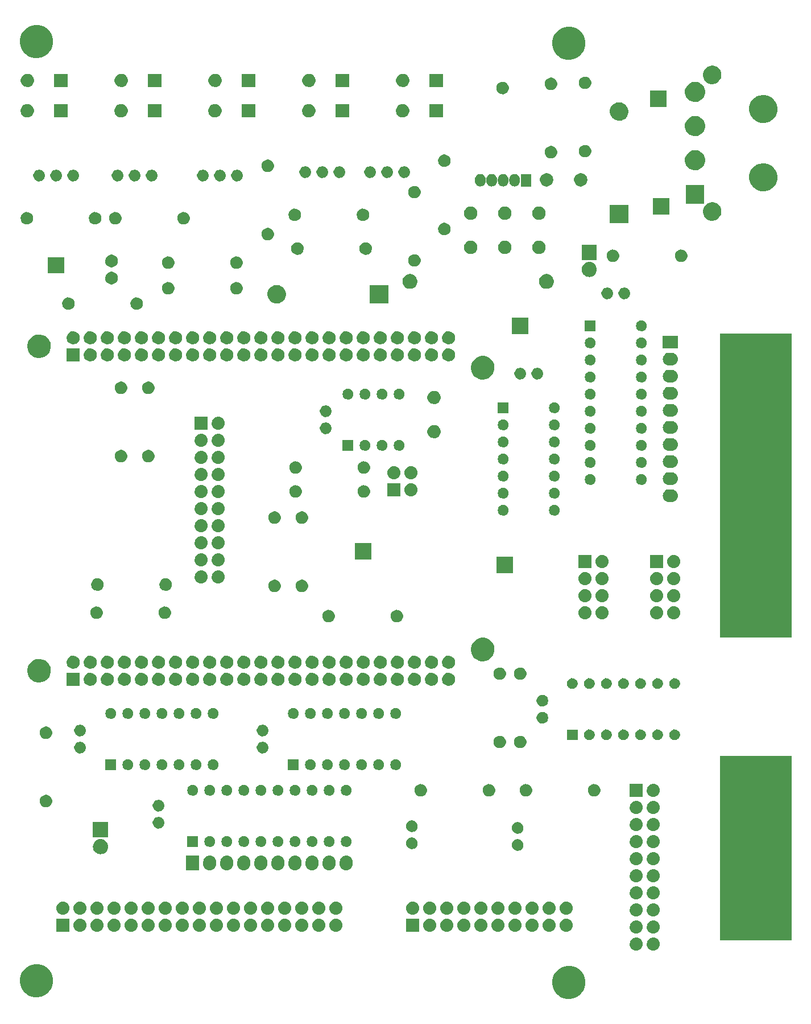
<source format=gbs>
G04 #@! TF.FileFunction,Soldermask,Bot*
%FSLAX46Y46*%
G04 Gerber Fmt 4.6, Leading zero omitted, Abs format (unit mm)*
G04 Created by KiCad (PCBNEW no-vcs-found-product) date Tue 04 Aug 2015 07:37:06 AM EDT*
%MOMM*%
G01*
G04 APERTURE LIST*
%ADD10C,0.152400*%
G04 APERTURE END LIST*
D10*
G36*
X201682116Y-155640148D02*
X202157866Y-155737805D01*
X202605585Y-155926009D01*
X203008216Y-156197587D01*
X203350440Y-156542209D01*
X203619201Y-156946726D01*
X203804275Y-157395751D01*
X203898556Y-157871902D01*
X203898556Y-157871914D01*
X203898606Y-157872167D01*
X203890861Y-158426890D01*
X203890803Y-158427145D01*
X203890803Y-158427152D01*
X203783264Y-158900487D01*
X203585724Y-159344168D01*
X203305772Y-159741025D01*
X202954063Y-160075954D01*
X202544003Y-160336184D01*
X202544001Y-160336185D01*
X202528622Y-160342150D01*
X202091200Y-160511815D01*
X201612917Y-160596150D01*
X201127350Y-160585978D01*
X200653015Y-160481689D01*
X200207971Y-160287255D01*
X199809163Y-160010075D01*
X199471793Y-159660719D01*
X199208700Y-159252478D01*
X199029916Y-158800920D01*
X198942243Y-158323229D01*
X198949024Y-157837610D01*
X199049999Y-157362559D01*
X199241324Y-156916164D01*
X199515711Y-156515431D01*
X199862704Y-156175632D01*
X200269094Y-155909697D01*
X200719401Y-155727761D01*
X201196462Y-155636757D01*
X201682116Y-155640148D01*
X201682116Y-155640148D01*
G37*
G36*
X122434116Y-155386148D02*
X122909866Y-155483805D01*
X123357585Y-155672009D01*
X123760216Y-155943587D01*
X124102440Y-156288209D01*
X124371201Y-156692726D01*
X124556275Y-157141751D01*
X124650556Y-157617902D01*
X124650556Y-157617914D01*
X124650606Y-157618167D01*
X124642861Y-158172890D01*
X124642803Y-158173145D01*
X124642803Y-158173152D01*
X124535264Y-158646487D01*
X124337724Y-159090168D01*
X124057772Y-159487025D01*
X123706063Y-159821954D01*
X123296003Y-160082184D01*
X123296001Y-160082185D01*
X123069601Y-160170000D01*
X122843200Y-160257815D01*
X122364917Y-160342150D01*
X121879350Y-160331978D01*
X121405015Y-160227689D01*
X120959971Y-160033255D01*
X120561163Y-159756075D01*
X120223793Y-159406719D01*
X119960700Y-158998478D01*
X119781916Y-158546920D01*
X119694243Y-158069229D01*
X119701024Y-157583610D01*
X119801999Y-157108559D01*
X119993324Y-156662164D01*
X120267711Y-156261431D01*
X120614704Y-155921632D01*
X121021094Y-155655697D01*
X121471401Y-155473761D01*
X121948462Y-155382757D01*
X122434116Y-155386148D01*
X122434116Y-155386148D01*
G37*
G36*
X214189042Y-151449837D02*
X214189057Y-151449842D01*
X214189080Y-151449844D01*
X214369030Y-151505548D01*
X214534733Y-151595143D01*
X214679878Y-151715217D01*
X214798936Y-151861196D01*
X214887372Y-152027521D01*
X214941818Y-152207855D01*
X214960200Y-152395330D01*
X214960200Y-152404670D01*
X214960106Y-152418146D01*
X214939108Y-152605346D01*
X214882149Y-152784903D01*
X214791400Y-152949976D01*
X214670315Y-153094279D01*
X214523508Y-153212315D01*
X214356570Y-153299588D01*
X214175860Y-153352774D01*
X214175839Y-153352776D01*
X214175825Y-153352780D01*
X213988263Y-153369849D01*
X213800958Y-153350163D01*
X213800943Y-153350158D01*
X213800920Y-153350156D01*
X213620970Y-153294452D01*
X213455267Y-153204857D01*
X213310122Y-153084783D01*
X213191064Y-152938804D01*
X213102628Y-152772479D01*
X213048182Y-152592145D01*
X213029800Y-152404670D01*
X213029800Y-152395330D01*
X213029894Y-152381854D01*
X213050892Y-152194654D01*
X213107851Y-152015097D01*
X213198600Y-151850024D01*
X213319685Y-151705721D01*
X213466492Y-151587685D01*
X213633430Y-151500412D01*
X213814140Y-151447226D01*
X213814161Y-151447224D01*
X213814175Y-151447220D01*
X214001737Y-151430151D01*
X214189042Y-151449837D01*
X214189042Y-151449837D01*
G37*
G36*
X211649042Y-151449837D02*
X211649057Y-151449842D01*
X211649080Y-151449844D01*
X211829030Y-151505548D01*
X211994733Y-151595143D01*
X212139878Y-151715217D01*
X212258936Y-151861196D01*
X212347372Y-152027521D01*
X212401818Y-152207855D01*
X212420200Y-152395330D01*
X212420200Y-152404670D01*
X212420106Y-152418146D01*
X212399108Y-152605346D01*
X212342149Y-152784903D01*
X212251400Y-152949976D01*
X212130315Y-153094279D01*
X211983508Y-153212315D01*
X211816570Y-153299588D01*
X211635860Y-153352774D01*
X211635839Y-153352776D01*
X211635825Y-153352780D01*
X211448263Y-153369849D01*
X211260958Y-153350163D01*
X211260943Y-153350158D01*
X211260920Y-153350156D01*
X211080970Y-153294452D01*
X210915267Y-153204857D01*
X210770122Y-153084783D01*
X210651064Y-152938804D01*
X210562628Y-152772479D01*
X210508182Y-152592145D01*
X210489800Y-152404670D01*
X210489800Y-152395330D01*
X210489894Y-152381854D01*
X210510892Y-152194654D01*
X210567851Y-152015097D01*
X210658600Y-151850024D01*
X210779685Y-151705721D01*
X210926492Y-151587685D01*
X211093430Y-151500412D01*
X211274140Y-151447226D01*
X211274161Y-151447224D01*
X211274175Y-151447220D01*
X211461737Y-151430151D01*
X211649042Y-151449837D01*
X211649042Y-151449837D01*
G37*
G36*
X234569000Y-151892000D02*
X223901000Y-151892000D01*
X223901000Y-124460000D01*
X234569000Y-124460000D01*
X234569000Y-151892000D01*
X234569000Y-151892000D01*
G37*
G36*
X211649042Y-148909837D02*
X211649057Y-148909842D01*
X211649080Y-148909844D01*
X211829030Y-148965548D01*
X211994733Y-149055143D01*
X212139878Y-149175217D01*
X212258936Y-149321196D01*
X212347372Y-149487521D01*
X212401818Y-149667855D01*
X212420200Y-149855330D01*
X212420200Y-149864670D01*
X212420106Y-149878146D01*
X212399108Y-150065346D01*
X212342149Y-150244903D01*
X212251400Y-150409976D01*
X212130315Y-150554279D01*
X211983508Y-150672315D01*
X211816570Y-150759588D01*
X211635860Y-150812774D01*
X211635839Y-150812776D01*
X211635825Y-150812780D01*
X211448263Y-150829849D01*
X211260958Y-150810163D01*
X211260943Y-150810158D01*
X211260920Y-150810156D01*
X211080970Y-150754452D01*
X210915267Y-150664857D01*
X210770122Y-150544783D01*
X210651064Y-150398804D01*
X210562628Y-150232479D01*
X210508182Y-150052145D01*
X210489800Y-149864670D01*
X210489800Y-149855330D01*
X210489894Y-149841854D01*
X210510892Y-149654654D01*
X210567851Y-149475097D01*
X210658600Y-149310024D01*
X210779685Y-149165721D01*
X210926492Y-149047685D01*
X211093430Y-148960412D01*
X211274140Y-148907226D01*
X211274161Y-148907224D01*
X211274175Y-148907220D01*
X211461737Y-148890151D01*
X211649042Y-148909837D01*
X211649042Y-148909837D01*
G37*
G36*
X214189042Y-148909837D02*
X214189057Y-148909842D01*
X214189080Y-148909844D01*
X214369030Y-148965548D01*
X214534733Y-149055143D01*
X214679878Y-149175217D01*
X214798936Y-149321196D01*
X214887372Y-149487521D01*
X214941818Y-149667855D01*
X214960200Y-149855330D01*
X214960200Y-149864670D01*
X214960106Y-149878146D01*
X214939108Y-150065346D01*
X214882149Y-150244903D01*
X214791400Y-150409976D01*
X214670315Y-150554279D01*
X214523508Y-150672315D01*
X214356570Y-150759588D01*
X214175860Y-150812774D01*
X214175839Y-150812776D01*
X214175825Y-150812780D01*
X213988263Y-150829849D01*
X213800958Y-150810163D01*
X213800943Y-150810158D01*
X213800920Y-150810156D01*
X213620970Y-150754452D01*
X213455267Y-150664857D01*
X213310122Y-150544783D01*
X213191064Y-150398804D01*
X213102628Y-150232479D01*
X213048182Y-150052145D01*
X213029800Y-149864670D01*
X213029800Y-149855330D01*
X213029894Y-149841854D01*
X213050892Y-149654654D01*
X213107851Y-149475097D01*
X213198600Y-149310024D01*
X213319685Y-149165721D01*
X213466492Y-149047685D01*
X213633430Y-148960412D01*
X213814140Y-148907226D01*
X213814161Y-148907224D01*
X213814175Y-148907220D01*
X214001737Y-148890151D01*
X214189042Y-148909837D01*
X214189042Y-148909837D01*
G37*
G36*
X127076200Y-150571200D02*
X125145800Y-150571200D01*
X125145800Y-148640800D01*
X127076200Y-148640800D01*
X127076200Y-150571200D01*
X127076200Y-150571200D01*
G37*
G36*
X161687595Y-148640883D02*
X161687597Y-148640883D01*
X161689146Y-148640894D01*
X161876346Y-148661892D01*
X162055903Y-148718851D01*
X162220976Y-148809600D01*
X162365279Y-148930685D01*
X162483315Y-149077492D01*
X162570588Y-149244430D01*
X162623774Y-149425140D01*
X162623776Y-149425161D01*
X162623780Y-149425175D01*
X162640849Y-149612737D01*
X162621163Y-149800042D01*
X162621158Y-149800057D01*
X162621156Y-149800080D01*
X162565452Y-149980030D01*
X162475857Y-150145733D01*
X162355783Y-150290878D01*
X162209804Y-150409936D01*
X162043479Y-150498372D01*
X161863145Y-150552818D01*
X161675670Y-150571200D01*
X161666269Y-150571200D01*
X161654405Y-150571117D01*
X161654403Y-150571117D01*
X161652854Y-150571106D01*
X161465654Y-150550108D01*
X161286097Y-150493149D01*
X161121024Y-150402400D01*
X160976721Y-150281315D01*
X160858685Y-150134508D01*
X160771412Y-149967570D01*
X160718226Y-149786860D01*
X160718224Y-149786839D01*
X160718220Y-149786825D01*
X160701151Y-149599263D01*
X160720837Y-149411958D01*
X160720842Y-149411943D01*
X160720844Y-149411920D01*
X160776548Y-149231970D01*
X160866143Y-149066267D01*
X160986217Y-148921122D01*
X161132196Y-148802064D01*
X161298521Y-148713628D01*
X161478855Y-148659182D01*
X161666330Y-148640800D01*
X161675731Y-148640800D01*
X161687595Y-148640883D01*
X161687595Y-148640883D01*
G37*
G36*
X159147595Y-148640883D02*
X159147597Y-148640883D01*
X159149146Y-148640894D01*
X159336346Y-148661892D01*
X159515903Y-148718851D01*
X159680976Y-148809600D01*
X159825279Y-148930685D01*
X159943315Y-149077492D01*
X160030588Y-149244430D01*
X160083774Y-149425140D01*
X160083776Y-149425161D01*
X160083780Y-149425175D01*
X160100849Y-149612737D01*
X160081163Y-149800042D01*
X160081158Y-149800057D01*
X160081156Y-149800080D01*
X160025452Y-149980030D01*
X159935857Y-150145733D01*
X159815783Y-150290878D01*
X159669804Y-150409936D01*
X159503479Y-150498372D01*
X159323145Y-150552818D01*
X159135670Y-150571200D01*
X159126269Y-150571200D01*
X159114405Y-150571117D01*
X159114403Y-150571117D01*
X159112854Y-150571106D01*
X158925654Y-150550108D01*
X158746097Y-150493149D01*
X158581024Y-150402400D01*
X158436721Y-150281315D01*
X158318685Y-150134508D01*
X158231412Y-149967570D01*
X158178226Y-149786860D01*
X158178224Y-149786839D01*
X158178220Y-149786825D01*
X158161151Y-149599263D01*
X158180837Y-149411958D01*
X158180842Y-149411943D01*
X158180844Y-149411920D01*
X158236548Y-149231970D01*
X158326143Y-149066267D01*
X158446217Y-148921122D01*
X158592196Y-148802064D01*
X158758521Y-148713628D01*
X158938855Y-148659182D01*
X159126330Y-148640800D01*
X159135731Y-148640800D01*
X159147595Y-148640883D01*
X159147595Y-148640883D01*
G37*
G36*
X156607595Y-148640883D02*
X156607597Y-148640883D01*
X156609146Y-148640894D01*
X156796346Y-148661892D01*
X156975903Y-148718851D01*
X157140976Y-148809600D01*
X157285279Y-148930685D01*
X157403315Y-149077492D01*
X157490588Y-149244430D01*
X157543774Y-149425140D01*
X157543776Y-149425161D01*
X157543780Y-149425175D01*
X157560849Y-149612737D01*
X157541163Y-149800042D01*
X157541158Y-149800057D01*
X157541156Y-149800080D01*
X157485452Y-149980030D01*
X157395857Y-150145733D01*
X157275783Y-150290878D01*
X157129804Y-150409936D01*
X156963479Y-150498372D01*
X156783145Y-150552818D01*
X156595670Y-150571200D01*
X156586269Y-150571200D01*
X156574405Y-150571117D01*
X156574403Y-150571117D01*
X156572854Y-150571106D01*
X156385654Y-150550108D01*
X156206097Y-150493149D01*
X156041024Y-150402400D01*
X155896721Y-150281315D01*
X155778685Y-150134508D01*
X155691412Y-149967570D01*
X155638226Y-149786860D01*
X155638224Y-149786839D01*
X155638220Y-149786825D01*
X155621151Y-149599263D01*
X155640837Y-149411958D01*
X155640842Y-149411943D01*
X155640844Y-149411920D01*
X155696548Y-149231970D01*
X155786143Y-149066267D01*
X155906217Y-148921122D01*
X156052196Y-148802064D01*
X156218521Y-148713628D01*
X156398855Y-148659182D01*
X156586330Y-148640800D01*
X156595731Y-148640800D01*
X156607595Y-148640883D01*
X156607595Y-148640883D01*
G37*
G36*
X154067595Y-148640883D02*
X154067597Y-148640883D01*
X154069146Y-148640894D01*
X154256346Y-148661892D01*
X154435903Y-148718851D01*
X154600976Y-148809600D01*
X154745279Y-148930685D01*
X154863315Y-149077492D01*
X154950588Y-149244430D01*
X155003774Y-149425140D01*
X155003776Y-149425161D01*
X155003780Y-149425175D01*
X155020849Y-149612737D01*
X155001163Y-149800042D01*
X155001158Y-149800057D01*
X155001156Y-149800080D01*
X154945452Y-149980030D01*
X154855857Y-150145733D01*
X154735783Y-150290878D01*
X154589804Y-150409936D01*
X154423479Y-150498372D01*
X154243145Y-150552818D01*
X154055670Y-150571200D01*
X154046269Y-150571200D01*
X154034405Y-150571117D01*
X154034403Y-150571117D01*
X154032854Y-150571106D01*
X153845654Y-150550108D01*
X153666097Y-150493149D01*
X153501024Y-150402400D01*
X153356721Y-150281315D01*
X153238685Y-150134508D01*
X153151412Y-149967570D01*
X153098226Y-149786860D01*
X153098224Y-149786839D01*
X153098220Y-149786825D01*
X153081151Y-149599263D01*
X153100837Y-149411958D01*
X153100842Y-149411943D01*
X153100844Y-149411920D01*
X153156548Y-149231970D01*
X153246143Y-149066267D01*
X153366217Y-148921122D01*
X153512196Y-148802064D01*
X153678521Y-148713628D01*
X153858855Y-148659182D01*
X154046330Y-148640800D01*
X154055731Y-148640800D01*
X154067595Y-148640883D01*
X154067595Y-148640883D01*
G37*
G36*
X151527595Y-148640883D02*
X151527597Y-148640883D01*
X151529146Y-148640894D01*
X151716346Y-148661892D01*
X151895903Y-148718851D01*
X152060976Y-148809600D01*
X152205279Y-148930685D01*
X152323315Y-149077492D01*
X152410588Y-149244430D01*
X152463774Y-149425140D01*
X152463776Y-149425161D01*
X152463780Y-149425175D01*
X152480849Y-149612737D01*
X152461163Y-149800042D01*
X152461158Y-149800057D01*
X152461156Y-149800080D01*
X152405452Y-149980030D01*
X152315857Y-150145733D01*
X152195783Y-150290878D01*
X152049804Y-150409936D01*
X151883479Y-150498372D01*
X151703145Y-150552818D01*
X151515670Y-150571200D01*
X151506269Y-150571200D01*
X151494405Y-150571117D01*
X151494403Y-150571117D01*
X151492854Y-150571106D01*
X151305654Y-150550108D01*
X151126097Y-150493149D01*
X150961024Y-150402400D01*
X150816721Y-150281315D01*
X150698685Y-150134508D01*
X150611412Y-149967570D01*
X150558226Y-149786860D01*
X150558224Y-149786839D01*
X150558220Y-149786825D01*
X150541151Y-149599263D01*
X150560837Y-149411958D01*
X150560842Y-149411943D01*
X150560844Y-149411920D01*
X150616548Y-149231970D01*
X150706143Y-149066267D01*
X150826217Y-148921122D01*
X150972196Y-148802064D01*
X151138521Y-148713628D01*
X151318855Y-148659182D01*
X151506330Y-148640800D01*
X151515731Y-148640800D01*
X151527595Y-148640883D01*
X151527595Y-148640883D01*
G37*
G36*
X148987595Y-148640883D02*
X148987597Y-148640883D01*
X148989146Y-148640894D01*
X149176346Y-148661892D01*
X149355903Y-148718851D01*
X149520976Y-148809600D01*
X149665279Y-148930685D01*
X149783315Y-149077492D01*
X149870588Y-149244430D01*
X149923774Y-149425140D01*
X149923776Y-149425161D01*
X149923780Y-149425175D01*
X149940849Y-149612737D01*
X149921163Y-149800042D01*
X149921158Y-149800057D01*
X149921156Y-149800080D01*
X149865452Y-149980030D01*
X149775857Y-150145733D01*
X149655783Y-150290878D01*
X149509804Y-150409936D01*
X149343479Y-150498372D01*
X149163145Y-150552818D01*
X148975670Y-150571200D01*
X148966269Y-150571200D01*
X148954405Y-150571117D01*
X148954403Y-150571117D01*
X148952854Y-150571106D01*
X148765654Y-150550108D01*
X148586097Y-150493149D01*
X148421024Y-150402400D01*
X148276721Y-150281315D01*
X148158685Y-150134508D01*
X148071412Y-149967570D01*
X148018226Y-149786860D01*
X148018224Y-149786839D01*
X148018220Y-149786825D01*
X148001151Y-149599263D01*
X148020837Y-149411958D01*
X148020842Y-149411943D01*
X148020844Y-149411920D01*
X148076548Y-149231970D01*
X148166143Y-149066267D01*
X148286217Y-148921122D01*
X148432196Y-148802064D01*
X148598521Y-148713628D01*
X148778855Y-148659182D01*
X148966330Y-148640800D01*
X148975731Y-148640800D01*
X148987595Y-148640883D01*
X148987595Y-148640883D01*
G37*
G36*
X146447595Y-148640883D02*
X146447597Y-148640883D01*
X146449146Y-148640894D01*
X146636346Y-148661892D01*
X146815903Y-148718851D01*
X146980976Y-148809600D01*
X147125279Y-148930685D01*
X147243315Y-149077492D01*
X147330588Y-149244430D01*
X147383774Y-149425140D01*
X147383776Y-149425161D01*
X147383780Y-149425175D01*
X147400849Y-149612737D01*
X147381163Y-149800042D01*
X147381158Y-149800057D01*
X147381156Y-149800080D01*
X147325452Y-149980030D01*
X147235857Y-150145733D01*
X147115783Y-150290878D01*
X146969804Y-150409936D01*
X146803479Y-150498372D01*
X146623145Y-150552818D01*
X146435670Y-150571200D01*
X146426269Y-150571200D01*
X146414405Y-150571117D01*
X146414403Y-150571117D01*
X146412854Y-150571106D01*
X146225654Y-150550108D01*
X146046097Y-150493149D01*
X145881024Y-150402400D01*
X145736721Y-150281315D01*
X145618685Y-150134508D01*
X145531412Y-149967570D01*
X145478226Y-149786860D01*
X145478224Y-149786839D01*
X145478220Y-149786825D01*
X145461151Y-149599263D01*
X145480837Y-149411958D01*
X145480842Y-149411943D01*
X145480844Y-149411920D01*
X145536548Y-149231970D01*
X145626143Y-149066267D01*
X145746217Y-148921122D01*
X145892196Y-148802064D01*
X146058521Y-148713628D01*
X146238855Y-148659182D01*
X146426330Y-148640800D01*
X146435731Y-148640800D01*
X146447595Y-148640883D01*
X146447595Y-148640883D01*
G37*
G36*
X143907595Y-148640883D02*
X143907597Y-148640883D01*
X143909146Y-148640894D01*
X144096346Y-148661892D01*
X144275903Y-148718851D01*
X144440976Y-148809600D01*
X144585279Y-148930685D01*
X144703315Y-149077492D01*
X144790588Y-149244430D01*
X144843774Y-149425140D01*
X144843776Y-149425161D01*
X144843780Y-149425175D01*
X144860849Y-149612737D01*
X144841163Y-149800042D01*
X144841158Y-149800057D01*
X144841156Y-149800080D01*
X144785452Y-149980030D01*
X144695857Y-150145733D01*
X144575783Y-150290878D01*
X144429804Y-150409936D01*
X144263479Y-150498372D01*
X144083145Y-150552818D01*
X143895670Y-150571200D01*
X143886269Y-150571200D01*
X143874405Y-150571117D01*
X143874403Y-150571117D01*
X143872854Y-150571106D01*
X143685654Y-150550108D01*
X143506097Y-150493149D01*
X143341024Y-150402400D01*
X143196721Y-150281315D01*
X143078685Y-150134508D01*
X142991412Y-149967570D01*
X142938226Y-149786860D01*
X142938224Y-149786839D01*
X142938220Y-149786825D01*
X142921151Y-149599263D01*
X142940837Y-149411958D01*
X142940842Y-149411943D01*
X142940844Y-149411920D01*
X142996548Y-149231970D01*
X143086143Y-149066267D01*
X143206217Y-148921122D01*
X143352196Y-148802064D01*
X143518521Y-148713628D01*
X143698855Y-148659182D01*
X143886330Y-148640800D01*
X143895731Y-148640800D01*
X143907595Y-148640883D01*
X143907595Y-148640883D01*
G37*
G36*
X141367595Y-148640883D02*
X141367597Y-148640883D01*
X141369146Y-148640894D01*
X141556346Y-148661892D01*
X141735903Y-148718851D01*
X141900976Y-148809600D01*
X142045279Y-148930685D01*
X142163315Y-149077492D01*
X142250588Y-149244430D01*
X142303774Y-149425140D01*
X142303776Y-149425161D01*
X142303780Y-149425175D01*
X142320849Y-149612737D01*
X142301163Y-149800042D01*
X142301158Y-149800057D01*
X142301156Y-149800080D01*
X142245452Y-149980030D01*
X142155857Y-150145733D01*
X142035783Y-150290878D01*
X141889804Y-150409936D01*
X141723479Y-150498372D01*
X141543145Y-150552818D01*
X141355670Y-150571200D01*
X141346269Y-150571200D01*
X141334405Y-150571117D01*
X141334403Y-150571117D01*
X141332854Y-150571106D01*
X141145654Y-150550108D01*
X140966097Y-150493149D01*
X140801024Y-150402400D01*
X140656721Y-150281315D01*
X140538685Y-150134508D01*
X140451412Y-149967570D01*
X140398226Y-149786860D01*
X140398224Y-149786839D01*
X140398220Y-149786825D01*
X140381151Y-149599263D01*
X140400837Y-149411958D01*
X140400842Y-149411943D01*
X140400844Y-149411920D01*
X140456548Y-149231970D01*
X140546143Y-149066267D01*
X140666217Y-148921122D01*
X140812196Y-148802064D01*
X140978521Y-148713628D01*
X141158855Y-148659182D01*
X141346330Y-148640800D01*
X141355731Y-148640800D01*
X141367595Y-148640883D01*
X141367595Y-148640883D01*
G37*
G36*
X138827595Y-148640883D02*
X138827597Y-148640883D01*
X138829146Y-148640894D01*
X139016346Y-148661892D01*
X139195903Y-148718851D01*
X139360976Y-148809600D01*
X139505279Y-148930685D01*
X139623315Y-149077492D01*
X139710588Y-149244430D01*
X139763774Y-149425140D01*
X139763776Y-149425161D01*
X139763780Y-149425175D01*
X139780849Y-149612737D01*
X139761163Y-149800042D01*
X139761158Y-149800057D01*
X139761156Y-149800080D01*
X139705452Y-149980030D01*
X139615857Y-150145733D01*
X139495783Y-150290878D01*
X139349804Y-150409936D01*
X139183479Y-150498372D01*
X139003145Y-150552818D01*
X138815670Y-150571200D01*
X138806269Y-150571200D01*
X138794405Y-150571117D01*
X138794403Y-150571117D01*
X138792854Y-150571106D01*
X138605654Y-150550108D01*
X138426097Y-150493149D01*
X138261024Y-150402400D01*
X138116721Y-150281315D01*
X137998685Y-150134508D01*
X137911412Y-149967570D01*
X137858226Y-149786860D01*
X137858224Y-149786839D01*
X137858220Y-149786825D01*
X137841151Y-149599263D01*
X137860837Y-149411958D01*
X137860842Y-149411943D01*
X137860844Y-149411920D01*
X137916548Y-149231970D01*
X138006143Y-149066267D01*
X138126217Y-148921122D01*
X138272196Y-148802064D01*
X138438521Y-148713628D01*
X138618855Y-148659182D01*
X138806330Y-148640800D01*
X138815731Y-148640800D01*
X138827595Y-148640883D01*
X138827595Y-148640883D01*
G37*
G36*
X136287595Y-148640883D02*
X136287597Y-148640883D01*
X136289146Y-148640894D01*
X136476346Y-148661892D01*
X136655903Y-148718851D01*
X136820976Y-148809600D01*
X136965279Y-148930685D01*
X137083315Y-149077492D01*
X137170588Y-149244430D01*
X137223774Y-149425140D01*
X137223776Y-149425161D01*
X137223780Y-149425175D01*
X137240849Y-149612737D01*
X137221163Y-149800042D01*
X137221158Y-149800057D01*
X137221156Y-149800080D01*
X137165452Y-149980030D01*
X137075857Y-150145733D01*
X136955783Y-150290878D01*
X136809804Y-150409936D01*
X136643479Y-150498372D01*
X136463145Y-150552818D01*
X136275670Y-150571200D01*
X136266269Y-150571200D01*
X136254405Y-150571117D01*
X136254403Y-150571117D01*
X136252854Y-150571106D01*
X136065654Y-150550108D01*
X135886097Y-150493149D01*
X135721024Y-150402400D01*
X135576721Y-150281315D01*
X135458685Y-150134508D01*
X135371412Y-149967570D01*
X135318226Y-149786860D01*
X135318224Y-149786839D01*
X135318220Y-149786825D01*
X135301151Y-149599263D01*
X135320837Y-149411958D01*
X135320842Y-149411943D01*
X135320844Y-149411920D01*
X135376548Y-149231970D01*
X135466143Y-149066267D01*
X135586217Y-148921122D01*
X135732196Y-148802064D01*
X135898521Y-148713628D01*
X136078855Y-148659182D01*
X136266330Y-148640800D01*
X136275731Y-148640800D01*
X136287595Y-148640883D01*
X136287595Y-148640883D01*
G37*
G36*
X133747595Y-148640883D02*
X133747597Y-148640883D01*
X133749146Y-148640894D01*
X133936346Y-148661892D01*
X134115903Y-148718851D01*
X134280976Y-148809600D01*
X134425279Y-148930685D01*
X134543315Y-149077492D01*
X134630588Y-149244430D01*
X134683774Y-149425140D01*
X134683776Y-149425161D01*
X134683780Y-149425175D01*
X134700849Y-149612737D01*
X134681163Y-149800042D01*
X134681158Y-149800057D01*
X134681156Y-149800080D01*
X134625452Y-149980030D01*
X134535857Y-150145733D01*
X134415783Y-150290878D01*
X134269804Y-150409936D01*
X134103479Y-150498372D01*
X133923145Y-150552818D01*
X133735670Y-150571200D01*
X133726269Y-150571200D01*
X133714405Y-150571117D01*
X133714403Y-150571117D01*
X133712854Y-150571106D01*
X133525654Y-150550108D01*
X133346097Y-150493149D01*
X133181024Y-150402400D01*
X133036721Y-150281315D01*
X132918685Y-150134508D01*
X132831412Y-149967570D01*
X132778226Y-149786860D01*
X132778224Y-149786839D01*
X132778220Y-149786825D01*
X132761151Y-149599263D01*
X132780837Y-149411958D01*
X132780842Y-149411943D01*
X132780844Y-149411920D01*
X132836548Y-149231970D01*
X132926143Y-149066267D01*
X133046217Y-148921122D01*
X133192196Y-148802064D01*
X133358521Y-148713628D01*
X133538855Y-148659182D01*
X133726330Y-148640800D01*
X133735731Y-148640800D01*
X133747595Y-148640883D01*
X133747595Y-148640883D01*
G37*
G36*
X131207595Y-148640883D02*
X131207597Y-148640883D01*
X131209146Y-148640894D01*
X131396346Y-148661892D01*
X131575903Y-148718851D01*
X131740976Y-148809600D01*
X131885279Y-148930685D01*
X132003315Y-149077492D01*
X132090588Y-149244430D01*
X132143774Y-149425140D01*
X132143776Y-149425161D01*
X132143780Y-149425175D01*
X132160849Y-149612737D01*
X132141163Y-149800042D01*
X132141158Y-149800057D01*
X132141156Y-149800080D01*
X132085452Y-149980030D01*
X131995857Y-150145733D01*
X131875783Y-150290878D01*
X131729804Y-150409936D01*
X131563479Y-150498372D01*
X131383145Y-150552818D01*
X131195670Y-150571200D01*
X131186269Y-150571200D01*
X131174405Y-150571117D01*
X131174403Y-150571117D01*
X131172854Y-150571106D01*
X130985654Y-150550108D01*
X130806097Y-150493149D01*
X130641024Y-150402400D01*
X130496721Y-150281315D01*
X130378685Y-150134508D01*
X130291412Y-149967570D01*
X130238226Y-149786860D01*
X130238224Y-149786839D01*
X130238220Y-149786825D01*
X130221151Y-149599263D01*
X130240837Y-149411958D01*
X130240842Y-149411943D01*
X130240844Y-149411920D01*
X130296548Y-149231970D01*
X130386143Y-149066267D01*
X130506217Y-148921122D01*
X130652196Y-148802064D01*
X130818521Y-148713628D01*
X130998855Y-148659182D01*
X131186330Y-148640800D01*
X131195731Y-148640800D01*
X131207595Y-148640883D01*
X131207595Y-148640883D01*
G37*
G36*
X128667595Y-148640883D02*
X128667597Y-148640883D01*
X128669146Y-148640894D01*
X128856346Y-148661892D01*
X129035903Y-148718851D01*
X129200976Y-148809600D01*
X129345279Y-148930685D01*
X129463315Y-149077492D01*
X129550588Y-149244430D01*
X129603774Y-149425140D01*
X129603776Y-149425161D01*
X129603780Y-149425175D01*
X129620849Y-149612737D01*
X129601163Y-149800042D01*
X129601158Y-149800057D01*
X129601156Y-149800080D01*
X129545452Y-149980030D01*
X129455857Y-150145733D01*
X129335783Y-150290878D01*
X129189804Y-150409936D01*
X129023479Y-150498372D01*
X128843145Y-150552818D01*
X128655670Y-150571200D01*
X128646269Y-150571200D01*
X128634405Y-150571117D01*
X128634403Y-150571117D01*
X128632854Y-150571106D01*
X128445654Y-150550108D01*
X128266097Y-150493149D01*
X128101024Y-150402400D01*
X127956721Y-150281315D01*
X127838685Y-150134508D01*
X127751412Y-149967570D01*
X127698226Y-149786860D01*
X127698224Y-149786839D01*
X127698220Y-149786825D01*
X127681151Y-149599263D01*
X127700837Y-149411958D01*
X127700842Y-149411943D01*
X127700844Y-149411920D01*
X127756548Y-149231970D01*
X127846143Y-149066267D01*
X127966217Y-148921122D01*
X128112196Y-148802064D01*
X128278521Y-148713628D01*
X128458855Y-148659182D01*
X128646330Y-148640800D01*
X128655731Y-148640800D01*
X128667595Y-148640883D01*
X128667595Y-148640883D01*
G37*
G36*
X164227595Y-148640883D02*
X164227597Y-148640883D01*
X164229146Y-148640894D01*
X164416346Y-148661892D01*
X164595903Y-148718851D01*
X164760976Y-148809600D01*
X164905279Y-148930685D01*
X165023315Y-149077492D01*
X165110588Y-149244430D01*
X165163774Y-149425140D01*
X165163776Y-149425161D01*
X165163780Y-149425175D01*
X165180849Y-149612737D01*
X165161163Y-149800042D01*
X165161158Y-149800057D01*
X165161156Y-149800080D01*
X165105452Y-149980030D01*
X165015857Y-150145733D01*
X164895783Y-150290878D01*
X164749804Y-150409936D01*
X164583479Y-150498372D01*
X164403145Y-150552818D01*
X164215670Y-150571200D01*
X164206269Y-150571200D01*
X164194405Y-150571117D01*
X164194403Y-150571117D01*
X164192854Y-150571106D01*
X164005654Y-150550108D01*
X163826097Y-150493149D01*
X163661024Y-150402400D01*
X163516721Y-150281315D01*
X163398685Y-150134508D01*
X163311412Y-149967570D01*
X163258226Y-149786860D01*
X163258224Y-149786839D01*
X163258220Y-149786825D01*
X163241151Y-149599263D01*
X163260837Y-149411958D01*
X163260842Y-149411943D01*
X163260844Y-149411920D01*
X163316548Y-149231970D01*
X163406143Y-149066267D01*
X163526217Y-148921122D01*
X163672196Y-148802064D01*
X163838521Y-148713628D01*
X164018855Y-148659182D01*
X164206330Y-148640800D01*
X164215731Y-148640800D01*
X164227595Y-148640883D01*
X164227595Y-148640883D01*
G37*
G36*
X195977595Y-148640883D02*
X195977597Y-148640883D01*
X195979146Y-148640894D01*
X196166346Y-148661892D01*
X196345903Y-148718851D01*
X196510976Y-148809600D01*
X196655279Y-148930685D01*
X196773315Y-149077492D01*
X196860588Y-149244430D01*
X196913774Y-149425140D01*
X196913776Y-149425161D01*
X196913780Y-149425175D01*
X196930849Y-149612737D01*
X196911163Y-149800042D01*
X196911158Y-149800057D01*
X196911156Y-149800080D01*
X196855452Y-149980030D01*
X196765857Y-150145733D01*
X196645783Y-150290878D01*
X196499804Y-150409936D01*
X196333479Y-150498372D01*
X196153145Y-150552818D01*
X195965670Y-150571200D01*
X195956269Y-150571200D01*
X195944405Y-150571117D01*
X195944403Y-150571117D01*
X195942854Y-150571106D01*
X195755654Y-150550108D01*
X195576097Y-150493149D01*
X195411024Y-150402400D01*
X195266721Y-150281315D01*
X195148685Y-150134508D01*
X195061412Y-149967570D01*
X195008226Y-149786860D01*
X195008224Y-149786839D01*
X195008220Y-149786825D01*
X194991151Y-149599263D01*
X195010837Y-149411958D01*
X195010842Y-149411943D01*
X195010844Y-149411920D01*
X195066548Y-149231970D01*
X195156143Y-149066267D01*
X195276217Y-148921122D01*
X195422196Y-148802064D01*
X195588521Y-148713628D01*
X195768855Y-148659182D01*
X195956330Y-148640800D01*
X195965731Y-148640800D01*
X195977595Y-148640883D01*
X195977595Y-148640883D01*
G37*
G36*
X190897595Y-148640883D02*
X190897597Y-148640883D01*
X190899146Y-148640894D01*
X191086346Y-148661892D01*
X191265903Y-148718851D01*
X191430976Y-148809600D01*
X191575279Y-148930685D01*
X191693315Y-149077492D01*
X191780588Y-149244430D01*
X191833774Y-149425140D01*
X191833776Y-149425161D01*
X191833780Y-149425175D01*
X191850849Y-149612737D01*
X191831163Y-149800042D01*
X191831158Y-149800057D01*
X191831156Y-149800080D01*
X191775452Y-149980030D01*
X191685857Y-150145733D01*
X191565783Y-150290878D01*
X191419804Y-150409936D01*
X191253479Y-150498372D01*
X191073145Y-150552818D01*
X190885670Y-150571200D01*
X190876269Y-150571200D01*
X190864405Y-150571117D01*
X190864403Y-150571117D01*
X190862854Y-150571106D01*
X190675654Y-150550108D01*
X190496097Y-150493149D01*
X190331024Y-150402400D01*
X190186721Y-150281315D01*
X190068685Y-150134508D01*
X189981412Y-149967570D01*
X189928226Y-149786860D01*
X189928224Y-149786839D01*
X189928220Y-149786825D01*
X189911151Y-149599263D01*
X189930837Y-149411958D01*
X189930842Y-149411943D01*
X189930844Y-149411920D01*
X189986548Y-149231970D01*
X190076143Y-149066267D01*
X190196217Y-148921122D01*
X190342196Y-148802064D01*
X190508521Y-148713628D01*
X190688855Y-148659182D01*
X190876330Y-148640800D01*
X190885731Y-148640800D01*
X190897595Y-148640883D01*
X190897595Y-148640883D01*
G37*
G36*
X188357595Y-148640883D02*
X188357597Y-148640883D01*
X188359146Y-148640894D01*
X188546346Y-148661892D01*
X188725903Y-148718851D01*
X188890976Y-148809600D01*
X189035279Y-148930685D01*
X189153315Y-149077492D01*
X189240588Y-149244430D01*
X189293774Y-149425140D01*
X189293776Y-149425161D01*
X189293780Y-149425175D01*
X189310849Y-149612737D01*
X189291163Y-149800042D01*
X189291158Y-149800057D01*
X189291156Y-149800080D01*
X189235452Y-149980030D01*
X189145857Y-150145733D01*
X189025783Y-150290878D01*
X188879804Y-150409936D01*
X188713479Y-150498372D01*
X188533145Y-150552818D01*
X188345670Y-150571200D01*
X188336269Y-150571200D01*
X188324405Y-150571117D01*
X188324403Y-150571117D01*
X188322854Y-150571106D01*
X188135654Y-150550108D01*
X187956097Y-150493149D01*
X187791024Y-150402400D01*
X187646721Y-150281315D01*
X187528685Y-150134508D01*
X187441412Y-149967570D01*
X187388226Y-149786860D01*
X187388224Y-149786839D01*
X187388220Y-149786825D01*
X187371151Y-149599263D01*
X187390837Y-149411958D01*
X187390842Y-149411943D01*
X187390844Y-149411920D01*
X187446548Y-149231970D01*
X187536143Y-149066267D01*
X187656217Y-148921122D01*
X187802196Y-148802064D01*
X187968521Y-148713628D01*
X188148855Y-148659182D01*
X188336330Y-148640800D01*
X188345731Y-148640800D01*
X188357595Y-148640883D01*
X188357595Y-148640883D01*
G37*
G36*
X185817595Y-148640883D02*
X185817597Y-148640883D01*
X185819146Y-148640894D01*
X186006346Y-148661892D01*
X186185903Y-148718851D01*
X186350976Y-148809600D01*
X186495279Y-148930685D01*
X186613315Y-149077492D01*
X186700588Y-149244430D01*
X186753774Y-149425140D01*
X186753776Y-149425161D01*
X186753780Y-149425175D01*
X186770849Y-149612737D01*
X186751163Y-149800042D01*
X186751158Y-149800057D01*
X186751156Y-149800080D01*
X186695452Y-149980030D01*
X186605857Y-150145733D01*
X186485783Y-150290878D01*
X186339804Y-150409936D01*
X186173479Y-150498372D01*
X185993145Y-150552818D01*
X185805670Y-150571200D01*
X185796269Y-150571200D01*
X185784405Y-150571117D01*
X185784403Y-150571117D01*
X185782854Y-150571106D01*
X185595654Y-150550108D01*
X185416097Y-150493149D01*
X185251024Y-150402400D01*
X185106721Y-150281315D01*
X184988685Y-150134508D01*
X184901412Y-149967570D01*
X184848226Y-149786860D01*
X184848224Y-149786839D01*
X184848220Y-149786825D01*
X184831151Y-149599263D01*
X184850837Y-149411958D01*
X184850842Y-149411943D01*
X184850844Y-149411920D01*
X184906548Y-149231970D01*
X184996143Y-149066267D01*
X185116217Y-148921122D01*
X185262196Y-148802064D01*
X185428521Y-148713628D01*
X185608855Y-148659182D01*
X185796330Y-148640800D01*
X185805731Y-148640800D01*
X185817595Y-148640883D01*
X185817595Y-148640883D01*
G37*
G36*
X183277595Y-148640883D02*
X183277597Y-148640883D01*
X183279146Y-148640894D01*
X183466346Y-148661892D01*
X183645903Y-148718851D01*
X183810976Y-148809600D01*
X183955279Y-148930685D01*
X184073315Y-149077492D01*
X184160588Y-149244430D01*
X184213774Y-149425140D01*
X184213776Y-149425161D01*
X184213780Y-149425175D01*
X184230849Y-149612737D01*
X184211163Y-149800042D01*
X184211158Y-149800057D01*
X184211156Y-149800080D01*
X184155452Y-149980030D01*
X184065857Y-150145733D01*
X183945783Y-150290878D01*
X183799804Y-150409936D01*
X183633479Y-150498372D01*
X183453145Y-150552818D01*
X183265670Y-150571200D01*
X183256269Y-150571200D01*
X183244405Y-150571117D01*
X183244403Y-150571117D01*
X183242854Y-150571106D01*
X183055654Y-150550108D01*
X182876097Y-150493149D01*
X182711024Y-150402400D01*
X182566721Y-150281315D01*
X182448685Y-150134508D01*
X182361412Y-149967570D01*
X182308226Y-149786860D01*
X182308224Y-149786839D01*
X182308220Y-149786825D01*
X182291151Y-149599263D01*
X182310837Y-149411958D01*
X182310842Y-149411943D01*
X182310844Y-149411920D01*
X182366548Y-149231970D01*
X182456143Y-149066267D01*
X182576217Y-148921122D01*
X182722196Y-148802064D01*
X182888521Y-148713628D01*
X183068855Y-148659182D01*
X183256330Y-148640800D01*
X183265731Y-148640800D01*
X183277595Y-148640883D01*
X183277595Y-148640883D01*
G37*
G36*
X180737595Y-148640883D02*
X180737597Y-148640883D01*
X180739146Y-148640894D01*
X180926346Y-148661892D01*
X181105903Y-148718851D01*
X181270976Y-148809600D01*
X181415279Y-148930685D01*
X181533315Y-149077492D01*
X181620588Y-149244430D01*
X181673774Y-149425140D01*
X181673776Y-149425161D01*
X181673780Y-149425175D01*
X181690849Y-149612737D01*
X181671163Y-149800042D01*
X181671158Y-149800057D01*
X181671156Y-149800080D01*
X181615452Y-149980030D01*
X181525857Y-150145733D01*
X181405783Y-150290878D01*
X181259804Y-150409936D01*
X181093479Y-150498372D01*
X180913145Y-150552818D01*
X180725670Y-150571200D01*
X180716269Y-150571200D01*
X180704405Y-150571117D01*
X180704403Y-150571117D01*
X180702854Y-150571106D01*
X180515654Y-150550108D01*
X180336097Y-150493149D01*
X180171024Y-150402400D01*
X180026721Y-150281315D01*
X179908685Y-150134508D01*
X179821412Y-149967570D01*
X179768226Y-149786860D01*
X179768224Y-149786839D01*
X179768220Y-149786825D01*
X179751151Y-149599263D01*
X179770837Y-149411958D01*
X179770842Y-149411943D01*
X179770844Y-149411920D01*
X179826548Y-149231970D01*
X179916143Y-149066267D01*
X180036217Y-148921122D01*
X180182196Y-148802064D01*
X180348521Y-148713628D01*
X180528855Y-148659182D01*
X180716330Y-148640800D01*
X180725731Y-148640800D01*
X180737595Y-148640883D01*
X180737595Y-148640883D01*
G37*
G36*
X179146200Y-150571200D02*
X177215800Y-150571200D01*
X177215800Y-148640800D01*
X179146200Y-148640800D01*
X179146200Y-150571200D01*
X179146200Y-150571200D01*
G37*
G36*
X201057595Y-148640883D02*
X201057597Y-148640883D01*
X201059146Y-148640894D01*
X201246346Y-148661892D01*
X201425903Y-148718851D01*
X201590976Y-148809600D01*
X201735279Y-148930685D01*
X201853315Y-149077492D01*
X201940588Y-149244430D01*
X201993774Y-149425140D01*
X201993776Y-149425161D01*
X201993780Y-149425175D01*
X202010849Y-149612737D01*
X201991163Y-149800042D01*
X201991158Y-149800057D01*
X201991156Y-149800080D01*
X201935452Y-149980030D01*
X201845857Y-150145733D01*
X201725783Y-150290878D01*
X201579804Y-150409936D01*
X201413479Y-150498372D01*
X201233145Y-150552818D01*
X201045670Y-150571200D01*
X201036269Y-150571200D01*
X201024405Y-150571117D01*
X201024403Y-150571117D01*
X201022854Y-150571106D01*
X200835654Y-150550108D01*
X200656097Y-150493149D01*
X200491024Y-150402400D01*
X200346721Y-150281315D01*
X200228685Y-150134508D01*
X200141412Y-149967570D01*
X200088226Y-149786860D01*
X200088224Y-149786839D01*
X200088220Y-149786825D01*
X200071151Y-149599263D01*
X200090837Y-149411958D01*
X200090842Y-149411943D01*
X200090844Y-149411920D01*
X200146548Y-149231970D01*
X200236143Y-149066267D01*
X200356217Y-148921122D01*
X200502196Y-148802064D01*
X200668521Y-148713628D01*
X200848855Y-148659182D01*
X201036330Y-148640800D01*
X201045731Y-148640800D01*
X201057595Y-148640883D01*
X201057595Y-148640883D01*
G37*
G36*
X198517595Y-148640883D02*
X198517597Y-148640883D01*
X198519146Y-148640894D01*
X198706346Y-148661892D01*
X198885903Y-148718851D01*
X199050976Y-148809600D01*
X199195279Y-148930685D01*
X199313315Y-149077492D01*
X199400588Y-149244430D01*
X199453774Y-149425140D01*
X199453776Y-149425161D01*
X199453780Y-149425175D01*
X199470849Y-149612737D01*
X199451163Y-149800042D01*
X199451158Y-149800057D01*
X199451156Y-149800080D01*
X199395452Y-149980030D01*
X199305857Y-150145733D01*
X199185783Y-150290878D01*
X199039804Y-150409936D01*
X198873479Y-150498372D01*
X198693145Y-150552818D01*
X198505670Y-150571200D01*
X198496269Y-150571200D01*
X198484405Y-150571117D01*
X198484403Y-150571117D01*
X198482854Y-150571106D01*
X198295654Y-150550108D01*
X198116097Y-150493149D01*
X197951024Y-150402400D01*
X197806721Y-150281315D01*
X197688685Y-150134508D01*
X197601412Y-149967570D01*
X197548226Y-149786860D01*
X197548224Y-149786839D01*
X197548220Y-149786825D01*
X197531151Y-149599263D01*
X197550837Y-149411958D01*
X197550842Y-149411943D01*
X197550844Y-149411920D01*
X197606548Y-149231970D01*
X197696143Y-149066267D01*
X197816217Y-148921122D01*
X197962196Y-148802064D01*
X198128521Y-148713628D01*
X198308855Y-148659182D01*
X198496330Y-148640800D01*
X198505731Y-148640800D01*
X198517595Y-148640883D01*
X198517595Y-148640883D01*
G37*
G36*
X166767595Y-148640883D02*
X166767597Y-148640883D01*
X166769146Y-148640894D01*
X166956346Y-148661892D01*
X167135903Y-148718851D01*
X167300976Y-148809600D01*
X167445279Y-148930685D01*
X167563315Y-149077492D01*
X167650588Y-149244430D01*
X167703774Y-149425140D01*
X167703776Y-149425161D01*
X167703780Y-149425175D01*
X167720849Y-149612737D01*
X167701163Y-149800042D01*
X167701158Y-149800057D01*
X167701156Y-149800080D01*
X167645452Y-149980030D01*
X167555857Y-150145733D01*
X167435783Y-150290878D01*
X167289804Y-150409936D01*
X167123479Y-150498372D01*
X166943145Y-150552818D01*
X166755670Y-150571200D01*
X166746269Y-150571200D01*
X166734405Y-150571117D01*
X166734403Y-150571117D01*
X166732854Y-150571106D01*
X166545654Y-150550108D01*
X166366097Y-150493149D01*
X166201024Y-150402400D01*
X166056721Y-150281315D01*
X165938685Y-150134508D01*
X165851412Y-149967570D01*
X165798226Y-149786860D01*
X165798224Y-149786839D01*
X165798220Y-149786825D01*
X165781151Y-149599263D01*
X165800837Y-149411958D01*
X165800842Y-149411943D01*
X165800844Y-149411920D01*
X165856548Y-149231970D01*
X165946143Y-149066267D01*
X166066217Y-148921122D01*
X166212196Y-148802064D01*
X166378521Y-148713628D01*
X166558855Y-148659182D01*
X166746330Y-148640800D01*
X166755731Y-148640800D01*
X166767595Y-148640883D01*
X166767595Y-148640883D01*
G37*
G36*
X193437595Y-148640883D02*
X193437597Y-148640883D01*
X193439146Y-148640894D01*
X193626346Y-148661892D01*
X193805903Y-148718851D01*
X193970976Y-148809600D01*
X194115279Y-148930685D01*
X194233315Y-149077492D01*
X194320588Y-149244430D01*
X194373774Y-149425140D01*
X194373776Y-149425161D01*
X194373780Y-149425175D01*
X194390849Y-149612737D01*
X194371163Y-149800042D01*
X194371158Y-149800057D01*
X194371156Y-149800080D01*
X194315452Y-149980030D01*
X194225857Y-150145733D01*
X194105783Y-150290878D01*
X193959804Y-150409936D01*
X193793479Y-150498372D01*
X193613145Y-150552818D01*
X193425670Y-150571200D01*
X193416269Y-150571200D01*
X193404405Y-150571117D01*
X193404403Y-150571117D01*
X193402854Y-150571106D01*
X193215654Y-150550108D01*
X193036097Y-150493149D01*
X192871024Y-150402400D01*
X192726721Y-150281315D01*
X192608685Y-150134508D01*
X192521412Y-149967570D01*
X192468226Y-149786860D01*
X192468224Y-149786839D01*
X192468220Y-149786825D01*
X192451151Y-149599263D01*
X192470837Y-149411958D01*
X192470842Y-149411943D01*
X192470844Y-149411920D01*
X192526548Y-149231970D01*
X192616143Y-149066267D01*
X192736217Y-148921122D01*
X192882196Y-148802064D01*
X193048521Y-148713628D01*
X193228855Y-148659182D01*
X193416330Y-148640800D01*
X193425731Y-148640800D01*
X193437595Y-148640883D01*
X193437595Y-148640883D01*
G37*
G36*
X214189042Y-146369837D02*
X214189057Y-146369842D01*
X214189080Y-146369844D01*
X214369030Y-146425548D01*
X214534733Y-146515143D01*
X214679878Y-146635217D01*
X214798936Y-146781196D01*
X214887372Y-146947521D01*
X214941818Y-147127855D01*
X214960200Y-147315330D01*
X214960200Y-147324670D01*
X214960106Y-147338146D01*
X214939108Y-147525346D01*
X214882149Y-147704903D01*
X214791400Y-147869976D01*
X214670315Y-148014279D01*
X214523508Y-148132315D01*
X214356570Y-148219588D01*
X214175860Y-148272774D01*
X214175839Y-148272776D01*
X214175825Y-148272780D01*
X213988263Y-148289849D01*
X213800958Y-148270163D01*
X213800943Y-148270158D01*
X213800920Y-148270156D01*
X213620970Y-148214452D01*
X213455267Y-148124857D01*
X213310122Y-148004783D01*
X213191064Y-147858804D01*
X213102628Y-147692479D01*
X213048182Y-147512145D01*
X213029800Y-147324670D01*
X213029800Y-147315330D01*
X213029894Y-147301854D01*
X213050892Y-147114654D01*
X213107851Y-146935097D01*
X213198600Y-146770024D01*
X213319685Y-146625721D01*
X213466492Y-146507685D01*
X213633430Y-146420412D01*
X213814140Y-146367226D01*
X213814161Y-146367224D01*
X213814175Y-146367220D01*
X214001737Y-146350151D01*
X214189042Y-146369837D01*
X214189042Y-146369837D01*
G37*
G36*
X211649042Y-146369837D02*
X211649057Y-146369842D01*
X211649080Y-146369844D01*
X211829030Y-146425548D01*
X211994733Y-146515143D01*
X212139878Y-146635217D01*
X212258936Y-146781196D01*
X212347372Y-146947521D01*
X212401818Y-147127855D01*
X212420200Y-147315330D01*
X212420200Y-147324670D01*
X212420106Y-147338146D01*
X212399108Y-147525346D01*
X212342149Y-147704903D01*
X212251400Y-147869976D01*
X212130315Y-148014279D01*
X211983508Y-148132315D01*
X211816570Y-148219588D01*
X211635860Y-148272774D01*
X211635839Y-148272776D01*
X211635825Y-148272780D01*
X211448263Y-148289849D01*
X211260958Y-148270163D01*
X211260943Y-148270158D01*
X211260920Y-148270156D01*
X211080970Y-148214452D01*
X210915267Y-148124857D01*
X210770122Y-148004783D01*
X210651064Y-147858804D01*
X210562628Y-147692479D01*
X210508182Y-147512145D01*
X210489800Y-147324670D01*
X210489800Y-147315330D01*
X210489894Y-147301854D01*
X210510892Y-147114654D01*
X210567851Y-146935097D01*
X210658600Y-146770024D01*
X210779685Y-146625721D01*
X210926492Y-146507685D01*
X211093430Y-146420412D01*
X211274140Y-146367226D01*
X211274161Y-146367224D01*
X211274175Y-146367220D01*
X211461737Y-146350151D01*
X211649042Y-146369837D01*
X211649042Y-146369837D01*
G37*
G36*
X195977595Y-146100883D02*
X195977597Y-146100883D01*
X195979146Y-146100894D01*
X196166346Y-146121892D01*
X196345903Y-146178851D01*
X196510976Y-146269600D01*
X196655279Y-146390685D01*
X196773315Y-146537492D01*
X196860588Y-146704430D01*
X196913774Y-146885140D01*
X196913776Y-146885161D01*
X196913780Y-146885175D01*
X196930849Y-147072737D01*
X196911163Y-147260042D01*
X196911158Y-147260057D01*
X196911156Y-147260080D01*
X196855452Y-147440030D01*
X196765857Y-147605733D01*
X196645783Y-147750878D01*
X196499804Y-147869936D01*
X196333479Y-147958372D01*
X196153145Y-148012818D01*
X195965670Y-148031200D01*
X195956269Y-148031200D01*
X195944405Y-148031117D01*
X195944403Y-148031117D01*
X195942854Y-148031106D01*
X195755654Y-148010108D01*
X195576097Y-147953149D01*
X195411024Y-147862400D01*
X195266721Y-147741315D01*
X195148685Y-147594508D01*
X195061412Y-147427570D01*
X195008226Y-147246860D01*
X195008224Y-147246839D01*
X195008220Y-147246825D01*
X194991151Y-147059263D01*
X195010837Y-146871958D01*
X195010842Y-146871943D01*
X195010844Y-146871920D01*
X195066548Y-146691970D01*
X195156143Y-146526267D01*
X195276217Y-146381122D01*
X195422196Y-146262064D01*
X195588521Y-146173628D01*
X195768855Y-146119182D01*
X195956330Y-146100800D01*
X195965731Y-146100800D01*
X195977595Y-146100883D01*
X195977595Y-146100883D01*
G37*
G36*
X156607595Y-146100883D02*
X156607597Y-146100883D01*
X156609146Y-146100894D01*
X156796346Y-146121892D01*
X156975903Y-146178851D01*
X157140976Y-146269600D01*
X157285279Y-146390685D01*
X157403315Y-146537492D01*
X157490588Y-146704430D01*
X157543774Y-146885140D01*
X157543776Y-146885161D01*
X157543780Y-146885175D01*
X157560849Y-147072737D01*
X157541163Y-147260042D01*
X157541158Y-147260057D01*
X157541156Y-147260080D01*
X157485452Y-147440030D01*
X157395857Y-147605733D01*
X157275783Y-147750878D01*
X157129804Y-147869936D01*
X156963479Y-147958372D01*
X156783145Y-148012818D01*
X156595670Y-148031200D01*
X156586269Y-148031200D01*
X156574405Y-148031117D01*
X156574403Y-148031117D01*
X156572854Y-148031106D01*
X156385654Y-148010108D01*
X156206097Y-147953149D01*
X156041024Y-147862400D01*
X155896721Y-147741315D01*
X155778685Y-147594508D01*
X155691412Y-147427570D01*
X155638226Y-147246860D01*
X155638224Y-147246839D01*
X155638220Y-147246825D01*
X155621151Y-147059263D01*
X155640837Y-146871958D01*
X155640842Y-146871943D01*
X155640844Y-146871920D01*
X155696548Y-146691970D01*
X155786143Y-146526267D01*
X155906217Y-146381122D01*
X156052196Y-146262064D01*
X156218521Y-146173628D01*
X156398855Y-146119182D01*
X156586330Y-146100800D01*
X156595731Y-146100800D01*
X156607595Y-146100883D01*
X156607595Y-146100883D01*
G37*
G36*
X143907595Y-146100883D02*
X143907597Y-146100883D01*
X143909146Y-146100894D01*
X144096346Y-146121892D01*
X144275903Y-146178851D01*
X144440976Y-146269600D01*
X144585279Y-146390685D01*
X144703315Y-146537492D01*
X144790588Y-146704430D01*
X144843774Y-146885140D01*
X144843776Y-146885161D01*
X144843780Y-146885175D01*
X144860849Y-147072737D01*
X144841163Y-147260042D01*
X144841158Y-147260057D01*
X144841156Y-147260080D01*
X144785452Y-147440030D01*
X144695857Y-147605733D01*
X144575783Y-147750878D01*
X144429804Y-147869936D01*
X144263479Y-147958372D01*
X144083145Y-148012818D01*
X143895670Y-148031200D01*
X143886269Y-148031200D01*
X143874405Y-148031117D01*
X143874403Y-148031117D01*
X143872854Y-148031106D01*
X143685654Y-148010108D01*
X143506097Y-147953149D01*
X143341024Y-147862400D01*
X143196721Y-147741315D01*
X143078685Y-147594508D01*
X142991412Y-147427570D01*
X142938226Y-147246860D01*
X142938224Y-147246839D01*
X142938220Y-147246825D01*
X142921151Y-147059263D01*
X142940837Y-146871958D01*
X142940842Y-146871943D01*
X142940844Y-146871920D01*
X142996548Y-146691970D01*
X143086143Y-146526267D01*
X143206217Y-146381122D01*
X143352196Y-146262064D01*
X143518521Y-146173628D01*
X143698855Y-146119182D01*
X143886330Y-146100800D01*
X143895731Y-146100800D01*
X143907595Y-146100883D01*
X143907595Y-146100883D01*
G37*
G36*
X141367595Y-146100883D02*
X141367597Y-146100883D01*
X141369146Y-146100894D01*
X141556346Y-146121892D01*
X141735903Y-146178851D01*
X141900976Y-146269600D01*
X142045279Y-146390685D01*
X142163315Y-146537492D01*
X142250588Y-146704430D01*
X142303774Y-146885140D01*
X142303776Y-146885161D01*
X142303780Y-146885175D01*
X142320849Y-147072737D01*
X142301163Y-147260042D01*
X142301158Y-147260057D01*
X142301156Y-147260080D01*
X142245452Y-147440030D01*
X142155857Y-147605733D01*
X142035783Y-147750878D01*
X141889804Y-147869936D01*
X141723479Y-147958372D01*
X141543145Y-148012818D01*
X141355670Y-148031200D01*
X141346269Y-148031200D01*
X141334405Y-148031117D01*
X141334403Y-148031117D01*
X141332854Y-148031106D01*
X141145654Y-148010108D01*
X140966097Y-147953149D01*
X140801024Y-147862400D01*
X140656721Y-147741315D01*
X140538685Y-147594508D01*
X140451412Y-147427570D01*
X140398226Y-147246860D01*
X140398224Y-147246839D01*
X140398220Y-147246825D01*
X140381151Y-147059263D01*
X140400837Y-146871958D01*
X140400842Y-146871943D01*
X140400844Y-146871920D01*
X140456548Y-146691970D01*
X140546143Y-146526267D01*
X140666217Y-146381122D01*
X140812196Y-146262064D01*
X140978521Y-146173628D01*
X141158855Y-146119182D01*
X141346330Y-146100800D01*
X141355731Y-146100800D01*
X141367595Y-146100883D01*
X141367595Y-146100883D01*
G37*
G36*
X136287595Y-146100883D02*
X136287597Y-146100883D01*
X136289146Y-146100894D01*
X136476346Y-146121892D01*
X136655903Y-146178851D01*
X136820976Y-146269600D01*
X136965279Y-146390685D01*
X137083315Y-146537492D01*
X137170588Y-146704430D01*
X137223774Y-146885140D01*
X137223776Y-146885161D01*
X137223780Y-146885175D01*
X137240849Y-147072737D01*
X137221163Y-147260042D01*
X137221158Y-147260057D01*
X137221156Y-147260080D01*
X137165452Y-147440030D01*
X137075857Y-147605733D01*
X136955783Y-147750878D01*
X136809804Y-147869936D01*
X136643479Y-147958372D01*
X136463145Y-148012818D01*
X136275670Y-148031200D01*
X136266269Y-148031200D01*
X136254405Y-148031117D01*
X136254403Y-148031117D01*
X136252854Y-148031106D01*
X136065654Y-148010108D01*
X135886097Y-147953149D01*
X135721024Y-147862400D01*
X135576721Y-147741315D01*
X135458685Y-147594508D01*
X135371412Y-147427570D01*
X135318226Y-147246860D01*
X135318224Y-147246839D01*
X135318220Y-147246825D01*
X135301151Y-147059263D01*
X135320837Y-146871958D01*
X135320842Y-146871943D01*
X135320844Y-146871920D01*
X135376548Y-146691970D01*
X135466143Y-146526267D01*
X135586217Y-146381122D01*
X135732196Y-146262064D01*
X135898521Y-146173628D01*
X136078855Y-146119182D01*
X136266330Y-146100800D01*
X136275731Y-146100800D01*
X136287595Y-146100883D01*
X136287595Y-146100883D01*
G37*
G36*
X126127595Y-146100883D02*
X126127597Y-146100883D01*
X126129146Y-146100894D01*
X126316346Y-146121892D01*
X126495903Y-146178851D01*
X126660976Y-146269600D01*
X126805279Y-146390685D01*
X126923315Y-146537492D01*
X127010588Y-146704430D01*
X127063774Y-146885140D01*
X127063776Y-146885161D01*
X127063780Y-146885175D01*
X127080849Y-147072737D01*
X127061163Y-147260042D01*
X127061158Y-147260057D01*
X127061156Y-147260080D01*
X127005452Y-147440030D01*
X126915857Y-147605733D01*
X126795783Y-147750878D01*
X126649804Y-147869936D01*
X126483479Y-147958372D01*
X126303145Y-148012818D01*
X126115670Y-148031200D01*
X126106269Y-148031200D01*
X126094405Y-148031117D01*
X126094403Y-148031117D01*
X126092854Y-148031106D01*
X125905654Y-148010108D01*
X125726097Y-147953149D01*
X125561024Y-147862400D01*
X125416721Y-147741315D01*
X125298685Y-147594508D01*
X125211412Y-147427570D01*
X125158226Y-147246860D01*
X125158224Y-147246839D01*
X125158220Y-147246825D01*
X125141151Y-147059263D01*
X125160837Y-146871958D01*
X125160842Y-146871943D01*
X125160844Y-146871920D01*
X125216548Y-146691970D01*
X125306143Y-146526267D01*
X125426217Y-146381122D01*
X125572196Y-146262064D01*
X125738521Y-146173628D01*
X125918855Y-146119182D01*
X126106330Y-146100800D01*
X126115731Y-146100800D01*
X126127595Y-146100883D01*
X126127595Y-146100883D01*
G37*
G36*
X159147595Y-146100883D02*
X159147597Y-146100883D01*
X159149146Y-146100894D01*
X159336346Y-146121892D01*
X159515903Y-146178851D01*
X159680976Y-146269600D01*
X159825279Y-146390685D01*
X159943315Y-146537492D01*
X160030588Y-146704430D01*
X160083774Y-146885140D01*
X160083776Y-146885161D01*
X160083780Y-146885175D01*
X160100849Y-147072737D01*
X160081163Y-147260042D01*
X160081158Y-147260057D01*
X160081156Y-147260080D01*
X160025452Y-147440030D01*
X159935857Y-147605733D01*
X159815783Y-147750878D01*
X159669804Y-147869936D01*
X159503479Y-147958372D01*
X159323145Y-148012818D01*
X159135670Y-148031200D01*
X159126269Y-148031200D01*
X159114405Y-148031117D01*
X159114403Y-148031117D01*
X159112854Y-148031106D01*
X158925654Y-148010108D01*
X158746097Y-147953149D01*
X158581024Y-147862400D01*
X158436721Y-147741315D01*
X158318685Y-147594508D01*
X158231412Y-147427570D01*
X158178226Y-147246860D01*
X158178224Y-147246839D01*
X158178220Y-147246825D01*
X158161151Y-147059263D01*
X158180837Y-146871958D01*
X158180842Y-146871943D01*
X158180844Y-146871920D01*
X158236548Y-146691970D01*
X158326143Y-146526267D01*
X158446217Y-146381122D01*
X158592196Y-146262064D01*
X158758521Y-146173628D01*
X158938855Y-146119182D01*
X159126330Y-146100800D01*
X159135731Y-146100800D01*
X159147595Y-146100883D01*
X159147595Y-146100883D01*
G37*
G36*
X128667595Y-146100883D02*
X128667597Y-146100883D01*
X128669146Y-146100894D01*
X128856346Y-146121892D01*
X129035903Y-146178851D01*
X129200976Y-146269600D01*
X129345279Y-146390685D01*
X129463315Y-146537492D01*
X129550588Y-146704430D01*
X129603774Y-146885140D01*
X129603776Y-146885161D01*
X129603780Y-146885175D01*
X129620849Y-147072737D01*
X129601163Y-147260042D01*
X129601158Y-147260057D01*
X129601156Y-147260080D01*
X129545452Y-147440030D01*
X129455857Y-147605733D01*
X129335783Y-147750878D01*
X129189804Y-147869936D01*
X129023479Y-147958372D01*
X128843145Y-148012818D01*
X128655670Y-148031200D01*
X128646269Y-148031200D01*
X128634405Y-148031117D01*
X128634403Y-148031117D01*
X128632854Y-148031106D01*
X128445654Y-148010108D01*
X128266097Y-147953149D01*
X128101024Y-147862400D01*
X127956721Y-147741315D01*
X127838685Y-147594508D01*
X127751412Y-147427570D01*
X127698226Y-147246860D01*
X127698224Y-147246839D01*
X127698220Y-147246825D01*
X127681151Y-147059263D01*
X127700837Y-146871958D01*
X127700842Y-146871943D01*
X127700844Y-146871920D01*
X127756548Y-146691970D01*
X127846143Y-146526267D01*
X127966217Y-146381122D01*
X128112196Y-146262064D01*
X128278521Y-146173628D01*
X128458855Y-146119182D01*
X128646330Y-146100800D01*
X128655731Y-146100800D01*
X128667595Y-146100883D01*
X128667595Y-146100883D01*
G37*
G36*
X164227595Y-146100883D02*
X164227597Y-146100883D01*
X164229146Y-146100894D01*
X164416346Y-146121892D01*
X164595903Y-146178851D01*
X164760976Y-146269600D01*
X164905279Y-146390685D01*
X165023315Y-146537492D01*
X165110588Y-146704430D01*
X165163774Y-146885140D01*
X165163776Y-146885161D01*
X165163780Y-146885175D01*
X165180849Y-147072737D01*
X165161163Y-147260042D01*
X165161158Y-147260057D01*
X165161156Y-147260080D01*
X165105452Y-147440030D01*
X165015857Y-147605733D01*
X164895783Y-147750878D01*
X164749804Y-147869936D01*
X164583479Y-147958372D01*
X164403145Y-148012818D01*
X164215670Y-148031200D01*
X164206269Y-148031200D01*
X164194405Y-148031117D01*
X164194403Y-148031117D01*
X164192854Y-148031106D01*
X164005654Y-148010108D01*
X163826097Y-147953149D01*
X163661024Y-147862400D01*
X163516721Y-147741315D01*
X163398685Y-147594508D01*
X163311412Y-147427570D01*
X163258226Y-147246860D01*
X163258224Y-147246839D01*
X163258220Y-147246825D01*
X163241151Y-147059263D01*
X163260837Y-146871958D01*
X163260842Y-146871943D01*
X163260844Y-146871920D01*
X163316548Y-146691970D01*
X163406143Y-146526267D01*
X163526217Y-146381122D01*
X163672196Y-146262064D01*
X163838521Y-146173628D01*
X164018855Y-146119182D01*
X164206330Y-146100800D01*
X164215731Y-146100800D01*
X164227595Y-146100883D01*
X164227595Y-146100883D01*
G37*
G36*
X131207595Y-146100883D02*
X131207597Y-146100883D01*
X131209146Y-146100894D01*
X131396346Y-146121892D01*
X131575903Y-146178851D01*
X131740976Y-146269600D01*
X131885279Y-146390685D01*
X132003315Y-146537492D01*
X132090588Y-146704430D01*
X132143774Y-146885140D01*
X132143776Y-146885161D01*
X132143780Y-146885175D01*
X132160849Y-147072737D01*
X132141163Y-147260042D01*
X132141158Y-147260057D01*
X132141156Y-147260080D01*
X132085452Y-147440030D01*
X131995857Y-147605733D01*
X131875783Y-147750878D01*
X131729804Y-147869936D01*
X131563479Y-147958372D01*
X131383145Y-148012818D01*
X131195670Y-148031200D01*
X131186269Y-148031200D01*
X131174405Y-148031117D01*
X131174403Y-148031117D01*
X131172854Y-148031106D01*
X130985654Y-148010108D01*
X130806097Y-147953149D01*
X130641024Y-147862400D01*
X130496721Y-147741315D01*
X130378685Y-147594508D01*
X130291412Y-147427570D01*
X130238226Y-147246860D01*
X130238224Y-147246839D01*
X130238220Y-147246825D01*
X130221151Y-147059263D01*
X130240837Y-146871958D01*
X130240842Y-146871943D01*
X130240844Y-146871920D01*
X130296548Y-146691970D01*
X130386143Y-146526267D01*
X130506217Y-146381122D01*
X130652196Y-146262064D01*
X130818521Y-146173628D01*
X130998855Y-146119182D01*
X131186330Y-146100800D01*
X131195731Y-146100800D01*
X131207595Y-146100883D01*
X131207595Y-146100883D01*
G37*
G36*
X138827595Y-146100883D02*
X138827597Y-146100883D01*
X138829146Y-146100894D01*
X139016346Y-146121892D01*
X139195903Y-146178851D01*
X139360976Y-146269600D01*
X139505279Y-146390685D01*
X139623315Y-146537492D01*
X139710588Y-146704430D01*
X139763774Y-146885140D01*
X139763776Y-146885161D01*
X139763780Y-146885175D01*
X139780849Y-147072737D01*
X139761163Y-147260042D01*
X139761158Y-147260057D01*
X139761156Y-147260080D01*
X139705452Y-147440030D01*
X139615857Y-147605733D01*
X139495783Y-147750878D01*
X139349804Y-147869936D01*
X139183479Y-147958372D01*
X139003145Y-148012818D01*
X138815670Y-148031200D01*
X138806269Y-148031200D01*
X138794405Y-148031117D01*
X138794403Y-148031117D01*
X138792854Y-148031106D01*
X138605654Y-148010108D01*
X138426097Y-147953149D01*
X138261024Y-147862400D01*
X138116721Y-147741315D01*
X137998685Y-147594508D01*
X137911412Y-147427570D01*
X137858226Y-147246860D01*
X137858224Y-147246839D01*
X137858220Y-147246825D01*
X137841151Y-147059263D01*
X137860837Y-146871958D01*
X137860842Y-146871943D01*
X137860844Y-146871920D01*
X137916548Y-146691970D01*
X138006143Y-146526267D01*
X138126217Y-146381122D01*
X138272196Y-146262064D01*
X138438521Y-146173628D01*
X138618855Y-146119182D01*
X138806330Y-146100800D01*
X138815731Y-146100800D01*
X138827595Y-146100883D01*
X138827595Y-146100883D01*
G37*
G36*
X133747595Y-146100883D02*
X133747597Y-146100883D01*
X133749146Y-146100894D01*
X133936346Y-146121892D01*
X134115903Y-146178851D01*
X134280976Y-146269600D01*
X134425279Y-146390685D01*
X134543315Y-146537492D01*
X134630588Y-146704430D01*
X134683774Y-146885140D01*
X134683776Y-146885161D01*
X134683780Y-146885175D01*
X134700849Y-147072737D01*
X134681163Y-147260042D01*
X134681158Y-147260057D01*
X134681156Y-147260080D01*
X134625452Y-147440030D01*
X134535857Y-147605733D01*
X134415783Y-147750878D01*
X134269804Y-147869936D01*
X134103479Y-147958372D01*
X133923145Y-148012818D01*
X133735670Y-148031200D01*
X133726269Y-148031200D01*
X133714405Y-148031117D01*
X133714403Y-148031117D01*
X133712854Y-148031106D01*
X133525654Y-148010108D01*
X133346097Y-147953149D01*
X133181024Y-147862400D01*
X133036721Y-147741315D01*
X132918685Y-147594508D01*
X132831412Y-147427570D01*
X132778226Y-147246860D01*
X132778224Y-147246839D01*
X132778220Y-147246825D01*
X132761151Y-147059263D01*
X132780837Y-146871958D01*
X132780842Y-146871943D01*
X132780844Y-146871920D01*
X132836548Y-146691970D01*
X132926143Y-146526267D01*
X133046217Y-146381122D01*
X133192196Y-146262064D01*
X133358521Y-146173628D01*
X133538855Y-146119182D01*
X133726330Y-146100800D01*
X133735731Y-146100800D01*
X133747595Y-146100883D01*
X133747595Y-146100883D01*
G37*
G36*
X161687595Y-146100883D02*
X161687597Y-146100883D01*
X161689146Y-146100894D01*
X161876346Y-146121892D01*
X162055903Y-146178851D01*
X162220976Y-146269600D01*
X162365279Y-146390685D01*
X162483315Y-146537492D01*
X162570588Y-146704430D01*
X162623774Y-146885140D01*
X162623776Y-146885161D01*
X162623780Y-146885175D01*
X162640849Y-147072737D01*
X162621163Y-147260042D01*
X162621158Y-147260057D01*
X162621156Y-147260080D01*
X162565452Y-147440030D01*
X162475857Y-147605733D01*
X162355783Y-147750878D01*
X162209804Y-147869936D01*
X162043479Y-147958372D01*
X161863145Y-148012818D01*
X161675670Y-148031200D01*
X161666269Y-148031200D01*
X161654405Y-148031117D01*
X161654403Y-148031117D01*
X161652854Y-148031106D01*
X161465654Y-148010108D01*
X161286097Y-147953149D01*
X161121024Y-147862400D01*
X160976721Y-147741315D01*
X160858685Y-147594508D01*
X160771412Y-147427570D01*
X160718226Y-147246860D01*
X160718224Y-147246839D01*
X160718220Y-147246825D01*
X160701151Y-147059263D01*
X160720837Y-146871958D01*
X160720842Y-146871943D01*
X160720844Y-146871920D01*
X160776548Y-146691970D01*
X160866143Y-146526267D01*
X160986217Y-146381122D01*
X161132196Y-146262064D01*
X161298521Y-146173628D01*
X161478855Y-146119182D01*
X161666330Y-146100800D01*
X161675731Y-146100800D01*
X161687595Y-146100883D01*
X161687595Y-146100883D01*
G37*
G36*
X166767595Y-146100883D02*
X166767597Y-146100883D01*
X166769146Y-146100894D01*
X166956346Y-146121892D01*
X167135903Y-146178851D01*
X167300976Y-146269600D01*
X167445279Y-146390685D01*
X167563315Y-146537492D01*
X167650588Y-146704430D01*
X167703774Y-146885140D01*
X167703776Y-146885161D01*
X167703780Y-146885175D01*
X167720849Y-147072737D01*
X167701163Y-147260042D01*
X167701158Y-147260057D01*
X167701156Y-147260080D01*
X167645452Y-147440030D01*
X167555857Y-147605733D01*
X167435783Y-147750878D01*
X167289804Y-147869936D01*
X167123479Y-147958372D01*
X166943145Y-148012818D01*
X166755670Y-148031200D01*
X166746269Y-148031200D01*
X166734405Y-148031117D01*
X166734403Y-148031117D01*
X166732854Y-148031106D01*
X166545654Y-148010108D01*
X166366097Y-147953149D01*
X166201024Y-147862400D01*
X166056721Y-147741315D01*
X165938685Y-147594508D01*
X165851412Y-147427570D01*
X165798226Y-147246860D01*
X165798224Y-147246839D01*
X165798220Y-147246825D01*
X165781151Y-147059263D01*
X165800837Y-146871958D01*
X165800842Y-146871943D01*
X165800844Y-146871920D01*
X165856548Y-146691970D01*
X165946143Y-146526267D01*
X166066217Y-146381122D01*
X166212196Y-146262064D01*
X166378521Y-146173628D01*
X166558855Y-146119182D01*
X166746330Y-146100800D01*
X166755731Y-146100800D01*
X166767595Y-146100883D01*
X166767595Y-146100883D01*
G37*
G36*
X151527595Y-146100883D02*
X151527597Y-146100883D01*
X151529146Y-146100894D01*
X151716346Y-146121892D01*
X151895903Y-146178851D01*
X152060976Y-146269600D01*
X152205279Y-146390685D01*
X152323315Y-146537492D01*
X152410588Y-146704430D01*
X152463774Y-146885140D01*
X152463776Y-146885161D01*
X152463780Y-146885175D01*
X152480849Y-147072737D01*
X152461163Y-147260042D01*
X152461158Y-147260057D01*
X152461156Y-147260080D01*
X152405452Y-147440030D01*
X152315857Y-147605733D01*
X152195783Y-147750878D01*
X152049804Y-147869936D01*
X151883479Y-147958372D01*
X151703145Y-148012818D01*
X151515670Y-148031200D01*
X151506269Y-148031200D01*
X151494405Y-148031117D01*
X151494403Y-148031117D01*
X151492854Y-148031106D01*
X151305654Y-148010108D01*
X151126097Y-147953149D01*
X150961024Y-147862400D01*
X150816721Y-147741315D01*
X150698685Y-147594508D01*
X150611412Y-147427570D01*
X150558226Y-147246860D01*
X150558224Y-147246839D01*
X150558220Y-147246825D01*
X150541151Y-147059263D01*
X150560837Y-146871958D01*
X150560842Y-146871943D01*
X150560844Y-146871920D01*
X150616548Y-146691970D01*
X150706143Y-146526267D01*
X150826217Y-146381122D01*
X150972196Y-146262064D01*
X151138521Y-146173628D01*
X151318855Y-146119182D01*
X151506330Y-146100800D01*
X151515731Y-146100800D01*
X151527595Y-146100883D01*
X151527595Y-146100883D01*
G37*
G36*
X154067595Y-146100883D02*
X154067597Y-146100883D01*
X154069146Y-146100894D01*
X154256346Y-146121892D01*
X154435903Y-146178851D01*
X154600976Y-146269600D01*
X154745279Y-146390685D01*
X154863315Y-146537492D01*
X154950588Y-146704430D01*
X155003774Y-146885140D01*
X155003776Y-146885161D01*
X155003780Y-146885175D01*
X155020849Y-147072737D01*
X155001163Y-147260042D01*
X155001158Y-147260057D01*
X155001156Y-147260080D01*
X154945452Y-147440030D01*
X154855857Y-147605733D01*
X154735783Y-147750878D01*
X154589804Y-147869936D01*
X154423479Y-147958372D01*
X154243145Y-148012818D01*
X154055670Y-148031200D01*
X154046269Y-148031200D01*
X154034405Y-148031117D01*
X154034403Y-148031117D01*
X154032854Y-148031106D01*
X153845654Y-148010108D01*
X153666097Y-147953149D01*
X153501024Y-147862400D01*
X153356721Y-147741315D01*
X153238685Y-147594508D01*
X153151412Y-147427570D01*
X153098226Y-147246860D01*
X153098224Y-147246839D01*
X153098220Y-147246825D01*
X153081151Y-147059263D01*
X153100837Y-146871958D01*
X153100842Y-146871943D01*
X153100844Y-146871920D01*
X153156548Y-146691970D01*
X153246143Y-146526267D01*
X153366217Y-146381122D01*
X153512196Y-146262064D01*
X153678521Y-146173628D01*
X153858855Y-146119182D01*
X154046330Y-146100800D01*
X154055731Y-146100800D01*
X154067595Y-146100883D01*
X154067595Y-146100883D01*
G37*
G36*
X193437595Y-146100883D02*
X193437597Y-146100883D01*
X193439146Y-146100894D01*
X193626346Y-146121892D01*
X193805903Y-146178851D01*
X193970976Y-146269600D01*
X194115279Y-146390685D01*
X194233315Y-146537492D01*
X194320588Y-146704430D01*
X194373774Y-146885140D01*
X194373776Y-146885161D01*
X194373780Y-146885175D01*
X194390849Y-147072737D01*
X194371163Y-147260042D01*
X194371158Y-147260057D01*
X194371156Y-147260080D01*
X194315452Y-147440030D01*
X194225857Y-147605733D01*
X194105783Y-147750878D01*
X193959804Y-147869936D01*
X193793479Y-147958372D01*
X193613145Y-148012818D01*
X193425670Y-148031200D01*
X193416269Y-148031200D01*
X193404405Y-148031117D01*
X193404403Y-148031117D01*
X193402854Y-148031106D01*
X193215654Y-148010108D01*
X193036097Y-147953149D01*
X192871024Y-147862400D01*
X192726721Y-147741315D01*
X192608685Y-147594508D01*
X192521412Y-147427570D01*
X192468226Y-147246860D01*
X192468224Y-147246839D01*
X192468220Y-147246825D01*
X192451151Y-147059263D01*
X192470837Y-146871958D01*
X192470842Y-146871943D01*
X192470844Y-146871920D01*
X192526548Y-146691970D01*
X192616143Y-146526267D01*
X192736217Y-146381122D01*
X192882196Y-146262064D01*
X193048521Y-146173628D01*
X193228855Y-146119182D01*
X193416330Y-146100800D01*
X193425731Y-146100800D01*
X193437595Y-146100883D01*
X193437595Y-146100883D01*
G37*
G36*
X178197595Y-146100883D02*
X178197597Y-146100883D01*
X178199146Y-146100894D01*
X178386346Y-146121892D01*
X178565903Y-146178851D01*
X178730976Y-146269600D01*
X178875279Y-146390685D01*
X178993315Y-146537492D01*
X179080588Y-146704430D01*
X179133774Y-146885140D01*
X179133776Y-146885161D01*
X179133780Y-146885175D01*
X179150849Y-147072737D01*
X179131163Y-147260042D01*
X179131158Y-147260057D01*
X179131156Y-147260080D01*
X179075452Y-147440030D01*
X178985857Y-147605733D01*
X178865783Y-147750878D01*
X178719804Y-147869936D01*
X178553479Y-147958372D01*
X178373145Y-148012818D01*
X178185670Y-148031200D01*
X178176269Y-148031200D01*
X178164405Y-148031117D01*
X178164403Y-148031117D01*
X178162854Y-148031106D01*
X177975654Y-148010108D01*
X177796097Y-147953149D01*
X177631024Y-147862400D01*
X177486721Y-147741315D01*
X177368685Y-147594508D01*
X177281412Y-147427570D01*
X177228226Y-147246860D01*
X177228224Y-147246839D01*
X177228220Y-147246825D01*
X177211151Y-147059263D01*
X177230837Y-146871958D01*
X177230842Y-146871943D01*
X177230844Y-146871920D01*
X177286548Y-146691970D01*
X177376143Y-146526267D01*
X177496217Y-146381122D01*
X177642196Y-146262064D01*
X177808521Y-146173628D01*
X177988855Y-146119182D01*
X178176330Y-146100800D01*
X178185731Y-146100800D01*
X178197595Y-146100883D01*
X178197595Y-146100883D01*
G37*
G36*
X190897595Y-146100883D02*
X190897597Y-146100883D01*
X190899146Y-146100894D01*
X191086346Y-146121892D01*
X191265903Y-146178851D01*
X191430976Y-146269600D01*
X191575279Y-146390685D01*
X191693315Y-146537492D01*
X191780588Y-146704430D01*
X191833774Y-146885140D01*
X191833776Y-146885161D01*
X191833780Y-146885175D01*
X191850849Y-147072737D01*
X191831163Y-147260042D01*
X191831158Y-147260057D01*
X191831156Y-147260080D01*
X191775452Y-147440030D01*
X191685857Y-147605733D01*
X191565783Y-147750878D01*
X191419804Y-147869936D01*
X191253479Y-147958372D01*
X191073145Y-148012818D01*
X190885670Y-148031200D01*
X190876269Y-148031200D01*
X190864405Y-148031117D01*
X190864403Y-148031117D01*
X190862854Y-148031106D01*
X190675654Y-148010108D01*
X190496097Y-147953149D01*
X190331024Y-147862400D01*
X190186721Y-147741315D01*
X190068685Y-147594508D01*
X189981412Y-147427570D01*
X189928226Y-147246860D01*
X189928224Y-147246839D01*
X189928220Y-147246825D01*
X189911151Y-147059263D01*
X189930837Y-146871958D01*
X189930842Y-146871943D01*
X189930844Y-146871920D01*
X189986548Y-146691970D01*
X190076143Y-146526267D01*
X190196217Y-146381122D01*
X190342196Y-146262064D01*
X190508521Y-146173628D01*
X190688855Y-146119182D01*
X190876330Y-146100800D01*
X190885731Y-146100800D01*
X190897595Y-146100883D01*
X190897595Y-146100883D01*
G37*
G36*
X180737595Y-146100883D02*
X180737597Y-146100883D01*
X180739146Y-146100894D01*
X180926346Y-146121892D01*
X181105903Y-146178851D01*
X181270976Y-146269600D01*
X181415279Y-146390685D01*
X181533315Y-146537492D01*
X181620588Y-146704430D01*
X181673774Y-146885140D01*
X181673776Y-146885161D01*
X181673780Y-146885175D01*
X181690849Y-147072737D01*
X181671163Y-147260042D01*
X181671158Y-147260057D01*
X181671156Y-147260080D01*
X181615452Y-147440030D01*
X181525857Y-147605733D01*
X181405783Y-147750878D01*
X181259804Y-147869936D01*
X181093479Y-147958372D01*
X180913145Y-148012818D01*
X180725670Y-148031200D01*
X180716269Y-148031200D01*
X180704405Y-148031117D01*
X180704403Y-148031117D01*
X180702854Y-148031106D01*
X180515654Y-148010108D01*
X180336097Y-147953149D01*
X180171024Y-147862400D01*
X180026721Y-147741315D01*
X179908685Y-147594508D01*
X179821412Y-147427570D01*
X179768226Y-147246860D01*
X179768224Y-147246839D01*
X179768220Y-147246825D01*
X179751151Y-147059263D01*
X179770837Y-146871958D01*
X179770842Y-146871943D01*
X179770844Y-146871920D01*
X179826548Y-146691970D01*
X179916143Y-146526267D01*
X180036217Y-146381122D01*
X180182196Y-146262064D01*
X180348521Y-146173628D01*
X180528855Y-146119182D01*
X180716330Y-146100800D01*
X180725731Y-146100800D01*
X180737595Y-146100883D01*
X180737595Y-146100883D01*
G37*
G36*
X198517595Y-146100883D02*
X198517597Y-146100883D01*
X198519146Y-146100894D01*
X198706346Y-146121892D01*
X198885903Y-146178851D01*
X199050976Y-146269600D01*
X199195279Y-146390685D01*
X199313315Y-146537492D01*
X199400588Y-146704430D01*
X199453774Y-146885140D01*
X199453776Y-146885161D01*
X199453780Y-146885175D01*
X199470849Y-147072737D01*
X199451163Y-147260042D01*
X199451158Y-147260057D01*
X199451156Y-147260080D01*
X199395452Y-147440030D01*
X199305857Y-147605733D01*
X199185783Y-147750878D01*
X199039804Y-147869936D01*
X198873479Y-147958372D01*
X198693145Y-148012818D01*
X198505670Y-148031200D01*
X198496269Y-148031200D01*
X198484405Y-148031117D01*
X198484403Y-148031117D01*
X198482854Y-148031106D01*
X198295654Y-148010108D01*
X198116097Y-147953149D01*
X197951024Y-147862400D01*
X197806721Y-147741315D01*
X197688685Y-147594508D01*
X197601412Y-147427570D01*
X197548226Y-147246860D01*
X197548224Y-147246839D01*
X197548220Y-147246825D01*
X197531151Y-147059263D01*
X197550837Y-146871958D01*
X197550842Y-146871943D01*
X197550844Y-146871920D01*
X197606548Y-146691970D01*
X197696143Y-146526267D01*
X197816217Y-146381122D01*
X197962196Y-146262064D01*
X198128521Y-146173628D01*
X198308855Y-146119182D01*
X198496330Y-146100800D01*
X198505731Y-146100800D01*
X198517595Y-146100883D01*
X198517595Y-146100883D01*
G37*
G36*
X183277595Y-146100883D02*
X183277597Y-146100883D01*
X183279146Y-146100894D01*
X183466346Y-146121892D01*
X183645903Y-146178851D01*
X183810976Y-146269600D01*
X183955279Y-146390685D01*
X184073315Y-146537492D01*
X184160588Y-146704430D01*
X184213774Y-146885140D01*
X184213776Y-146885161D01*
X184213780Y-146885175D01*
X184230849Y-147072737D01*
X184211163Y-147260042D01*
X184211158Y-147260057D01*
X184211156Y-147260080D01*
X184155452Y-147440030D01*
X184065857Y-147605733D01*
X183945783Y-147750878D01*
X183799804Y-147869936D01*
X183633479Y-147958372D01*
X183453145Y-148012818D01*
X183265670Y-148031200D01*
X183256269Y-148031200D01*
X183244405Y-148031117D01*
X183244403Y-148031117D01*
X183242854Y-148031106D01*
X183055654Y-148010108D01*
X182876097Y-147953149D01*
X182711024Y-147862400D01*
X182566721Y-147741315D01*
X182448685Y-147594508D01*
X182361412Y-147427570D01*
X182308226Y-147246860D01*
X182308224Y-147246839D01*
X182308220Y-147246825D01*
X182291151Y-147059263D01*
X182310837Y-146871958D01*
X182310842Y-146871943D01*
X182310844Y-146871920D01*
X182366548Y-146691970D01*
X182456143Y-146526267D01*
X182576217Y-146381122D01*
X182722196Y-146262064D01*
X182888521Y-146173628D01*
X183068855Y-146119182D01*
X183256330Y-146100800D01*
X183265731Y-146100800D01*
X183277595Y-146100883D01*
X183277595Y-146100883D01*
G37*
G36*
X201057595Y-146100883D02*
X201057597Y-146100883D01*
X201059146Y-146100894D01*
X201246346Y-146121892D01*
X201425903Y-146178851D01*
X201590976Y-146269600D01*
X201735279Y-146390685D01*
X201853315Y-146537492D01*
X201940588Y-146704430D01*
X201993774Y-146885140D01*
X201993776Y-146885161D01*
X201993780Y-146885175D01*
X202010849Y-147072737D01*
X201991163Y-147260042D01*
X201991158Y-147260057D01*
X201991156Y-147260080D01*
X201935452Y-147440030D01*
X201845857Y-147605733D01*
X201725783Y-147750878D01*
X201579804Y-147869936D01*
X201413479Y-147958372D01*
X201233145Y-148012818D01*
X201045670Y-148031200D01*
X201036269Y-148031200D01*
X201024405Y-148031117D01*
X201024403Y-148031117D01*
X201022854Y-148031106D01*
X200835654Y-148010108D01*
X200656097Y-147953149D01*
X200491024Y-147862400D01*
X200346721Y-147741315D01*
X200228685Y-147594508D01*
X200141412Y-147427570D01*
X200088226Y-147246860D01*
X200088224Y-147246839D01*
X200088220Y-147246825D01*
X200071151Y-147059263D01*
X200090837Y-146871958D01*
X200090842Y-146871943D01*
X200090844Y-146871920D01*
X200146548Y-146691970D01*
X200236143Y-146526267D01*
X200356217Y-146381122D01*
X200502196Y-146262064D01*
X200668521Y-146173628D01*
X200848855Y-146119182D01*
X201036330Y-146100800D01*
X201045731Y-146100800D01*
X201057595Y-146100883D01*
X201057595Y-146100883D01*
G37*
G36*
X185817595Y-146100883D02*
X185817597Y-146100883D01*
X185819146Y-146100894D01*
X186006346Y-146121892D01*
X186185903Y-146178851D01*
X186350976Y-146269600D01*
X186495279Y-146390685D01*
X186613315Y-146537492D01*
X186700588Y-146704430D01*
X186753774Y-146885140D01*
X186753776Y-146885161D01*
X186753780Y-146885175D01*
X186770849Y-147072737D01*
X186751163Y-147260042D01*
X186751158Y-147260057D01*
X186751156Y-147260080D01*
X186695452Y-147440030D01*
X186605857Y-147605733D01*
X186485783Y-147750878D01*
X186339804Y-147869936D01*
X186173479Y-147958372D01*
X185993145Y-148012818D01*
X185805670Y-148031200D01*
X185796269Y-148031200D01*
X185784405Y-148031117D01*
X185784403Y-148031117D01*
X185782854Y-148031106D01*
X185595654Y-148010108D01*
X185416097Y-147953149D01*
X185251024Y-147862400D01*
X185106721Y-147741315D01*
X184988685Y-147594508D01*
X184901412Y-147427570D01*
X184848226Y-147246860D01*
X184848224Y-147246839D01*
X184848220Y-147246825D01*
X184831151Y-147059263D01*
X184850837Y-146871958D01*
X184850842Y-146871943D01*
X184850844Y-146871920D01*
X184906548Y-146691970D01*
X184996143Y-146526267D01*
X185116217Y-146381122D01*
X185262196Y-146262064D01*
X185428521Y-146173628D01*
X185608855Y-146119182D01*
X185796330Y-146100800D01*
X185805731Y-146100800D01*
X185817595Y-146100883D01*
X185817595Y-146100883D01*
G37*
G36*
X148987595Y-146100883D02*
X148987597Y-146100883D01*
X148989146Y-146100894D01*
X149176346Y-146121892D01*
X149355903Y-146178851D01*
X149520976Y-146269600D01*
X149665279Y-146390685D01*
X149783315Y-146537492D01*
X149870588Y-146704430D01*
X149923774Y-146885140D01*
X149923776Y-146885161D01*
X149923780Y-146885175D01*
X149940849Y-147072737D01*
X149921163Y-147260042D01*
X149921158Y-147260057D01*
X149921156Y-147260080D01*
X149865452Y-147440030D01*
X149775857Y-147605733D01*
X149655783Y-147750878D01*
X149509804Y-147869936D01*
X149343479Y-147958372D01*
X149163145Y-148012818D01*
X148975670Y-148031200D01*
X148966269Y-148031200D01*
X148954405Y-148031117D01*
X148954403Y-148031117D01*
X148952854Y-148031106D01*
X148765654Y-148010108D01*
X148586097Y-147953149D01*
X148421024Y-147862400D01*
X148276721Y-147741315D01*
X148158685Y-147594508D01*
X148071412Y-147427570D01*
X148018226Y-147246860D01*
X148018224Y-147246839D01*
X148018220Y-147246825D01*
X148001151Y-147059263D01*
X148020837Y-146871958D01*
X148020842Y-146871943D01*
X148020844Y-146871920D01*
X148076548Y-146691970D01*
X148166143Y-146526267D01*
X148286217Y-146381122D01*
X148432196Y-146262064D01*
X148598521Y-146173628D01*
X148778855Y-146119182D01*
X148966330Y-146100800D01*
X148975731Y-146100800D01*
X148987595Y-146100883D01*
X148987595Y-146100883D01*
G37*
G36*
X188357595Y-146100883D02*
X188357597Y-146100883D01*
X188359146Y-146100894D01*
X188546346Y-146121892D01*
X188725903Y-146178851D01*
X188890976Y-146269600D01*
X189035279Y-146390685D01*
X189153315Y-146537492D01*
X189240588Y-146704430D01*
X189293774Y-146885140D01*
X189293776Y-146885161D01*
X189293780Y-146885175D01*
X189310849Y-147072737D01*
X189291163Y-147260042D01*
X189291158Y-147260057D01*
X189291156Y-147260080D01*
X189235452Y-147440030D01*
X189145857Y-147605733D01*
X189025783Y-147750878D01*
X188879804Y-147869936D01*
X188713479Y-147958372D01*
X188533145Y-148012818D01*
X188345670Y-148031200D01*
X188336269Y-148031200D01*
X188324405Y-148031117D01*
X188324403Y-148031117D01*
X188322854Y-148031106D01*
X188135654Y-148010108D01*
X187956097Y-147953149D01*
X187791024Y-147862400D01*
X187646721Y-147741315D01*
X187528685Y-147594508D01*
X187441412Y-147427570D01*
X187388226Y-147246860D01*
X187388224Y-147246839D01*
X187388220Y-147246825D01*
X187371151Y-147059263D01*
X187390837Y-146871958D01*
X187390842Y-146871943D01*
X187390844Y-146871920D01*
X187446548Y-146691970D01*
X187536143Y-146526267D01*
X187656217Y-146381122D01*
X187802196Y-146262064D01*
X187968521Y-146173628D01*
X188148855Y-146119182D01*
X188336330Y-146100800D01*
X188345731Y-146100800D01*
X188357595Y-146100883D01*
X188357595Y-146100883D01*
G37*
G36*
X146447595Y-146100883D02*
X146447597Y-146100883D01*
X146449146Y-146100894D01*
X146636346Y-146121892D01*
X146815903Y-146178851D01*
X146980976Y-146269600D01*
X147125279Y-146390685D01*
X147243315Y-146537492D01*
X147330588Y-146704430D01*
X147383774Y-146885140D01*
X147383776Y-146885161D01*
X147383780Y-146885175D01*
X147400849Y-147072737D01*
X147381163Y-147260042D01*
X147381158Y-147260057D01*
X147381156Y-147260080D01*
X147325452Y-147440030D01*
X147235857Y-147605733D01*
X147115783Y-147750878D01*
X146969804Y-147869936D01*
X146803479Y-147958372D01*
X146623145Y-148012818D01*
X146435670Y-148031200D01*
X146426269Y-148031200D01*
X146414405Y-148031117D01*
X146414403Y-148031117D01*
X146412854Y-148031106D01*
X146225654Y-148010108D01*
X146046097Y-147953149D01*
X145881024Y-147862400D01*
X145736721Y-147741315D01*
X145618685Y-147594508D01*
X145531412Y-147427570D01*
X145478226Y-147246860D01*
X145478224Y-147246839D01*
X145478220Y-147246825D01*
X145461151Y-147059263D01*
X145480837Y-146871958D01*
X145480842Y-146871943D01*
X145480844Y-146871920D01*
X145536548Y-146691970D01*
X145626143Y-146526267D01*
X145746217Y-146381122D01*
X145892196Y-146262064D01*
X146058521Y-146173628D01*
X146238855Y-146119182D01*
X146426330Y-146100800D01*
X146435731Y-146100800D01*
X146447595Y-146100883D01*
X146447595Y-146100883D01*
G37*
G36*
X214189042Y-143829837D02*
X214189057Y-143829842D01*
X214189080Y-143829844D01*
X214369030Y-143885548D01*
X214534733Y-143975143D01*
X214679878Y-144095217D01*
X214798936Y-144241196D01*
X214887372Y-144407521D01*
X214941818Y-144587855D01*
X214960200Y-144775330D01*
X214960200Y-144784670D01*
X214960106Y-144798146D01*
X214939108Y-144985346D01*
X214882149Y-145164903D01*
X214791400Y-145329976D01*
X214670315Y-145474279D01*
X214523508Y-145592315D01*
X214356570Y-145679588D01*
X214175860Y-145732774D01*
X214175839Y-145732776D01*
X214175825Y-145732780D01*
X213988263Y-145749849D01*
X213800958Y-145730163D01*
X213800943Y-145730158D01*
X213800920Y-145730156D01*
X213620970Y-145674452D01*
X213455267Y-145584857D01*
X213310122Y-145464783D01*
X213191064Y-145318804D01*
X213102628Y-145152479D01*
X213048182Y-144972145D01*
X213029800Y-144784670D01*
X213029800Y-144775330D01*
X213029894Y-144761854D01*
X213050892Y-144574654D01*
X213107851Y-144395097D01*
X213198600Y-144230024D01*
X213319685Y-144085721D01*
X213466492Y-143967685D01*
X213633430Y-143880412D01*
X213814140Y-143827226D01*
X213814161Y-143827224D01*
X213814175Y-143827220D01*
X214001737Y-143810151D01*
X214189042Y-143829837D01*
X214189042Y-143829837D01*
G37*
G36*
X211649042Y-143829837D02*
X211649057Y-143829842D01*
X211649080Y-143829844D01*
X211829030Y-143885548D01*
X211994733Y-143975143D01*
X212139878Y-144095217D01*
X212258936Y-144241196D01*
X212347372Y-144407521D01*
X212401818Y-144587855D01*
X212420200Y-144775330D01*
X212420200Y-144784670D01*
X212420106Y-144798146D01*
X212399108Y-144985346D01*
X212342149Y-145164903D01*
X212251400Y-145329976D01*
X212130315Y-145474279D01*
X211983508Y-145592315D01*
X211816570Y-145679588D01*
X211635860Y-145732774D01*
X211635839Y-145732776D01*
X211635825Y-145732780D01*
X211448263Y-145749849D01*
X211260958Y-145730163D01*
X211260943Y-145730158D01*
X211260920Y-145730156D01*
X211080970Y-145674452D01*
X210915267Y-145584857D01*
X210770122Y-145464783D01*
X210651064Y-145318804D01*
X210562628Y-145152479D01*
X210508182Y-144972145D01*
X210489800Y-144784670D01*
X210489800Y-144775330D01*
X210489894Y-144761854D01*
X210510892Y-144574654D01*
X210567851Y-144395097D01*
X210658600Y-144230024D01*
X210779685Y-144085721D01*
X210926492Y-143967685D01*
X211093430Y-143880412D01*
X211274140Y-143827226D01*
X211274161Y-143827224D01*
X211274175Y-143827220D01*
X211461737Y-143810151D01*
X211649042Y-143829837D01*
X211649042Y-143829837D01*
G37*
G36*
X211649042Y-141289837D02*
X211649057Y-141289842D01*
X211649080Y-141289844D01*
X211829030Y-141345548D01*
X211994733Y-141435143D01*
X212139878Y-141555217D01*
X212258936Y-141701196D01*
X212347372Y-141867521D01*
X212401818Y-142047855D01*
X212420200Y-142235330D01*
X212420200Y-142244670D01*
X212420106Y-142258146D01*
X212399108Y-142445346D01*
X212342149Y-142624903D01*
X212251400Y-142789976D01*
X212130315Y-142934279D01*
X211983508Y-143052315D01*
X211816570Y-143139588D01*
X211635860Y-143192774D01*
X211635839Y-143192776D01*
X211635825Y-143192780D01*
X211448263Y-143209849D01*
X211260958Y-143190163D01*
X211260943Y-143190158D01*
X211260920Y-143190156D01*
X211080970Y-143134452D01*
X210915267Y-143044857D01*
X210770122Y-142924783D01*
X210651064Y-142778804D01*
X210562628Y-142612479D01*
X210508182Y-142432145D01*
X210489800Y-142244670D01*
X210489800Y-142235330D01*
X210489894Y-142221854D01*
X210510892Y-142034654D01*
X210567851Y-141855097D01*
X210658600Y-141690024D01*
X210779685Y-141545721D01*
X210926492Y-141427685D01*
X211093430Y-141340412D01*
X211274140Y-141287226D01*
X211274161Y-141287224D01*
X211274175Y-141287220D01*
X211461737Y-141270151D01*
X211649042Y-141289837D01*
X211649042Y-141289837D01*
G37*
G36*
X214189042Y-141289837D02*
X214189057Y-141289842D01*
X214189080Y-141289844D01*
X214369030Y-141345548D01*
X214534733Y-141435143D01*
X214679878Y-141555217D01*
X214798936Y-141701196D01*
X214887372Y-141867521D01*
X214941818Y-142047855D01*
X214960200Y-142235330D01*
X214960200Y-142244670D01*
X214960106Y-142258146D01*
X214939108Y-142445346D01*
X214882149Y-142624903D01*
X214791400Y-142789976D01*
X214670315Y-142934279D01*
X214523508Y-143052315D01*
X214356570Y-143139588D01*
X214175860Y-143192774D01*
X214175839Y-143192776D01*
X214175825Y-143192780D01*
X213988263Y-143209849D01*
X213800958Y-143190163D01*
X213800943Y-143190158D01*
X213800920Y-143190156D01*
X213620970Y-143134452D01*
X213455267Y-143044857D01*
X213310122Y-142924783D01*
X213191064Y-142778804D01*
X213102628Y-142612479D01*
X213048182Y-142432145D01*
X213029800Y-142244670D01*
X213029800Y-142235330D01*
X213029894Y-142221854D01*
X213050892Y-142034654D01*
X213107851Y-141855097D01*
X213198600Y-141690024D01*
X213319685Y-141545721D01*
X213466492Y-141427685D01*
X213633430Y-141340412D01*
X213814140Y-141287226D01*
X213814161Y-141287224D01*
X213814175Y-141287220D01*
X214001737Y-141270151D01*
X214189042Y-141289837D01*
X214189042Y-141289837D01*
G37*
G36*
X148149042Y-139231700D02*
X148149052Y-139231703D01*
X148149080Y-139231706D01*
X148329030Y-139287410D01*
X148494733Y-139377005D01*
X148639878Y-139497079D01*
X148758936Y-139643058D01*
X148847372Y-139809383D01*
X148901818Y-139989717D01*
X148920200Y-140177192D01*
X148920200Y-140492808D01*
X148920106Y-140506284D01*
X148899108Y-140693484D01*
X148842149Y-140873041D01*
X148751400Y-141038114D01*
X148630315Y-141182417D01*
X148483508Y-141300453D01*
X148316570Y-141387726D01*
X148135860Y-141440912D01*
X148135834Y-141440914D01*
X148135825Y-141440917D01*
X147948263Y-141457986D01*
X147760958Y-141438300D01*
X147760948Y-141438297D01*
X147760920Y-141438294D01*
X147580970Y-141382590D01*
X147415267Y-141292995D01*
X147270122Y-141172921D01*
X147151064Y-141026942D01*
X147062628Y-140860617D01*
X147008182Y-140680283D01*
X146989800Y-140492808D01*
X146989800Y-140177192D01*
X146989894Y-140163716D01*
X147010892Y-139976516D01*
X147067851Y-139796959D01*
X147158600Y-139631886D01*
X147279685Y-139487583D01*
X147426492Y-139369547D01*
X147593430Y-139282274D01*
X147774140Y-139229088D01*
X147774166Y-139229086D01*
X147774175Y-139229083D01*
X147961737Y-139212014D01*
X148149042Y-139231700D01*
X148149042Y-139231700D01*
G37*
G36*
X168469042Y-139231700D02*
X168469052Y-139231703D01*
X168469080Y-139231706D01*
X168649030Y-139287410D01*
X168814733Y-139377005D01*
X168959878Y-139497079D01*
X169078936Y-139643058D01*
X169167372Y-139809383D01*
X169221818Y-139989717D01*
X169240200Y-140177192D01*
X169240200Y-140492808D01*
X169240106Y-140506284D01*
X169219108Y-140693484D01*
X169162149Y-140873041D01*
X169071400Y-141038114D01*
X168950315Y-141182417D01*
X168803508Y-141300453D01*
X168636570Y-141387726D01*
X168455860Y-141440912D01*
X168455834Y-141440914D01*
X168455825Y-141440917D01*
X168268263Y-141457986D01*
X168080958Y-141438300D01*
X168080948Y-141438297D01*
X168080920Y-141438294D01*
X167900970Y-141382590D01*
X167735267Y-141292995D01*
X167590122Y-141172921D01*
X167471064Y-141026942D01*
X167382628Y-140860617D01*
X167328182Y-140680283D01*
X167309800Y-140492808D01*
X167309800Y-140177192D01*
X167309894Y-140163716D01*
X167330892Y-139976516D01*
X167387851Y-139796959D01*
X167478600Y-139631886D01*
X167599685Y-139487583D01*
X167746492Y-139369547D01*
X167913430Y-139282274D01*
X168094140Y-139229088D01*
X168094166Y-139229086D01*
X168094175Y-139229083D01*
X168281737Y-139212014D01*
X168469042Y-139231700D01*
X168469042Y-139231700D01*
G37*
G36*
X150689042Y-139231700D02*
X150689052Y-139231703D01*
X150689080Y-139231706D01*
X150869030Y-139287410D01*
X151034733Y-139377005D01*
X151179878Y-139497079D01*
X151298936Y-139643058D01*
X151387372Y-139809383D01*
X151441818Y-139989717D01*
X151460200Y-140177192D01*
X151460200Y-140492808D01*
X151460106Y-140506284D01*
X151439108Y-140693484D01*
X151382149Y-140873041D01*
X151291400Y-141038114D01*
X151170315Y-141182417D01*
X151023508Y-141300453D01*
X150856570Y-141387726D01*
X150675860Y-141440912D01*
X150675834Y-141440914D01*
X150675825Y-141440917D01*
X150488263Y-141457986D01*
X150300958Y-141438300D01*
X150300948Y-141438297D01*
X150300920Y-141438294D01*
X150120970Y-141382590D01*
X149955267Y-141292995D01*
X149810122Y-141172921D01*
X149691064Y-141026942D01*
X149602628Y-140860617D01*
X149548182Y-140680283D01*
X149529800Y-140492808D01*
X149529800Y-140177192D01*
X149529894Y-140163716D01*
X149550892Y-139976516D01*
X149607851Y-139796959D01*
X149698600Y-139631886D01*
X149819685Y-139487583D01*
X149966492Y-139369547D01*
X150133430Y-139282274D01*
X150314140Y-139229088D01*
X150314166Y-139229086D01*
X150314175Y-139229083D01*
X150501737Y-139212014D01*
X150689042Y-139231700D01*
X150689042Y-139231700D01*
G37*
G36*
X153229042Y-139231700D02*
X153229052Y-139231703D01*
X153229080Y-139231706D01*
X153409030Y-139287410D01*
X153574733Y-139377005D01*
X153719878Y-139497079D01*
X153838936Y-139643058D01*
X153927372Y-139809383D01*
X153981818Y-139989717D01*
X154000200Y-140177192D01*
X154000200Y-140492808D01*
X154000106Y-140506284D01*
X153979108Y-140693484D01*
X153922149Y-140873041D01*
X153831400Y-141038114D01*
X153710315Y-141182417D01*
X153563508Y-141300453D01*
X153396570Y-141387726D01*
X153215860Y-141440912D01*
X153215834Y-141440914D01*
X153215825Y-141440917D01*
X153028263Y-141457986D01*
X152840958Y-141438300D01*
X152840948Y-141438297D01*
X152840920Y-141438294D01*
X152660970Y-141382590D01*
X152495267Y-141292995D01*
X152350122Y-141172921D01*
X152231064Y-141026942D01*
X152142628Y-140860617D01*
X152088182Y-140680283D01*
X152069800Y-140492808D01*
X152069800Y-140177192D01*
X152069894Y-140163716D01*
X152090892Y-139976516D01*
X152147851Y-139796959D01*
X152238600Y-139631886D01*
X152359685Y-139487583D01*
X152506492Y-139369547D01*
X152673430Y-139282274D01*
X152854140Y-139229088D01*
X152854166Y-139229086D01*
X152854175Y-139229083D01*
X153041737Y-139212014D01*
X153229042Y-139231700D01*
X153229042Y-139231700D01*
G37*
G36*
X155769042Y-139231700D02*
X155769052Y-139231703D01*
X155769080Y-139231706D01*
X155949030Y-139287410D01*
X156114733Y-139377005D01*
X156259878Y-139497079D01*
X156378936Y-139643058D01*
X156467372Y-139809383D01*
X156521818Y-139989717D01*
X156540200Y-140177192D01*
X156540200Y-140492808D01*
X156540106Y-140506284D01*
X156519108Y-140693484D01*
X156462149Y-140873041D01*
X156371400Y-141038114D01*
X156250315Y-141182417D01*
X156103508Y-141300453D01*
X155936570Y-141387726D01*
X155755860Y-141440912D01*
X155755834Y-141440914D01*
X155755825Y-141440917D01*
X155568263Y-141457986D01*
X155380958Y-141438300D01*
X155380948Y-141438297D01*
X155380920Y-141438294D01*
X155200970Y-141382590D01*
X155035267Y-141292995D01*
X154890122Y-141172921D01*
X154771064Y-141026942D01*
X154682628Y-140860617D01*
X154628182Y-140680283D01*
X154609800Y-140492808D01*
X154609800Y-140177192D01*
X154609894Y-140163716D01*
X154630892Y-139976516D01*
X154687851Y-139796959D01*
X154778600Y-139631886D01*
X154899685Y-139487583D01*
X155046492Y-139369547D01*
X155213430Y-139282274D01*
X155394140Y-139229088D01*
X155394166Y-139229086D01*
X155394175Y-139229083D01*
X155581737Y-139212014D01*
X155769042Y-139231700D01*
X155769042Y-139231700D01*
G37*
G36*
X158309042Y-139231700D02*
X158309052Y-139231703D01*
X158309080Y-139231706D01*
X158489030Y-139287410D01*
X158654733Y-139377005D01*
X158799878Y-139497079D01*
X158918936Y-139643058D01*
X159007372Y-139809383D01*
X159061818Y-139989717D01*
X159080200Y-140177192D01*
X159080200Y-140492808D01*
X159080106Y-140506284D01*
X159059108Y-140693484D01*
X159002149Y-140873041D01*
X158911400Y-141038114D01*
X158790315Y-141182417D01*
X158643508Y-141300453D01*
X158476570Y-141387726D01*
X158295860Y-141440912D01*
X158295834Y-141440914D01*
X158295825Y-141440917D01*
X158108263Y-141457986D01*
X157920958Y-141438300D01*
X157920948Y-141438297D01*
X157920920Y-141438294D01*
X157740970Y-141382590D01*
X157575267Y-141292995D01*
X157430122Y-141172921D01*
X157311064Y-141026942D01*
X157222628Y-140860617D01*
X157168182Y-140680283D01*
X157149800Y-140492808D01*
X157149800Y-140177192D01*
X157149894Y-140163716D01*
X157170892Y-139976516D01*
X157227851Y-139796959D01*
X157318600Y-139631886D01*
X157439685Y-139487583D01*
X157586492Y-139369547D01*
X157753430Y-139282274D01*
X157934140Y-139229088D01*
X157934166Y-139229086D01*
X157934175Y-139229083D01*
X158121737Y-139212014D01*
X158309042Y-139231700D01*
X158309042Y-139231700D01*
G37*
G36*
X160849042Y-139231700D02*
X160849052Y-139231703D01*
X160849080Y-139231706D01*
X161029030Y-139287410D01*
X161194733Y-139377005D01*
X161339878Y-139497079D01*
X161458936Y-139643058D01*
X161547372Y-139809383D01*
X161601818Y-139989717D01*
X161620200Y-140177192D01*
X161620200Y-140492808D01*
X161620106Y-140506284D01*
X161599108Y-140693484D01*
X161542149Y-140873041D01*
X161451400Y-141038114D01*
X161330315Y-141182417D01*
X161183508Y-141300453D01*
X161016570Y-141387726D01*
X160835860Y-141440912D01*
X160835834Y-141440914D01*
X160835825Y-141440917D01*
X160648263Y-141457986D01*
X160460958Y-141438300D01*
X160460948Y-141438297D01*
X160460920Y-141438294D01*
X160280970Y-141382590D01*
X160115267Y-141292995D01*
X159970122Y-141172921D01*
X159851064Y-141026942D01*
X159762628Y-140860617D01*
X159708182Y-140680283D01*
X159689800Y-140492808D01*
X159689800Y-140177192D01*
X159689894Y-140163716D01*
X159710892Y-139976516D01*
X159767851Y-139796959D01*
X159858600Y-139631886D01*
X159979685Y-139487583D01*
X160126492Y-139369547D01*
X160293430Y-139282274D01*
X160474140Y-139229088D01*
X160474166Y-139229086D01*
X160474175Y-139229083D01*
X160661737Y-139212014D01*
X160849042Y-139231700D01*
X160849042Y-139231700D01*
G37*
G36*
X163389042Y-139231700D02*
X163389052Y-139231703D01*
X163389080Y-139231706D01*
X163569030Y-139287410D01*
X163734733Y-139377005D01*
X163879878Y-139497079D01*
X163998936Y-139643058D01*
X164087372Y-139809383D01*
X164141818Y-139989717D01*
X164160200Y-140177192D01*
X164160200Y-140492808D01*
X164160106Y-140506284D01*
X164139108Y-140693484D01*
X164082149Y-140873041D01*
X163991400Y-141038114D01*
X163870315Y-141182417D01*
X163723508Y-141300453D01*
X163556570Y-141387726D01*
X163375860Y-141440912D01*
X163375834Y-141440914D01*
X163375825Y-141440917D01*
X163188263Y-141457986D01*
X163000958Y-141438300D01*
X163000948Y-141438297D01*
X163000920Y-141438294D01*
X162820970Y-141382590D01*
X162655267Y-141292995D01*
X162510122Y-141172921D01*
X162391064Y-141026942D01*
X162302628Y-140860617D01*
X162248182Y-140680283D01*
X162229800Y-140492808D01*
X162229800Y-140177192D01*
X162229894Y-140163716D01*
X162250892Y-139976516D01*
X162307851Y-139796959D01*
X162398600Y-139631886D01*
X162519685Y-139487583D01*
X162666492Y-139369547D01*
X162833430Y-139282274D01*
X163014140Y-139229088D01*
X163014166Y-139229086D01*
X163014175Y-139229083D01*
X163201737Y-139212014D01*
X163389042Y-139231700D01*
X163389042Y-139231700D01*
G37*
G36*
X165929042Y-139231700D02*
X165929052Y-139231703D01*
X165929080Y-139231706D01*
X166109030Y-139287410D01*
X166274733Y-139377005D01*
X166419878Y-139497079D01*
X166538936Y-139643058D01*
X166627372Y-139809383D01*
X166681818Y-139989717D01*
X166700200Y-140177192D01*
X166700200Y-140492808D01*
X166700106Y-140506284D01*
X166679108Y-140693484D01*
X166622149Y-140873041D01*
X166531400Y-141038114D01*
X166410315Y-141182417D01*
X166263508Y-141300453D01*
X166096570Y-141387726D01*
X165915860Y-141440912D01*
X165915834Y-141440914D01*
X165915825Y-141440917D01*
X165728263Y-141457986D01*
X165540958Y-141438300D01*
X165540948Y-141438297D01*
X165540920Y-141438294D01*
X165360970Y-141382590D01*
X165195267Y-141292995D01*
X165050122Y-141172921D01*
X164931064Y-141026942D01*
X164842628Y-140860617D01*
X164788182Y-140680283D01*
X164769800Y-140492808D01*
X164769800Y-140177192D01*
X164769894Y-140163716D01*
X164790892Y-139976516D01*
X164847851Y-139796959D01*
X164938600Y-139631886D01*
X165059685Y-139487583D01*
X165206492Y-139369547D01*
X165373430Y-139282274D01*
X165554140Y-139229088D01*
X165554166Y-139229086D01*
X165554175Y-139229083D01*
X165741737Y-139212014D01*
X165929042Y-139231700D01*
X165929042Y-139231700D01*
G37*
G36*
X146380200Y-141452600D02*
X144449800Y-141452600D01*
X144449800Y-139217400D01*
X146380200Y-139217400D01*
X146380200Y-141452600D01*
X146380200Y-141452600D01*
G37*
G36*
X211649042Y-138749837D02*
X211649057Y-138749842D01*
X211649080Y-138749844D01*
X211829030Y-138805548D01*
X211994733Y-138895143D01*
X212139878Y-139015217D01*
X212258936Y-139161196D01*
X212347372Y-139327521D01*
X212401818Y-139507855D01*
X212420200Y-139695330D01*
X212420200Y-139704670D01*
X212420106Y-139718146D01*
X212399108Y-139905346D01*
X212342149Y-140084903D01*
X212251400Y-140249976D01*
X212130315Y-140394279D01*
X211983508Y-140512315D01*
X211816570Y-140599588D01*
X211635860Y-140652774D01*
X211635839Y-140652776D01*
X211635825Y-140652780D01*
X211448263Y-140669849D01*
X211260958Y-140650163D01*
X211260943Y-140650158D01*
X211260920Y-140650156D01*
X211080970Y-140594452D01*
X210915267Y-140504857D01*
X210770122Y-140384783D01*
X210651064Y-140238804D01*
X210562628Y-140072479D01*
X210508182Y-139892145D01*
X210489800Y-139704670D01*
X210489800Y-139695330D01*
X210489894Y-139681854D01*
X210510892Y-139494654D01*
X210567851Y-139315097D01*
X210658600Y-139150024D01*
X210779685Y-139005721D01*
X210926492Y-138887685D01*
X211093430Y-138800412D01*
X211274140Y-138747226D01*
X211274161Y-138747224D01*
X211274175Y-138747220D01*
X211461737Y-138730151D01*
X211649042Y-138749837D01*
X211649042Y-138749837D01*
G37*
G36*
X214189042Y-138749837D02*
X214189057Y-138749842D01*
X214189080Y-138749844D01*
X214369030Y-138805548D01*
X214534733Y-138895143D01*
X214679878Y-139015217D01*
X214798936Y-139161196D01*
X214887372Y-139327521D01*
X214941818Y-139507855D01*
X214960200Y-139695330D01*
X214960200Y-139704670D01*
X214960106Y-139718146D01*
X214939108Y-139905346D01*
X214882149Y-140084903D01*
X214791400Y-140249976D01*
X214670315Y-140394279D01*
X214523508Y-140512315D01*
X214356570Y-140599588D01*
X214175860Y-140652774D01*
X214175839Y-140652776D01*
X214175825Y-140652780D01*
X213988263Y-140669849D01*
X213800958Y-140650163D01*
X213800943Y-140650158D01*
X213800920Y-140650156D01*
X213620970Y-140594452D01*
X213455267Y-140504857D01*
X213310122Y-140384783D01*
X213191064Y-140238804D01*
X213102628Y-140072479D01*
X213048182Y-139892145D01*
X213029800Y-139704670D01*
X213029800Y-139695330D01*
X213029894Y-139681854D01*
X213050892Y-139494654D01*
X213107851Y-139315097D01*
X213198600Y-139150024D01*
X213319685Y-139005721D01*
X213466492Y-138887685D01*
X213633430Y-138800412D01*
X213814140Y-138747226D01*
X213814161Y-138747224D01*
X213814175Y-138747220D01*
X214001737Y-138730151D01*
X214189042Y-138749837D01*
X214189042Y-138749837D01*
G37*
G36*
X131923688Y-136821814D02*
X131923693Y-136821816D01*
X131923725Y-136821819D01*
X132132087Y-136886318D01*
X132323954Y-136990060D01*
X132492016Y-137129093D01*
X132629873Y-137298122D01*
X132732273Y-137490708D01*
X132795315Y-137699516D01*
X132816600Y-137916592D01*
X132816600Y-137927468D01*
X132816502Y-137941460D01*
X132816491Y-137943012D01*
X132792178Y-138159770D01*
X132726226Y-138367677D01*
X132621147Y-138558815D01*
X132480944Y-138725903D01*
X132310957Y-138862576D01*
X132117660Y-138963629D01*
X131908417Y-139025212D01*
X131908391Y-139025214D01*
X131908382Y-139025217D01*
X131691199Y-139044982D01*
X131474312Y-139022186D01*
X131474307Y-139022184D01*
X131474275Y-139022181D01*
X131265913Y-138957682D01*
X131074046Y-138853940D01*
X130905984Y-138714907D01*
X130768127Y-138545878D01*
X130665727Y-138353292D01*
X130602685Y-138144484D01*
X130581400Y-137927408D01*
X130581400Y-137916592D01*
X130581498Y-137902540D01*
X130581498Y-137902538D01*
X130581509Y-137900988D01*
X130605822Y-137684230D01*
X130671774Y-137476323D01*
X130776853Y-137285185D01*
X130917056Y-137118097D01*
X131087043Y-136981424D01*
X131280340Y-136880371D01*
X131489583Y-136818788D01*
X131489609Y-136818786D01*
X131489618Y-136818783D01*
X131706801Y-136799018D01*
X131923688Y-136821814D01*
X131923688Y-136821814D01*
G37*
G36*
X193892706Y-136804974D02*
X194058611Y-136839029D01*
X194214738Y-136904659D01*
X194355140Y-136999360D01*
X194474485Y-137119542D01*
X194568204Y-137260600D01*
X194632744Y-137417186D01*
X194665587Y-137583055D01*
X194665587Y-137583067D01*
X194665637Y-137583320D01*
X194662936Y-137776762D01*
X194662878Y-137777017D01*
X194662878Y-137777023D01*
X194625416Y-137941913D01*
X194556530Y-138096634D01*
X194458907Y-138235023D01*
X194336257Y-138351821D01*
X194193264Y-138442567D01*
X194035360Y-138503814D01*
X193868578Y-138533223D01*
X193699249Y-138529675D01*
X193533840Y-138493308D01*
X193378647Y-138425506D01*
X193239576Y-138328849D01*
X193121926Y-138207019D01*
X193030181Y-138064658D01*
X192967836Y-137907194D01*
X192937263Y-137740612D01*
X192939628Y-137571268D01*
X192974839Y-137405611D01*
X193041558Y-137249944D01*
X193137243Y-137110200D01*
X193258243Y-136991708D01*
X193399960Y-136898971D01*
X193556993Y-136835525D01*
X193723350Y-136803791D01*
X193892706Y-136804974D01*
X193892706Y-136804974D01*
G37*
G36*
X178144706Y-136550974D02*
X178310611Y-136585029D01*
X178466738Y-136650659D01*
X178607140Y-136745360D01*
X178726485Y-136865542D01*
X178820204Y-137006600D01*
X178884744Y-137163186D01*
X178917587Y-137329055D01*
X178917587Y-137329067D01*
X178917637Y-137329320D01*
X178914936Y-137522762D01*
X178914878Y-137523017D01*
X178914878Y-137523023D01*
X178877416Y-137687913D01*
X178808530Y-137842634D01*
X178710907Y-137981023D01*
X178588257Y-138097821D01*
X178445264Y-138188567D01*
X178287360Y-138249814D01*
X178120578Y-138279223D01*
X177951249Y-138275675D01*
X177785840Y-138239308D01*
X177630647Y-138171506D01*
X177491576Y-138074849D01*
X177373926Y-137953019D01*
X177282181Y-137810658D01*
X177219836Y-137653194D01*
X177189263Y-137486612D01*
X177191628Y-137317268D01*
X177226839Y-137151611D01*
X177293558Y-136995944D01*
X177389243Y-136856200D01*
X177510243Y-136737708D01*
X177651960Y-136644971D01*
X177808993Y-136581525D01*
X177975350Y-136549791D01*
X178144706Y-136550974D01*
X178144706Y-136550974D01*
G37*
G36*
X211649042Y-136209837D02*
X211649057Y-136209842D01*
X211649080Y-136209844D01*
X211829030Y-136265548D01*
X211994733Y-136355143D01*
X212139878Y-136475217D01*
X212258936Y-136621196D01*
X212347372Y-136787521D01*
X212401818Y-136967855D01*
X212420200Y-137155330D01*
X212420200Y-137164670D01*
X212420106Y-137178146D01*
X212399108Y-137365346D01*
X212342149Y-137544903D01*
X212251400Y-137709976D01*
X212130315Y-137854279D01*
X211983508Y-137972315D01*
X211816570Y-138059588D01*
X211635860Y-138112774D01*
X211635839Y-138112776D01*
X211635825Y-138112780D01*
X211448263Y-138129849D01*
X211260958Y-138110163D01*
X211260943Y-138110158D01*
X211260920Y-138110156D01*
X211080970Y-138054452D01*
X210915267Y-137964857D01*
X210770122Y-137844783D01*
X210651064Y-137698804D01*
X210562628Y-137532479D01*
X210508182Y-137352145D01*
X210489800Y-137164670D01*
X210489800Y-137155330D01*
X210489894Y-137141854D01*
X210510892Y-136954654D01*
X210567851Y-136775097D01*
X210658600Y-136610024D01*
X210779685Y-136465721D01*
X210926492Y-136347685D01*
X211093430Y-136260412D01*
X211274140Y-136207226D01*
X211274161Y-136207224D01*
X211274175Y-136207220D01*
X211461737Y-136190151D01*
X211649042Y-136209837D01*
X211649042Y-136209837D01*
G37*
G36*
X214189042Y-136209837D02*
X214189057Y-136209842D01*
X214189080Y-136209844D01*
X214369030Y-136265548D01*
X214534733Y-136355143D01*
X214679878Y-136475217D01*
X214798936Y-136621196D01*
X214887372Y-136787521D01*
X214941818Y-136967855D01*
X214960200Y-137155330D01*
X214960200Y-137164670D01*
X214960106Y-137178146D01*
X214939108Y-137365346D01*
X214882149Y-137544903D01*
X214791400Y-137709976D01*
X214670315Y-137854279D01*
X214523508Y-137972315D01*
X214356570Y-138059588D01*
X214175860Y-138112774D01*
X214175839Y-138112776D01*
X214175825Y-138112780D01*
X213988263Y-138129849D01*
X213800958Y-138110163D01*
X213800943Y-138110158D01*
X213800920Y-138110156D01*
X213620970Y-138054452D01*
X213455267Y-137964857D01*
X213310122Y-137844783D01*
X213191064Y-137698804D01*
X213102628Y-137532479D01*
X213048182Y-137352145D01*
X213029800Y-137164670D01*
X213029800Y-137155330D01*
X213029894Y-137141854D01*
X213050892Y-136954654D01*
X213107851Y-136775097D01*
X213198600Y-136610024D01*
X213319685Y-136465721D01*
X213466492Y-136347685D01*
X213633430Y-136260412D01*
X213814140Y-136207226D01*
X213814161Y-136207224D01*
X213814175Y-136207220D01*
X214001737Y-136190151D01*
X214189042Y-136209837D01*
X214189042Y-136209837D01*
G37*
G36*
X168359037Y-136360431D02*
X168512743Y-136391982D01*
X168657390Y-136452787D01*
X168787468Y-136540525D01*
X168898038Y-136651870D01*
X168984866Y-136782556D01*
X169044660Y-136927628D01*
X169075084Y-137081281D01*
X169075084Y-137081293D01*
X169075134Y-137081546D01*
X169072631Y-137260764D01*
X169072575Y-137261009D01*
X169072575Y-137261027D01*
X169037872Y-137413772D01*
X168974050Y-137557118D01*
X168883606Y-137685330D01*
X168769974Y-137793541D01*
X168637495Y-137877614D01*
X168491201Y-137934357D01*
X168336683Y-137961604D01*
X168179804Y-137958317D01*
X168026558Y-137924624D01*
X167882776Y-137861808D01*
X167753928Y-137772255D01*
X167644933Y-137659388D01*
X167559932Y-137527491D01*
X167502172Y-137381606D01*
X167473846Y-137227273D01*
X167476037Y-137070381D01*
X167508659Y-136916904D01*
X167570472Y-136772683D01*
X167659121Y-136643214D01*
X167771225Y-136533435D01*
X167902521Y-136447517D01*
X168048008Y-136388736D01*
X168202133Y-136359335D01*
X168359037Y-136360431D01*
X168359037Y-136360431D01*
G37*
G36*
X165819037Y-136360431D02*
X165972743Y-136391982D01*
X166117390Y-136452787D01*
X166247468Y-136540525D01*
X166358038Y-136651870D01*
X166444866Y-136782556D01*
X166504660Y-136927628D01*
X166535084Y-137081281D01*
X166535084Y-137081293D01*
X166535134Y-137081546D01*
X166532631Y-137260764D01*
X166532575Y-137261009D01*
X166532575Y-137261027D01*
X166497872Y-137413772D01*
X166434050Y-137557118D01*
X166343606Y-137685330D01*
X166229974Y-137793541D01*
X166097495Y-137877614D01*
X165951201Y-137934357D01*
X165796683Y-137961604D01*
X165639804Y-137958317D01*
X165486558Y-137924624D01*
X165342776Y-137861808D01*
X165213928Y-137772255D01*
X165104933Y-137659388D01*
X165019932Y-137527491D01*
X164962172Y-137381606D01*
X164933846Y-137227273D01*
X164936037Y-137070381D01*
X164968659Y-136916904D01*
X165030472Y-136772683D01*
X165119121Y-136643214D01*
X165231225Y-136533435D01*
X165362521Y-136447517D01*
X165508008Y-136388736D01*
X165662133Y-136359335D01*
X165819037Y-136360431D01*
X165819037Y-136360431D01*
G37*
G36*
X163279037Y-136360431D02*
X163432743Y-136391982D01*
X163577390Y-136452787D01*
X163707468Y-136540525D01*
X163818038Y-136651870D01*
X163904866Y-136782556D01*
X163964660Y-136927628D01*
X163995084Y-137081281D01*
X163995084Y-137081293D01*
X163995134Y-137081546D01*
X163992631Y-137260764D01*
X163992575Y-137261009D01*
X163992575Y-137261027D01*
X163957872Y-137413772D01*
X163894050Y-137557118D01*
X163803606Y-137685330D01*
X163689974Y-137793541D01*
X163557495Y-137877614D01*
X163411201Y-137934357D01*
X163256683Y-137961604D01*
X163099804Y-137958317D01*
X162946558Y-137924624D01*
X162802776Y-137861808D01*
X162673928Y-137772255D01*
X162564933Y-137659388D01*
X162479932Y-137527491D01*
X162422172Y-137381606D01*
X162393846Y-137227273D01*
X162396037Y-137070381D01*
X162428659Y-136916904D01*
X162490472Y-136772683D01*
X162579121Y-136643214D01*
X162691225Y-136533435D01*
X162822521Y-136447517D01*
X162968008Y-136388736D01*
X163122133Y-136359335D01*
X163279037Y-136360431D01*
X163279037Y-136360431D01*
G37*
G36*
X148039037Y-136360431D02*
X148192743Y-136391982D01*
X148337390Y-136452787D01*
X148467468Y-136540525D01*
X148578038Y-136651870D01*
X148664866Y-136782556D01*
X148724660Y-136927628D01*
X148755084Y-137081281D01*
X148755084Y-137081293D01*
X148755134Y-137081546D01*
X148752631Y-137260764D01*
X148752575Y-137261009D01*
X148752575Y-137261027D01*
X148717872Y-137413772D01*
X148654050Y-137557118D01*
X148563606Y-137685330D01*
X148449974Y-137793541D01*
X148317495Y-137877614D01*
X148171201Y-137934357D01*
X148016683Y-137961604D01*
X147859804Y-137958317D01*
X147706558Y-137924624D01*
X147562776Y-137861808D01*
X147433928Y-137772255D01*
X147324933Y-137659388D01*
X147239932Y-137527491D01*
X147182172Y-137381606D01*
X147153846Y-137227273D01*
X147156037Y-137070381D01*
X147188659Y-136916904D01*
X147250472Y-136772683D01*
X147339121Y-136643214D01*
X147451225Y-136533435D01*
X147582521Y-136447517D01*
X147728008Y-136388736D01*
X147882133Y-136359335D01*
X148039037Y-136360431D01*
X148039037Y-136360431D01*
G37*
G36*
X150579037Y-136360431D02*
X150732743Y-136391982D01*
X150877390Y-136452787D01*
X151007468Y-136540525D01*
X151118038Y-136651870D01*
X151204866Y-136782556D01*
X151264660Y-136927628D01*
X151295084Y-137081281D01*
X151295084Y-137081293D01*
X151295134Y-137081546D01*
X151292631Y-137260764D01*
X151292575Y-137261009D01*
X151292575Y-137261027D01*
X151257872Y-137413772D01*
X151194050Y-137557118D01*
X151103606Y-137685330D01*
X150989974Y-137793541D01*
X150857495Y-137877614D01*
X150711201Y-137934357D01*
X150556683Y-137961604D01*
X150399804Y-137958317D01*
X150246558Y-137924624D01*
X150102776Y-137861808D01*
X149973928Y-137772255D01*
X149864933Y-137659388D01*
X149779932Y-137527491D01*
X149722172Y-137381606D01*
X149693846Y-137227273D01*
X149696037Y-137070381D01*
X149728659Y-136916904D01*
X149790472Y-136772683D01*
X149879121Y-136643214D01*
X149991225Y-136533435D01*
X150122521Y-136447517D01*
X150268008Y-136388736D01*
X150422133Y-136359335D01*
X150579037Y-136360431D01*
X150579037Y-136360431D01*
G37*
G36*
X153119037Y-136360431D02*
X153272743Y-136391982D01*
X153417390Y-136452787D01*
X153547468Y-136540525D01*
X153658038Y-136651870D01*
X153744866Y-136782556D01*
X153804660Y-136927628D01*
X153835084Y-137081281D01*
X153835084Y-137081293D01*
X153835134Y-137081546D01*
X153832631Y-137260764D01*
X153832575Y-137261009D01*
X153832575Y-137261027D01*
X153797872Y-137413772D01*
X153734050Y-137557118D01*
X153643606Y-137685330D01*
X153529974Y-137793541D01*
X153397495Y-137877614D01*
X153251201Y-137934357D01*
X153096683Y-137961604D01*
X152939804Y-137958317D01*
X152786558Y-137924624D01*
X152642776Y-137861808D01*
X152513928Y-137772255D01*
X152404933Y-137659388D01*
X152319932Y-137527491D01*
X152262172Y-137381606D01*
X152233846Y-137227273D01*
X152236037Y-137070381D01*
X152268659Y-136916904D01*
X152330472Y-136772683D01*
X152419121Y-136643214D01*
X152531225Y-136533435D01*
X152662521Y-136447517D01*
X152808008Y-136388736D01*
X152962133Y-136359335D01*
X153119037Y-136360431D01*
X153119037Y-136360431D01*
G37*
G36*
X155659037Y-136360431D02*
X155812743Y-136391982D01*
X155957390Y-136452787D01*
X156087468Y-136540525D01*
X156198038Y-136651870D01*
X156284866Y-136782556D01*
X156344660Y-136927628D01*
X156375084Y-137081281D01*
X156375084Y-137081293D01*
X156375134Y-137081546D01*
X156372631Y-137260764D01*
X156372575Y-137261009D01*
X156372575Y-137261027D01*
X156337872Y-137413772D01*
X156274050Y-137557118D01*
X156183606Y-137685330D01*
X156069974Y-137793541D01*
X155937495Y-137877614D01*
X155791201Y-137934357D01*
X155636683Y-137961604D01*
X155479804Y-137958317D01*
X155326558Y-137924624D01*
X155182776Y-137861808D01*
X155053928Y-137772255D01*
X154944933Y-137659388D01*
X154859932Y-137527491D01*
X154802172Y-137381606D01*
X154773846Y-137227273D01*
X154776037Y-137070381D01*
X154808659Y-136916904D01*
X154870472Y-136772683D01*
X154959121Y-136643214D01*
X155071225Y-136533435D01*
X155202521Y-136447517D01*
X155348008Y-136388736D01*
X155502133Y-136359335D01*
X155659037Y-136360431D01*
X155659037Y-136360431D01*
G37*
G36*
X158199037Y-136360431D02*
X158352743Y-136391982D01*
X158497390Y-136452787D01*
X158627468Y-136540525D01*
X158738038Y-136651870D01*
X158824866Y-136782556D01*
X158884660Y-136927628D01*
X158915084Y-137081281D01*
X158915084Y-137081293D01*
X158915134Y-137081546D01*
X158912631Y-137260764D01*
X158912575Y-137261009D01*
X158912575Y-137261027D01*
X158877872Y-137413772D01*
X158814050Y-137557118D01*
X158723606Y-137685330D01*
X158609974Y-137793541D01*
X158477495Y-137877614D01*
X158331201Y-137934357D01*
X158176683Y-137961604D01*
X158019804Y-137958317D01*
X157866558Y-137924624D01*
X157722776Y-137861808D01*
X157593928Y-137772255D01*
X157484933Y-137659388D01*
X157399932Y-137527491D01*
X157342172Y-137381606D01*
X157313846Y-137227273D01*
X157316037Y-137070381D01*
X157348659Y-136916904D01*
X157410472Y-136772683D01*
X157499121Y-136643214D01*
X157611225Y-136533435D01*
X157742521Y-136447517D01*
X157888008Y-136388736D01*
X158042133Y-136359335D01*
X158199037Y-136360431D01*
X158199037Y-136360431D01*
G37*
G36*
X160739037Y-136360431D02*
X160892743Y-136391982D01*
X161037390Y-136452787D01*
X161167468Y-136540525D01*
X161278038Y-136651870D01*
X161364866Y-136782556D01*
X161424660Y-136927628D01*
X161455084Y-137081281D01*
X161455084Y-137081293D01*
X161455134Y-137081546D01*
X161452631Y-137260764D01*
X161452575Y-137261009D01*
X161452575Y-137261027D01*
X161417872Y-137413772D01*
X161354050Y-137557118D01*
X161263606Y-137685330D01*
X161149974Y-137793541D01*
X161017495Y-137877614D01*
X160871201Y-137934357D01*
X160716683Y-137961604D01*
X160559804Y-137958317D01*
X160406558Y-137924624D01*
X160262776Y-137861808D01*
X160133928Y-137772255D01*
X160024933Y-137659388D01*
X159939932Y-137527491D01*
X159882172Y-137381606D01*
X159853846Y-137227273D01*
X159856037Y-137070381D01*
X159888659Y-136916904D01*
X159950472Y-136772683D01*
X160039121Y-136643214D01*
X160151225Y-136533435D01*
X160282521Y-136447517D01*
X160428008Y-136388736D01*
X160582133Y-136359335D01*
X160739037Y-136360431D01*
X160739037Y-136360431D01*
G37*
G36*
X146215100Y-137960100D02*
X144614900Y-137960100D01*
X144614900Y-136359900D01*
X146215100Y-136359900D01*
X146215100Y-137960100D01*
X146215100Y-137960100D01*
G37*
G36*
X132816600Y-136499600D02*
X130581400Y-136499600D01*
X130581400Y-134264400D01*
X132816600Y-134264400D01*
X132816600Y-136499600D01*
X132816600Y-136499600D01*
G37*
G36*
X193892706Y-134264974D02*
X194058611Y-134299029D01*
X194214738Y-134364659D01*
X194355140Y-134459360D01*
X194474485Y-134579542D01*
X194568204Y-134720600D01*
X194632744Y-134877186D01*
X194665587Y-135043055D01*
X194665587Y-135043067D01*
X194665637Y-135043320D01*
X194662936Y-135236762D01*
X194662878Y-135237017D01*
X194662878Y-135237023D01*
X194625416Y-135401913D01*
X194556530Y-135556634D01*
X194458907Y-135695023D01*
X194336257Y-135811821D01*
X194193264Y-135902567D01*
X194035360Y-135963814D01*
X193868578Y-135993223D01*
X193699249Y-135989675D01*
X193533840Y-135953308D01*
X193378647Y-135885506D01*
X193239576Y-135788849D01*
X193121926Y-135667019D01*
X193030181Y-135524658D01*
X192967836Y-135367194D01*
X192937263Y-135200612D01*
X192939628Y-135031268D01*
X192974839Y-134865611D01*
X193041558Y-134709944D01*
X193137243Y-134570200D01*
X193258243Y-134451708D01*
X193399960Y-134358971D01*
X193556993Y-134295525D01*
X193723350Y-134263791D01*
X193892706Y-134264974D01*
X193892706Y-134264974D01*
G37*
G36*
X178144706Y-134010974D02*
X178310611Y-134045029D01*
X178466738Y-134110659D01*
X178607140Y-134205360D01*
X178726485Y-134325542D01*
X178820204Y-134466600D01*
X178884744Y-134623186D01*
X178917587Y-134789055D01*
X178917587Y-134789067D01*
X178917637Y-134789320D01*
X178914936Y-134982762D01*
X178914878Y-134983017D01*
X178914878Y-134983023D01*
X178877416Y-135147913D01*
X178808530Y-135302634D01*
X178710907Y-135441023D01*
X178588257Y-135557821D01*
X178445264Y-135648567D01*
X178287360Y-135709814D01*
X178120578Y-135739223D01*
X177951249Y-135735675D01*
X177785840Y-135699308D01*
X177630647Y-135631506D01*
X177491576Y-135534849D01*
X177373926Y-135413019D01*
X177282181Y-135270658D01*
X177219836Y-135113194D01*
X177189263Y-134946612D01*
X177191628Y-134777268D01*
X177226839Y-134611611D01*
X177293558Y-134455944D01*
X177389243Y-134316200D01*
X177510243Y-134197708D01*
X177651960Y-134104971D01*
X177808993Y-134041525D01*
X177975350Y-134009791D01*
X178144706Y-134010974D01*
X178144706Y-134010974D01*
G37*
G36*
X214189042Y-133669837D02*
X214189057Y-133669842D01*
X214189080Y-133669844D01*
X214369030Y-133725548D01*
X214534733Y-133815143D01*
X214679878Y-133935217D01*
X214798936Y-134081196D01*
X214887372Y-134247521D01*
X214941818Y-134427855D01*
X214960200Y-134615330D01*
X214960200Y-134624670D01*
X214960106Y-134638146D01*
X214939108Y-134825346D01*
X214882149Y-135004903D01*
X214791400Y-135169976D01*
X214670315Y-135314279D01*
X214523508Y-135432315D01*
X214356570Y-135519588D01*
X214175860Y-135572774D01*
X214175839Y-135572776D01*
X214175825Y-135572780D01*
X213988263Y-135589849D01*
X213800958Y-135570163D01*
X213800943Y-135570158D01*
X213800920Y-135570156D01*
X213620970Y-135514452D01*
X213455267Y-135424857D01*
X213310122Y-135304783D01*
X213191064Y-135158804D01*
X213102628Y-134992479D01*
X213048182Y-134812145D01*
X213029800Y-134624670D01*
X213029800Y-134615330D01*
X213029883Y-134603405D01*
X213029883Y-134603403D01*
X213029894Y-134601854D01*
X213050892Y-134414654D01*
X213107851Y-134235097D01*
X213198600Y-134070024D01*
X213319685Y-133925721D01*
X213466492Y-133807685D01*
X213633430Y-133720412D01*
X213814140Y-133667226D01*
X213814161Y-133667224D01*
X213814175Y-133667220D01*
X214001737Y-133650151D01*
X214189042Y-133669837D01*
X214189042Y-133669837D01*
G37*
G36*
X211649042Y-133669837D02*
X211649057Y-133669842D01*
X211649080Y-133669844D01*
X211829030Y-133725548D01*
X211994733Y-133815143D01*
X212139878Y-133935217D01*
X212258936Y-134081196D01*
X212347372Y-134247521D01*
X212401818Y-134427855D01*
X212420200Y-134615330D01*
X212420200Y-134624670D01*
X212420106Y-134638146D01*
X212399108Y-134825346D01*
X212342149Y-135004903D01*
X212251400Y-135169976D01*
X212130315Y-135314279D01*
X211983508Y-135432315D01*
X211816570Y-135519588D01*
X211635860Y-135572774D01*
X211635839Y-135572776D01*
X211635825Y-135572780D01*
X211448263Y-135589849D01*
X211260958Y-135570163D01*
X211260943Y-135570158D01*
X211260920Y-135570156D01*
X211080970Y-135514452D01*
X210915267Y-135424857D01*
X210770122Y-135304783D01*
X210651064Y-135158804D01*
X210562628Y-134992479D01*
X210508182Y-134812145D01*
X210489800Y-134624670D01*
X210489800Y-134615330D01*
X210489883Y-134603405D01*
X210489883Y-134603403D01*
X210489894Y-134601854D01*
X210510892Y-134414654D01*
X210567851Y-134235097D01*
X210658600Y-134070024D01*
X210779685Y-133925721D01*
X210926492Y-133807685D01*
X211093430Y-133720412D01*
X211274140Y-133667226D01*
X211274161Y-133667224D01*
X211274175Y-133667220D01*
X211461737Y-133650151D01*
X211649042Y-133669837D01*
X211649042Y-133669837D01*
G37*
G36*
X140425706Y-133502974D02*
X140591611Y-133537029D01*
X140747738Y-133602659D01*
X140888140Y-133697360D01*
X141007485Y-133817542D01*
X141101204Y-133958600D01*
X141165744Y-134115186D01*
X141198587Y-134281055D01*
X141198587Y-134281067D01*
X141198637Y-134281320D01*
X141195936Y-134474762D01*
X141195878Y-134475017D01*
X141195878Y-134475023D01*
X141158416Y-134639913D01*
X141089530Y-134794634D01*
X140991907Y-134933023D01*
X140869257Y-135049821D01*
X140726264Y-135140567D01*
X140568360Y-135201814D01*
X140401578Y-135231223D01*
X140232249Y-135227675D01*
X140066840Y-135191308D01*
X139911647Y-135123506D01*
X139772576Y-135026849D01*
X139654926Y-134905019D01*
X139563181Y-134762658D01*
X139500836Y-134605194D01*
X139470263Y-134438612D01*
X139472628Y-134269268D01*
X139507839Y-134103611D01*
X139574558Y-133947944D01*
X139670243Y-133808200D01*
X139791243Y-133689708D01*
X139932960Y-133596971D01*
X140089993Y-133533525D01*
X140256350Y-133501791D01*
X140425706Y-133502974D01*
X140425706Y-133502974D01*
G37*
G36*
X214189042Y-131129837D02*
X214189057Y-131129842D01*
X214189080Y-131129844D01*
X214369030Y-131185548D01*
X214534733Y-131275143D01*
X214679878Y-131395217D01*
X214798936Y-131541196D01*
X214887372Y-131707521D01*
X214941818Y-131887855D01*
X214960200Y-132075330D01*
X214960200Y-132084670D01*
X214960106Y-132098146D01*
X214939108Y-132285346D01*
X214882149Y-132464903D01*
X214791400Y-132629976D01*
X214670315Y-132774279D01*
X214523508Y-132892315D01*
X214356570Y-132979588D01*
X214175860Y-133032774D01*
X214175839Y-133032776D01*
X214175825Y-133032780D01*
X213988263Y-133049849D01*
X213800958Y-133030163D01*
X213800943Y-133030158D01*
X213800920Y-133030156D01*
X213620970Y-132974452D01*
X213455267Y-132884857D01*
X213310122Y-132764783D01*
X213191064Y-132618804D01*
X213102628Y-132452479D01*
X213048182Y-132272145D01*
X213029800Y-132084670D01*
X213029800Y-132075330D01*
X213029883Y-132063405D01*
X213029883Y-132063403D01*
X213029894Y-132061854D01*
X213050892Y-131874654D01*
X213107851Y-131695097D01*
X213198600Y-131530024D01*
X213319685Y-131385721D01*
X213466492Y-131267685D01*
X213633430Y-131180412D01*
X213814140Y-131127226D01*
X213814161Y-131127224D01*
X213814175Y-131127220D01*
X214001737Y-131110151D01*
X214189042Y-131129837D01*
X214189042Y-131129837D01*
G37*
G36*
X211649042Y-131129837D02*
X211649057Y-131129842D01*
X211649080Y-131129844D01*
X211829030Y-131185548D01*
X211994733Y-131275143D01*
X212139878Y-131395217D01*
X212258936Y-131541196D01*
X212347372Y-131707521D01*
X212401818Y-131887855D01*
X212420200Y-132075330D01*
X212420200Y-132084670D01*
X212420106Y-132098146D01*
X212399108Y-132285346D01*
X212342149Y-132464903D01*
X212251400Y-132629976D01*
X212130315Y-132774279D01*
X211983508Y-132892315D01*
X211816570Y-132979588D01*
X211635860Y-133032774D01*
X211635839Y-133032776D01*
X211635825Y-133032780D01*
X211448263Y-133049849D01*
X211260958Y-133030163D01*
X211260943Y-133030158D01*
X211260920Y-133030156D01*
X211080970Y-132974452D01*
X210915267Y-132884857D01*
X210770122Y-132764783D01*
X210651064Y-132618804D01*
X210562628Y-132452479D01*
X210508182Y-132272145D01*
X210489800Y-132084670D01*
X210489800Y-132075330D01*
X210489883Y-132063405D01*
X210489883Y-132063403D01*
X210489894Y-132061854D01*
X210510892Y-131874654D01*
X210567851Y-131695097D01*
X210658600Y-131530024D01*
X210779685Y-131385721D01*
X210926492Y-131267685D01*
X211093430Y-131180412D01*
X211274140Y-131127226D01*
X211274161Y-131127224D01*
X211274175Y-131127220D01*
X211461737Y-131110151D01*
X211649042Y-131129837D01*
X211649042Y-131129837D01*
G37*
G36*
X140425706Y-130962974D02*
X140591611Y-130997029D01*
X140747738Y-131062659D01*
X140888140Y-131157360D01*
X141007485Y-131277542D01*
X141101204Y-131418600D01*
X141165744Y-131575186D01*
X141198587Y-131741055D01*
X141198587Y-131741067D01*
X141198637Y-131741320D01*
X141195936Y-131934762D01*
X141195878Y-131935017D01*
X141195878Y-131935023D01*
X141158416Y-132099913D01*
X141089530Y-132254634D01*
X140991907Y-132393023D01*
X140869257Y-132509821D01*
X140726264Y-132600567D01*
X140568360Y-132661814D01*
X140401578Y-132691223D01*
X140232249Y-132687675D01*
X140066840Y-132651308D01*
X139911647Y-132583506D01*
X139772576Y-132486849D01*
X139654926Y-132365019D01*
X139563181Y-132222658D01*
X139500836Y-132065194D01*
X139470263Y-131898612D01*
X139472628Y-131729268D01*
X139507839Y-131563611D01*
X139574558Y-131407944D01*
X139670243Y-131268200D01*
X139791243Y-131149708D01*
X139932960Y-131056971D01*
X140089993Y-130993525D01*
X140256350Y-130961791D01*
X140425706Y-130962974D01*
X140425706Y-130962974D01*
G37*
G36*
X123668376Y-130216256D02*
X123846479Y-130252815D01*
X124014087Y-130323271D01*
X124164812Y-130424936D01*
X124292931Y-130553954D01*
X124393542Y-130705385D01*
X124462827Y-130873484D01*
X124498089Y-131051568D01*
X124498089Y-131051575D01*
X124498140Y-131051833D01*
X124495240Y-131259499D01*
X124495182Y-131259754D01*
X124495182Y-131259761D01*
X124454961Y-131436794D01*
X124381010Y-131602891D01*
X124276209Y-131751456D01*
X124144541Y-131876842D01*
X123991034Y-131974260D01*
X123821519Y-132040010D01*
X123642473Y-132071582D01*
X123460694Y-132067773D01*
X123283123Y-132028732D01*
X123116519Y-131955945D01*
X122967221Y-131852180D01*
X122840921Y-131721393D01*
X122742430Y-131568564D01*
X122675501Y-131399521D01*
X122642679Y-131220692D01*
X122645218Y-131038897D01*
X122683019Y-130861057D01*
X122754643Y-130693945D01*
X122857363Y-130543926D01*
X122987262Y-130416720D01*
X123139398Y-130317165D01*
X123307977Y-130249054D01*
X123486567Y-130214987D01*
X123668376Y-130216256D01*
X123668376Y-130216256D01*
G37*
G36*
X214189042Y-128589837D02*
X214189057Y-128589842D01*
X214189080Y-128589844D01*
X214369030Y-128645548D01*
X214534733Y-128735143D01*
X214679878Y-128855217D01*
X214798936Y-129001196D01*
X214887372Y-129167521D01*
X214941818Y-129347855D01*
X214960200Y-129535330D01*
X214960200Y-129544670D01*
X214960106Y-129558146D01*
X214939108Y-129745346D01*
X214882149Y-129924903D01*
X214791400Y-130089976D01*
X214670315Y-130234279D01*
X214523508Y-130352315D01*
X214356570Y-130439588D01*
X214175860Y-130492774D01*
X214175839Y-130492776D01*
X214175825Y-130492780D01*
X213988263Y-130509849D01*
X213800958Y-130490163D01*
X213800943Y-130490158D01*
X213800920Y-130490156D01*
X213620970Y-130434452D01*
X213455267Y-130344857D01*
X213310122Y-130224783D01*
X213191064Y-130078804D01*
X213102628Y-129912479D01*
X213048182Y-129732145D01*
X213029800Y-129544670D01*
X213029800Y-129535330D01*
X213029894Y-129521854D01*
X213050892Y-129334654D01*
X213107851Y-129155097D01*
X213198600Y-128990024D01*
X213319685Y-128845721D01*
X213466492Y-128727685D01*
X213633430Y-128640412D01*
X213814140Y-128587226D01*
X213814161Y-128587224D01*
X213814175Y-128587220D01*
X214001737Y-128570151D01*
X214189042Y-128589837D01*
X214189042Y-128589837D01*
G37*
G36*
X212420200Y-130505200D02*
X210489800Y-130505200D01*
X210489800Y-128574800D01*
X212420200Y-128574800D01*
X212420200Y-130505200D01*
X212420200Y-130505200D01*
G37*
G36*
X205281116Y-128613516D02*
X205459219Y-128650075D01*
X205626827Y-128720531D01*
X205777552Y-128822196D01*
X205905671Y-128951214D01*
X206006282Y-129102645D01*
X206075567Y-129270744D01*
X206110829Y-129448828D01*
X206110829Y-129448835D01*
X206110880Y-129449093D01*
X206107980Y-129656759D01*
X206107922Y-129657014D01*
X206107922Y-129657021D01*
X206067701Y-129834054D01*
X205993750Y-130000151D01*
X205888949Y-130148716D01*
X205757281Y-130274102D01*
X205603774Y-130371520D01*
X205455158Y-130429164D01*
X205434259Y-130437270D01*
X205255213Y-130468842D01*
X205073434Y-130465033D01*
X204895863Y-130425992D01*
X204729259Y-130353205D01*
X204579961Y-130249440D01*
X204453661Y-130118653D01*
X204355170Y-129965824D01*
X204288241Y-129796781D01*
X204255419Y-129617952D01*
X204257958Y-129436157D01*
X204295759Y-129258317D01*
X204367383Y-129091205D01*
X204470103Y-128941186D01*
X204600002Y-128813980D01*
X204752138Y-128714425D01*
X204920717Y-128646314D01*
X205099307Y-128612247D01*
X205281116Y-128613516D01*
X205281116Y-128613516D01*
G37*
G36*
X179469636Y-128613516D02*
X179647739Y-128650075D01*
X179815347Y-128720531D01*
X179966072Y-128822196D01*
X180094191Y-128951214D01*
X180194802Y-129102645D01*
X180264087Y-129270744D01*
X180299349Y-129448828D01*
X180299349Y-129448835D01*
X180299400Y-129449093D01*
X180296500Y-129656759D01*
X180296442Y-129657014D01*
X180296442Y-129657021D01*
X180256221Y-129834054D01*
X180182270Y-130000151D01*
X180077469Y-130148716D01*
X179945801Y-130274102D01*
X179792294Y-130371520D01*
X179643678Y-130429164D01*
X179622779Y-130437270D01*
X179443733Y-130468842D01*
X179261954Y-130465033D01*
X179084383Y-130425992D01*
X178917779Y-130353205D01*
X178768481Y-130249440D01*
X178642181Y-130118653D01*
X178543690Y-129965824D01*
X178476761Y-129796781D01*
X178443939Y-129617952D01*
X178446478Y-129436157D01*
X178484279Y-129258317D01*
X178555903Y-129091205D01*
X178658623Y-128941186D01*
X178788522Y-128813980D01*
X178940658Y-128714425D01*
X179109237Y-128646314D01*
X179287827Y-128612247D01*
X179469636Y-128613516D01*
X179469636Y-128613516D01*
G37*
G36*
X189629636Y-128613516D02*
X189807739Y-128650075D01*
X189975347Y-128720531D01*
X190126072Y-128822196D01*
X190254191Y-128951214D01*
X190354802Y-129102645D01*
X190424087Y-129270744D01*
X190459349Y-129448828D01*
X190459349Y-129448835D01*
X190459400Y-129449093D01*
X190456500Y-129656759D01*
X190456442Y-129657014D01*
X190456442Y-129657021D01*
X190416221Y-129834054D01*
X190342270Y-130000151D01*
X190237469Y-130148716D01*
X190105801Y-130274102D01*
X189952294Y-130371520D01*
X189803678Y-130429164D01*
X189782779Y-130437270D01*
X189603733Y-130468842D01*
X189421954Y-130465033D01*
X189244383Y-130425992D01*
X189077779Y-130353205D01*
X188928481Y-130249440D01*
X188802181Y-130118653D01*
X188703690Y-129965824D01*
X188636761Y-129796781D01*
X188603939Y-129617952D01*
X188606478Y-129436157D01*
X188644279Y-129258317D01*
X188715903Y-129091205D01*
X188818623Y-128941186D01*
X188948522Y-128813980D01*
X189100658Y-128714425D01*
X189269237Y-128646314D01*
X189447827Y-128612247D01*
X189629636Y-128613516D01*
X189629636Y-128613516D01*
G37*
G36*
X195121116Y-128613516D02*
X195299219Y-128650075D01*
X195466827Y-128720531D01*
X195617552Y-128822196D01*
X195745671Y-128951214D01*
X195846282Y-129102645D01*
X195915567Y-129270744D01*
X195950829Y-129448828D01*
X195950829Y-129448835D01*
X195950880Y-129449093D01*
X195947980Y-129656759D01*
X195947922Y-129657014D01*
X195947922Y-129657021D01*
X195907701Y-129834054D01*
X195833750Y-130000151D01*
X195728949Y-130148716D01*
X195597281Y-130274102D01*
X195443774Y-130371520D01*
X195295158Y-130429164D01*
X195274259Y-130437270D01*
X195095213Y-130468842D01*
X194913434Y-130465033D01*
X194735863Y-130425992D01*
X194569259Y-130353205D01*
X194419961Y-130249440D01*
X194293661Y-130118653D01*
X194195170Y-129965824D01*
X194128241Y-129796781D01*
X194095419Y-129617952D01*
X194097958Y-129436157D01*
X194135759Y-129258317D01*
X194207383Y-129091205D01*
X194310103Y-128941186D01*
X194440002Y-128813980D01*
X194592138Y-128714425D01*
X194760717Y-128646314D01*
X194939307Y-128612247D01*
X195121116Y-128613516D01*
X195121116Y-128613516D01*
G37*
G36*
X163279037Y-128740431D02*
X163432743Y-128771982D01*
X163577390Y-128832787D01*
X163707468Y-128920525D01*
X163818038Y-129031870D01*
X163904866Y-129162556D01*
X163964660Y-129307628D01*
X163995084Y-129461281D01*
X163995084Y-129461293D01*
X163995134Y-129461546D01*
X163992631Y-129640764D01*
X163992575Y-129641009D01*
X163992575Y-129641027D01*
X163957872Y-129793772D01*
X163894050Y-129937118D01*
X163803606Y-130065330D01*
X163689974Y-130173541D01*
X163557495Y-130257614D01*
X163411201Y-130314357D01*
X163256683Y-130341604D01*
X163099804Y-130338317D01*
X162946558Y-130304624D01*
X162802776Y-130241808D01*
X162673928Y-130152255D01*
X162564933Y-130039388D01*
X162479932Y-129907491D01*
X162422172Y-129761606D01*
X162393846Y-129607273D01*
X162396037Y-129450381D01*
X162428659Y-129296904D01*
X162490472Y-129152683D01*
X162579121Y-129023214D01*
X162691225Y-128913435D01*
X162822521Y-128827517D01*
X162968008Y-128768736D01*
X163122133Y-128739335D01*
X163279037Y-128740431D01*
X163279037Y-128740431D01*
G37*
G36*
X168359037Y-128740431D02*
X168512743Y-128771982D01*
X168657390Y-128832787D01*
X168787468Y-128920525D01*
X168898038Y-129031870D01*
X168984866Y-129162556D01*
X169044660Y-129307628D01*
X169075084Y-129461281D01*
X169075084Y-129461293D01*
X169075134Y-129461546D01*
X169072631Y-129640764D01*
X169072575Y-129641009D01*
X169072575Y-129641027D01*
X169037872Y-129793772D01*
X168974050Y-129937118D01*
X168883606Y-130065330D01*
X168769974Y-130173541D01*
X168637495Y-130257614D01*
X168491201Y-130314357D01*
X168336683Y-130341604D01*
X168179804Y-130338317D01*
X168026558Y-130304624D01*
X167882776Y-130241808D01*
X167753928Y-130152255D01*
X167644933Y-130039388D01*
X167559932Y-129907491D01*
X167502172Y-129761606D01*
X167473846Y-129607273D01*
X167476037Y-129450381D01*
X167508659Y-129296904D01*
X167570472Y-129152683D01*
X167659121Y-129023214D01*
X167771225Y-128913435D01*
X167902521Y-128827517D01*
X168048008Y-128768736D01*
X168202133Y-128739335D01*
X168359037Y-128740431D01*
X168359037Y-128740431D01*
G37*
G36*
X160739037Y-128740431D02*
X160892743Y-128771982D01*
X161037390Y-128832787D01*
X161167468Y-128920525D01*
X161278038Y-129031870D01*
X161364866Y-129162556D01*
X161424660Y-129307628D01*
X161455084Y-129461281D01*
X161455084Y-129461293D01*
X161455134Y-129461546D01*
X161452631Y-129640764D01*
X161452575Y-129641009D01*
X161452575Y-129641027D01*
X161417872Y-129793772D01*
X161354050Y-129937118D01*
X161263606Y-130065330D01*
X161149974Y-130173541D01*
X161017495Y-130257614D01*
X160871201Y-130314357D01*
X160716683Y-130341604D01*
X160559804Y-130338317D01*
X160406558Y-130304624D01*
X160262776Y-130241808D01*
X160133928Y-130152255D01*
X160024933Y-130039388D01*
X159939932Y-129907491D01*
X159882172Y-129761606D01*
X159853846Y-129607273D01*
X159856037Y-129450381D01*
X159888659Y-129296904D01*
X159950472Y-129152683D01*
X160039121Y-129023214D01*
X160151225Y-128913435D01*
X160282521Y-128827517D01*
X160428008Y-128768736D01*
X160582133Y-128739335D01*
X160739037Y-128740431D01*
X160739037Y-128740431D01*
G37*
G36*
X158199037Y-128740431D02*
X158352743Y-128771982D01*
X158497390Y-128832787D01*
X158627468Y-128920525D01*
X158738038Y-129031870D01*
X158824866Y-129162556D01*
X158884660Y-129307628D01*
X158915084Y-129461281D01*
X158915084Y-129461293D01*
X158915134Y-129461546D01*
X158912631Y-129640764D01*
X158912575Y-129641009D01*
X158912575Y-129641027D01*
X158877872Y-129793772D01*
X158814050Y-129937118D01*
X158723606Y-130065330D01*
X158609974Y-130173541D01*
X158477495Y-130257614D01*
X158331201Y-130314357D01*
X158176683Y-130341604D01*
X158019804Y-130338317D01*
X157866558Y-130304624D01*
X157722776Y-130241808D01*
X157593928Y-130152255D01*
X157484933Y-130039388D01*
X157399932Y-129907491D01*
X157342172Y-129761606D01*
X157313846Y-129607273D01*
X157316037Y-129450381D01*
X157348659Y-129296904D01*
X157410472Y-129152683D01*
X157499121Y-129023214D01*
X157611225Y-128913435D01*
X157742521Y-128827517D01*
X157888008Y-128768736D01*
X158042133Y-128739335D01*
X158199037Y-128740431D01*
X158199037Y-128740431D01*
G37*
G36*
X155659037Y-128740431D02*
X155812743Y-128771982D01*
X155957390Y-128832787D01*
X156087468Y-128920525D01*
X156198038Y-129031870D01*
X156284866Y-129162556D01*
X156344660Y-129307628D01*
X156375084Y-129461281D01*
X156375084Y-129461293D01*
X156375134Y-129461546D01*
X156372631Y-129640764D01*
X156372575Y-129641009D01*
X156372575Y-129641027D01*
X156337872Y-129793772D01*
X156274050Y-129937118D01*
X156183606Y-130065330D01*
X156069974Y-130173541D01*
X155937495Y-130257614D01*
X155791201Y-130314357D01*
X155636683Y-130341604D01*
X155479804Y-130338317D01*
X155326558Y-130304624D01*
X155182776Y-130241808D01*
X155053928Y-130152255D01*
X154944933Y-130039388D01*
X154859932Y-129907491D01*
X154802172Y-129761606D01*
X154773846Y-129607273D01*
X154776037Y-129450381D01*
X154808659Y-129296904D01*
X154870472Y-129152683D01*
X154959121Y-129023214D01*
X155071225Y-128913435D01*
X155202521Y-128827517D01*
X155348008Y-128768736D01*
X155502133Y-128739335D01*
X155659037Y-128740431D01*
X155659037Y-128740431D01*
G37*
G36*
X153119037Y-128740431D02*
X153272743Y-128771982D01*
X153417390Y-128832787D01*
X153547468Y-128920525D01*
X153658038Y-129031870D01*
X153744866Y-129162556D01*
X153804660Y-129307628D01*
X153835084Y-129461281D01*
X153835084Y-129461293D01*
X153835134Y-129461546D01*
X153832631Y-129640764D01*
X153832575Y-129641009D01*
X153832575Y-129641027D01*
X153797872Y-129793772D01*
X153734050Y-129937118D01*
X153643606Y-130065330D01*
X153529974Y-130173541D01*
X153397495Y-130257614D01*
X153251201Y-130314357D01*
X153096683Y-130341604D01*
X152939804Y-130338317D01*
X152786558Y-130304624D01*
X152642776Y-130241808D01*
X152513928Y-130152255D01*
X152404933Y-130039388D01*
X152319932Y-129907491D01*
X152262172Y-129761606D01*
X152233846Y-129607273D01*
X152236037Y-129450381D01*
X152268659Y-129296904D01*
X152330472Y-129152683D01*
X152419121Y-129023214D01*
X152531225Y-128913435D01*
X152662521Y-128827517D01*
X152808008Y-128768736D01*
X152962133Y-128739335D01*
X153119037Y-128740431D01*
X153119037Y-128740431D01*
G37*
G36*
X150579037Y-128740431D02*
X150732743Y-128771982D01*
X150877390Y-128832787D01*
X151007468Y-128920525D01*
X151118038Y-129031870D01*
X151204866Y-129162556D01*
X151264660Y-129307628D01*
X151295084Y-129461281D01*
X151295084Y-129461293D01*
X151295134Y-129461546D01*
X151292631Y-129640764D01*
X151292575Y-129641009D01*
X151292575Y-129641027D01*
X151257872Y-129793772D01*
X151194050Y-129937118D01*
X151103606Y-130065330D01*
X150989974Y-130173541D01*
X150857495Y-130257614D01*
X150711201Y-130314357D01*
X150556683Y-130341604D01*
X150399804Y-130338317D01*
X150246558Y-130304624D01*
X150102776Y-130241808D01*
X149973928Y-130152255D01*
X149864933Y-130039388D01*
X149779932Y-129907491D01*
X149722172Y-129761606D01*
X149693846Y-129607273D01*
X149696037Y-129450381D01*
X149728659Y-129296904D01*
X149790472Y-129152683D01*
X149879121Y-129023214D01*
X149991225Y-128913435D01*
X150122521Y-128827517D01*
X150268008Y-128768736D01*
X150422133Y-128739335D01*
X150579037Y-128740431D01*
X150579037Y-128740431D01*
G37*
G36*
X148039037Y-128740431D02*
X148192743Y-128771982D01*
X148337390Y-128832787D01*
X148467468Y-128920525D01*
X148578038Y-129031870D01*
X148664866Y-129162556D01*
X148724660Y-129307628D01*
X148755084Y-129461281D01*
X148755084Y-129461293D01*
X148755134Y-129461546D01*
X148752631Y-129640764D01*
X148752575Y-129641009D01*
X148752575Y-129641027D01*
X148717872Y-129793772D01*
X148654050Y-129937118D01*
X148563606Y-130065330D01*
X148449974Y-130173541D01*
X148317495Y-130257614D01*
X148171201Y-130314357D01*
X148016683Y-130341604D01*
X147859804Y-130338317D01*
X147706558Y-130304624D01*
X147562776Y-130241808D01*
X147433928Y-130152255D01*
X147324933Y-130039388D01*
X147239932Y-129907491D01*
X147182172Y-129761606D01*
X147153846Y-129607273D01*
X147156037Y-129450381D01*
X147188659Y-129296904D01*
X147250472Y-129152683D01*
X147339121Y-129023214D01*
X147451225Y-128913435D01*
X147582521Y-128827517D01*
X147728008Y-128768736D01*
X147882133Y-128739335D01*
X148039037Y-128740431D01*
X148039037Y-128740431D01*
G37*
G36*
X165819037Y-128740431D02*
X165972743Y-128771982D01*
X166117390Y-128832787D01*
X166247468Y-128920525D01*
X166358038Y-129031870D01*
X166444866Y-129162556D01*
X166504660Y-129307628D01*
X166535084Y-129461281D01*
X166535084Y-129461293D01*
X166535134Y-129461546D01*
X166532631Y-129640764D01*
X166532575Y-129641009D01*
X166532575Y-129641027D01*
X166497872Y-129793772D01*
X166434050Y-129937118D01*
X166343606Y-130065330D01*
X166229974Y-130173541D01*
X166097495Y-130257614D01*
X165951201Y-130314357D01*
X165796683Y-130341604D01*
X165639804Y-130338317D01*
X165486558Y-130304624D01*
X165342776Y-130241808D01*
X165213928Y-130152255D01*
X165104933Y-130039388D01*
X165019932Y-129907491D01*
X164962172Y-129761606D01*
X164933846Y-129607273D01*
X164936037Y-129450381D01*
X164968659Y-129296904D01*
X165030472Y-129152683D01*
X165119121Y-129023214D01*
X165231225Y-128913435D01*
X165362521Y-128827517D01*
X165508008Y-128768736D01*
X165662133Y-128739335D01*
X165819037Y-128740431D01*
X165819037Y-128740431D01*
G37*
G36*
X145499037Y-128740431D02*
X145652743Y-128771982D01*
X145797390Y-128832787D01*
X145927468Y-128920525D01*
X146038038Y-129031870D01*
X146124866Y-129162556D01*
X146184660Y-129307628D01*
X146215084Y-129461281D01*
X146215084Y-129461293D01*
X146215134Y-129461546D01*
X146212631Y-129640764D01*
X146212575Y-129641009D01*
X146212575Y-129641027D01*
X146177872Y-129793772D01*
X146114050Y-129937118D01*
X146023606Y-130065330D01*
X145909974Y-130173541D01*
X145777495Y-130257614D01*
X145631201Y-130314357D01*
X145476683Y-130341604D01*
X145319804Y-130338317D01*
X145166558Y-130304624D01*
X145022776Y-130241808D01*
X144893928Y-130152255D01*
X144784933Y-130039388D01*
X144699932Y-129907491D01*
X144642172Y-129761606D01*
X144613846Y-129607273D01*
X144616037Y-129450381D01*
X144648659Y-129296904D01*
X144710472Y-129152683D01*
X144799121Y-129023214D01*
X144911225Y-128913435D01*
X145042521Y-128827517D01*
X145188008Y-128768736D01*
X145342133Y-128739335D01*
X145499037Y-128740431D01*
X145499037Y-128740431D01*
G37*
G36*
X175725037Y-124930431D02*
X175878743Y-124961982D01*
X176023390Y-125022787D01*
X176153468Y-125110525D01*
X176264038Y-125221870D01*
X176350866Y-125352556D01*
X176410660Y-125497628D01*
X176441084Y-125651281D01*
X176441084Y-125651293D01*
X176441134Y-125651546D01*
X176438631Y-125830764D01*
X176438575Y-125831009D01*
X176438575Y-125831027D01*
X176403872Y-125983772D01*
X176340050Y-126127118D01*
X176249606Y-126255330D01*
X176135974Y-126363541D01*
X176003495Y-126447614D01*
X175857201Y-126504357D01*
X175702683Y-126531604D01*
X175545804Y-126528317D01*
X175392558Y-126494624D01*
X175248776Y-126431808D01*
X175119928Y-126342255D01*
X175010933Y-126229388D01*
X174925932Y-126097491D01*
X174868172Y-125951606D01*
X174839846Y-125797273D01*
X174842037Y-125640381D01*
X174874659Y-125486904D01*
X174936472Y-125342683D01*
X175025121Y-125213214D01*
X175137225Y-125103435D01*
X175268521Y-125017517D01*
X175414008Y-124958736D01*
X175568133Y-124929335D01*
X175725037Y-124930431D01*
X175725037Y-124930431D01*
G37*
G36*
X173185037Y-124930431D02*
X173338743Y-124961982D01*
X173483390Y-125022787D01*
X173613468Y-125110525D01*
X173724038Y-125221870D01*
X173810866Y-125352556D01*
X173870660Y-125497628D01*
X173901084Y-125651281D01*
X173901084Y-125651293D01*
X173901134Y-125651546D01*
X173898631Y-125830764D01*
X173898575Y-125831009D01*
X173898575Y-125831027D01*
X173863872Y-125983772D01*
X173800050Y-126127118D01*
X173709606Y-126255330D01*
X173595974Y-126363541D01*
X173463495Y-126447614D01*
X173317201Y-126504357D01*
X173162683Y-126531604D01*
X173005804Y-126528317D01*
X172852558Y-126494624D01*
X172708776Y-126431808D01*
X172579928Y-126342255D01*
X172470933Y-126229388D01*
X172385932Y-126097491D01*
X172328172Y-125951606D01*
X172299846Y-125797273D01*
X172302037Y-125640381D01*
X172334659Y-125486904D01*
X172396472Y-125342683D01*
X172485121Y-125213214D01*
X172597225Y-125103435D01*
X172728521Y-125017517D01*
X172874008Y-124958736D01*
X173028133Y-124929335D01*
X173185037Y-124930431D01*
X173185037Y-124930431D01*
G37*
G36*
X170645037Y-124930431D02*
X170798743Y-124961982D01*
X170943390Y-125022787D01*
X171073468Y-125110525D01*
X171184038Y-125221870D01*
X171270866Y-125352556D01*
X171330660Y-125497628D01*
X171361084Y-125651281D01*
X171361084Y-125651293D01*
X171361134Y-125651546D01*
X171358631Y-125830764D01*
X171358575Y-125831009D01*
X171358575Y-125831027D01*
X171323872Y-125983772D01*
X171260050Y-126127118D01*
X171169606Y-126255330D01*
X171055974Y-126363541D01*
X170923495Y-126447614D01*
X170777201Y-126504357D01*
X170622683Y-126531604D01*
X170465804Y-126528317D01*
X170312558Y-126494624D01*
X170168776Y-126431808D01*
X170039928Y-126342255D01*
X169930933Y-126229388D01*
X169845932Y-126097491D01*
X169788172Y-125951606D01*
X169759846Y-125797273D01*
X169762037Y-125640381D01*
X169794659Y-125486904D01*
X169856472Y-125342683D01*
X169945121Y-125213214D01*
X170057225Y-125103435D01*
X170188521Y-125017517D01*
X170334008Y-124958736D01*
X170488133Y-124929335D01*
X170645037Y-124930431D01*
X170645037Y-124930431D01*
G37*
G36*
X138387037Y-124930431D02*
X138540743Y-124961982D01*
X138685390Y-125022787D01*
X138815468Y-125110525D01*
X138926038Y-125221870D01*
X139012866Y-125352556D01*
X139072660Y-125497628D01*
X139103084Y-125651281D01*
X139103084Y-125651293D01*
X139103134Y-125651546D01*
X139100631Y-125830764D01*
X139100575Y-125831009D01*
X139100575Y-125831027D01*
X139065872Y-125983772D01*
X139002050Y-126127118D01*
X138911606Y-126255330D01*
X138797974Y-126363541D01*
X138665495Y-126447614D01*
X138519201Y-126504357D01*
X138364683Y-126531604D01*
X138207804Y-126528317D01*
X138054558Y-126494624D01*
X137910776Y-126431808D01*
X137781928Y-126342255D01*
X137672933Y-126229388D01*
X137587932Y-126097491D01*
X137530172Y-125951606D01*
X137501846Y-125797273D01*
X137504037Y-125640381D01*
X137536659Y-125486904D01*
X137598472Y-125342683D01*
X137687121Y-125213214D01*
X137799225Y-125103435D01*
X137930521Y-125017517D01*
X138076008Y-124958736D01*
X138230133Y-124929335D01*
X138387037Y-124930431D01*
X138387037Y-124930431D01*
G37*
G36*
X168105037Y-124930431D02*
X168258743Y-124961982D01*
X168403390Y-125022787D01*
X168533468Y-125110525D01*
X168644038Y-125221870D01*
X168730866Y-125352556D01*
X168790660Y-125497628D01*
X168821084Y-125651281D01*
X168821084Y-125651293D01*
X168821134Y-125651546D01*
X168818631Y-125830764D01*
X168818575Y-125831009D01*
X168818575Y-125831027D01*
X168783872Y-125983772D01*
X168720050Y-126127118D01*
X168629606Y-126255330D01*
X168515974Y-126363541D01*
X168383495Y-126447614D01*
X168237201Y-126504357D01*
X168082683Y-126531604D01*
X167925804Y-126528317D01*
X167772558Y-126494624D01*
X167628776Y-126431808D01*
X167499928Y-126342255D01*
X167390933Y-126229388D01*
X167305932Y-126097491D01*
X167248172Y-125951606D01*
X167219846Y-125797273D01*
X167222037Y-125640381D01*
X167254659Y-125486904D01*
X167316472Y-125342683D01*
X167405121Y-125213214D01*
X167517225Y-125103435D01*
X167648521Y-125017517D01*
X167794008Y-124958736D01*
X167948133Y-124929335D01*
X168105037Y-124930431D01*
X168105037Y-124930431D01*
G37*
G36*
X165565037Y-124930431D02*
X165718743Y-124961982D01*
X165863390Y-125022787D01*
X165993468Y-125110525D01*
X166104038Y-125221870D01*
X166190866Y-125352556D01*
X166250660Y-125497628D01*
X166281084Y-125651281D01*
X166281084Y-125651293D01*
X166281134Y-125651546D01*
X166278631Y-125830764D01*
X166278575Y-125831009D01*
X166278575Y-125831027D01*
X166243872Y-125983772D01*
X166180050Y-126127118D01*
X166089606Y-126255330D01*
X165975974Y-126363541D01*
X165843495Y-126447614D01*
X165697201Y-126504357D01*
X165542683Y-126531604D01*
X165385804Y-126528317D01*
X165232558Y-126494624D01*
X165088776Y-126431808D01*
X164959928Y-126342255D01*
X164850933Y-126229388D01*
X164765932Y-126097491D01*
X164708172Y-125951606D01*
X164679846Y-125797273D01*
X164682037Y-125640381D01*
X164714659Y-125486904D01*
X164776472Y-125342683D01*
X164865121Y-125213214D01*
X164977225Y-125103435D01*
X165108521Y-125017517D01*
X165254008Y-124958736D01*
X165408133Y-124929335D01*
X165565037Y-124930431D01*
X165565037Y-124930431D01*
G37*
G36*
X148547037Y-124930431D02*
X148700743Y-124961982D01*
X148845390Y-125022787D01*
X148975468Y-125110525D01*
X149086038Y-125221870D01*
X149172866Y-125352556D01*
X149232660Y-125497628D01*
X149263084Y-125651281D01*
X149263084Y-125651293D01*
X149263134Y-125651546D01*
X149260631Y-125830764D01*
X149260575Y-125831009D01*
X149260575Y-125831027D01*
X149225872Y-125983772D01*
X149162050Y-126127118D01*
X149071606Y-126255330D01*
X148957974Y-126363541D01*
X148825495Y-126447614D01*
X148679201Y-126504357D01*
X148524683Y-126531604D01*
X148367804Y-126528317D01*
X148214558Y-126494624D01*
X148070776Y-126431808D01*
X147941928Y-126342255D01*
X147832933Y-126229388D01*
X147747932Y-126097491D01*
X147690172Y-125951606D01*
X147661846Y-125797273D01*
X147664037Y-125640381D01*
X147696659Y-125486904D01*
X147758472Y-125342683D01*
X147847121Y-125213214D01*
X147959225Y-125103435D01*
X148090521Y-125017517D01*
X148236008Y-124958736D01*
X148390133Y-124929335D01*
X148547037Y-124930431D01*
X148547037Y-124930431D01*
G37*
G36*
X135847037Y-124930431D02*
X136000743Y-124961982D01*
X136145390Y-125022787D01*
X136275468Y-125110525D01*
X136386038Y-125221870D01*
X136472866Y-125352556D01*
X136532660Y-125497628D01*
X136563084Y-125651281D01*
X136563084Y-125651293D01*
X136563134Y-125651546D01*
X136560631Y-125830764D01*
X136560575Y-125831009D01*
X136560575Y-125831027D01*
X136525872Y-125983772D01*
X136462050Y-126127118D01*
X136371606Y-126255330D01*
X136257974Y-126363541D01*
X136125495Y-126447614D01*
X135979201Y-126504357D01*
X135824683Y-126531604D01*
X135667804Y-126528317D01*
X135514558Y-126494624D01*
X135370776Y-126431808D01*
X135241928Y-126342255D01*
X135132933Y-126229388D01*
X135047932Y-126097491D01*
X134990172Y-125951606D01*
X134961846Y-125797273D01*
X134964037Y-125640381D01*
X134996659Y-125486904D01*
X135058472Y-125342683D01*
X135147121Y-125213214D01*
X135259225Y-125103435D01*
X135390521Y-125017517D01*
X135536008Y-124958736D01*
X135690133Y-124929335D01*
X135847037Y-124930431D01*
X135847037Y-124930431D01*
G37*
G36*
X146007037Y-124930431D02*
X146160743Y-124961982D01*
X146305390Y-125022787D01*
X146435468Y-125110525D01*
X146546038Y-125221870D01*
X146632866Y-125352556D01*
X146692660Y-125497628D01*
X146723084Y-125651281D01*
X146723084Y-125651293D01*
X146723134Y-125651546D01*
X146720631Y-125830764D01*
X146720575Y-125831009D01*
X146720575Y-125831027D01*
X146685872Y-125983772D01*
X146622050Y-126127118D01*
X146531606Y-126255330D01*
X146417974Y-126363541D01*
X146285495Y-126447614D01*
X146139201Y-126504357D01*
X145984683Y-126531604D01*
X145827804Y-126528317D01*
X145674558Y-126494624D01*
X145530776Y-126431808D01*
X145401928Y-126342255D01*
X145292933Y-126229388D01*
X145207932Y-126097491D01*
X145150172Y-125951606D01*
X145121846Y-125797273D01*
X145124037Y-125640381D01*
X145156659Y-125486904D01*
X145218472Y-125342683D01*
X145307121Y-125213214D01*
X145419225Y-125103435D01*
X145550521Y-125017517D01*
X145696008Y-124958736D01*
X145850133Y-124929335D01*
X146007037Y-124930431D01*
X146007037Y-124930431D01*
G37*
G36*
X143467037Y-124930431D02*
X143620743Y-124961982D01*
X143765390Y-125022787D01*
X143895468Y-125110525D01*
X144006038Y-125221870D01*
X144092866Y-125352556D01*
X144152660Y-125497628D01*
X144183084Y-125651281D01*
X144183084Y-125651293D01*
X144183134Y-125651546D01*
X144180631Y-125830764D01*
X144180575Y-125831009D01*
X144180575Y-125831027D01*
X144145872Y-125983772D01*
X144082050Y-126127118D01*
X143991606Y-126255330D01*
X143877974Y-126363541D01*
X143745495Y-126447614D01*
X143599201Y-126504357D01*
X143444683Y-126531604D01*
X143287804Y-126528317D01*
X143134558Y-126494624D01*
X142990776Y-126431808D01*
X142861928Y-126342255D01*
X142752933Y-126229388D01*
X142667932Y-126097491D01*
X142610172Y-125951606D01*
X142581846Y-125797273D01*
X142584037Y-125640381D01*
X142616659Y-125486904D01*
X142678472Y-125342683D01*
X142767121Y-125213214D01*
X142879225Y-125103435D01*
X143010521Y-125017517D01*
X143156008Y-124958736D01*
X143310133Y-124929335D01*
X143467037Y-124930431D01*
X143467037Y-124930431D01*
G37*
G36*
X140927037Y-124930431D02*
X141080743Y-124961982D01*
X141225390Y-125022787D01*
X141355468Y-125110525D01*
X141466038Y-125221870D01*
X141552866Y-125352556D01*
X141612660Y-125497628D01*
X141643084Y-125651281D01*
X141643084Y-125651293D01*
X141643134Y-125651546D01*
X141640631Y-125830764D01*
X141640575Y-125831009D01*
X141640575Y-125831027D01*
X141605872Y-125983772D01*
X141542050Y-126127118D01*
X141451606Y-126255330D01*
X141337974Y-126363541D01*
X141205495Y-126447614D01*
X141059201Y-126504357D01*
X140904683Y-126531604D01*
X140747804Y-126528317D01*
X140594558Y-126494624D01*
X140450776Y-126431808D01*
X140321928Y-126342255D01*
X140212933Y-126229388D01*
X140127932Y-126097491D01*
X140070172Y-125951606D01*
X140041846Y-125797273D01*
X140044037Y-125640381D01*
X140076659Y-125486904D01*
X140138472Y-125342683D01*
X140227121Y-125213214D01*
X140339225Y-125103435D01*
X140470521Y-125017517D01*
X140616008Y-124958736D01*
X140770133Y-124929335D01*
X140927037Y-124930431D01*
X140927037Y-124930431D01*
G37*
G36*
X163025037Y-124930431D02*
X163178743Y-124961982D01*
X163323390Y-125022787D01*
X163453468Y-125110525D01*
X163564038Y-125221870D01*
X163650866Y-125352556D01*
X163710660Y-125497628D01*
X163741084Y-125651281D01*
X163741084Y-125651293D01*
X163741134Y-125651546D01*
X163738631Y-125830764D01*
X163738575Y-125831009D01*
X163738575Y-125831027D01*
X163703872Y-125983772D01*
X163640050Y-126127118D01*
X163549606Y-126255330D01*
X163435974Y-126363541D01*
X163303495Y-126447614D01*
X163157201Y-126504357D01*
X163002683Y-126531604D01*
X162845804Y-126528317D01*
X162692558Y-126494624D01*
X162548776Y-126431808D01*
X162419928Y-126342255D01*
X162310933Y-126229388D01*
X162225932Y-126097491D01*
X162168172Y-125951606D01*
X162139846Y-125797273D01*
X162142037Y-125640381D01*
X162174659Y-125486904D01*
X162236472Y-125342683D01*
X162325121Y-125213214D01*
X162437225Y-125103435D01*
X162568521Y-125017517D01*
X162714008Y-124958736D01*
X162868133Y-124929335D01*
X163025037Y-124930431D01*
X163025037Y-124930431D01*
G37*
G36*
X161201100Y-126530100D02*
X159600900Y-126530100D01*
X159600900Y-124929900D01*
X161201100Y-124929900D01*
X161201100Y-126530100D01*
X161201100Y-126530100D01*
G37*
G36*
X134023100Y-126530100D02*
X132422900Y-126530100D01*
X132422900Y-124929900D01*
X134023100Y-124929900D01*
X134023100Y-126530100D01*
X134023100Y-126530100D01*
G37*
G36*
X155919706Y-122326974D02*
X156085611Y-122361029D01*
X156241738Y-122426659D01*
X156382140Y-122521360D01*
X156501485Y-122641542D01*
X156595204Y-122782600D01*
X156659744Y-122939186D01*
X156692587Y-123105055D01*
X156692587Y-123105067D01*
X156692637Y-123105320D01*
X156689936Y-123298762D01*
X156689878Y-123299017D01*
X156689878Y-123299023D01*
X156652416Y-123463913D01*
X156583530Y-123618634D01*
X156485907Y-123757023D01*
X156363257Y-123873821D01*
X156220264Y-123964567D01*
X156062360Y-124025814D01*
X155895578Y-124055223D01*
X155726249Y-124051675D01*
X155560840Y-124015308D01*
X155405647Y-123947506D01*
X155266576Y-123850849D01*
X155148926Y-123729019D01*
X155057181Y-123586658D01*
X154994836Y-123429194D01*
X154964263Y-123262612D01*
X154966628Y-123093268D01*
X155001839Y-122927611D01*
X155068558Y-122771944D01*
X155164243Y-122632200D01*
X155285243Y-122513708D01*
X155426960Y-122420971D01*
X155583993Y-122357525D01*
X155750350Y-122325791D01*
X155919706Y-122326974D01*
X155919706Y-122326974D01*
G37*
G36*
X128741706Y-122326974D02*
X128907611Y-122361029D01*
X129063738Y-122426659D01*
X129204140Y-122521360D01*
X129323485Y-122641542D01*
X129417204Y-122782600D01*
X129481744Y-122939186D01*
X129514587Y-123105055D01*
X129514587Y-123105067D01*
X129514637Y-123105320D01*
X129511936Y-123298762D01*
X129511878Y-123299017D01*
X129511878Y-123299023D01*
X129474416Y-123463913D01*
X129405530Y-123618634D01*
X129307907Y-123757023D01*
X129185257Y-123873821D01*
X129042264Y-123964567D01*
X128884360Y-124025814D01*
X128717578Y-124055223D01*
X128548249Y-124051675D01*
X128382840Y-124015308D01*
X128227647Y-123947506D01*
X128088576Y-123850849D01*
X127970926Y-123729019D01*
X127879181Y-123586658D01*
X127816836Y-123429194D01*
X127786263Y-123262612D01*
X127788628Y-123093268D01*
X127823839Y-122927611D01*
X127890558Y-122771944D01*
X127986243Y-122632200D01*
X128107243Y-122513708D01*
X128248960Y-122420971D01*
X128405993Y-122357525D01*
X128572350Y-122325791D01*
X128741706Y-122326974D01*
X128741706Y-122326974D01*
G37*
G36*
X191232376Y-121422776D02*
X191410479Y-121459335D01*
X191578087Y-121529791D01*
X191728812Y-121631456D01*
X191856931Y-121760474D01*
X191957542Y-121911905D01*
X192026827Y-122080004D01*
X192062089Y-122258088D01*
X192062089Y-122258095D01*
X192062140Y-122258353D01*
X192059240Y-122466019D01*
X192059182Y-122466274D01*
X192059182Y-122466281D01*
X192018961Y-122643314D01*
X191945010Y-122809411D01*
X191840209Y-122957976D01*
X191708541Y-123083362D01*
X191555034Y-123180780D01*
X191385519Y-123246530D01*
X191206473Y-123278102D01*
X191024694Y-123274293D01*
X190847123Y-123235252D01*
X190680519Y-123162465D01*
X190531221Y-123058700D01*
X190404921Y-122927913D01*
X190306430Y-122775084D01*
X190239501Y-122606041D01*
X190206679Y-122427212D01*
X190209218Y-122245417D01*
X190247019Y-122067577D01*
X190318643Y-121900465D01*
X190421363Y-121750446D01*
X190551262Y-121623240D01*
X190703398Y-121523685D01*
X190871977Y-121455574D01*
X191050567Y-121421507D01*
X191232376Y-121422776D01*
X191232376Y-121422776D01*
G37*
G36*
X194280376Y-121422776D02*
X194458479Y-121459335D01*
X194626087Y-121529791D01*
X194776812Y-121631456D01*
X194904931Y-121760474D01*
X195005542Y-121911905D01*
X195074827Y-122080004D01*
X195110089Y-122258088D01*
X195110089Y-122258095D01*
X195110140Y-122258353D01*
X195107240Y-122466019D01*
X195107182Y-122466274D01*
X195107182Y-122466281D01*
X195066961Y-122643314D01*
X194993010Y-122809411D01*
X194888209Y-122957976D01*
X194756541Y-123083362D01*
X194603034Y-123180780D01*
X194433519Y-123246530D01*
X194254473Y-123278102D01*
X194072694Y-123274293D01*
X193895123Y-123235252D01*
X193728519Y-123162465D01*
X193579221Y-123058700D01*
X193452921Y-122927913D01*
X193354430Y-122775084D01*
X193287501Y-122606041D01*
X193254679Y-122427212D01*
X193257218Y-122245417D01*
X193295019Y-122067577D01*
X193366643Y-121900465D01*
X193469363Y-121750446D01*
X193599262Y-121623240D01*
X193751398Y-121523685D01*
X193919977Y-121455574D01*
X194098567Y-121421507D01*
X194280376Y-121422776D01*
X194280376Y-121422776D01*
G37*
G36*
X209634037Y-120485431D02*
X209787743Y-120516982D01*
X209932390Y-120577787D01*
X210062468Y-120665525D01*
X210173038Y-120776870D01*
X210259866Y-120907556D01*
X210319660Y-121052628D01*
X210350084Y-121206281D01*
X210350084Y-121206293D01*
X210350134Y-121206546D01*
X210347631Y-121385764D01*
X210347575Y-121386009D01*
X210347575Y-121386027D01*
X210312872Y-121538772D01*
X210249050Y-121682118D01*
X210158606Y-121810330D01*
X210044974Y-121918541D01*
X209912495Y-122002614D01*
X209766201Y-122059357D01*
X209611683Y-122086604D01*
X209454804Y-122083317D01*
X209301558Y-122049624D01*
X209157776Y-121986808D01*
X209028928Y-121897255D01*
X208919933Y-121784388D01*
X208834932Y-121652491D01*
X208777172Y-121506606D01*
X208748846Y-121352273D01*
X208751037Y-121195381D01*
X208783659Y-121041904D01*
X208845472Y-120897683D01*
X208934121Y-120768214D01*
X209046225Y-120658435D01*
X209177521Y-120572517D01*
X209323008Y-120513736D01*
X209477133Y-120484335D01*
X209634037Y-120485431D01*
X209634037Y-120485431D01*
G37*
G36*
X214714037Y-120485431D02*
X214867743Y-120516982D01*
X215012390Y-120577787D01*
X215142468Y-120665525D01*
X215253038Y-120776870D01*
X215339866Y-120907556D01*
X215399660Y-121052628D01*
X215430084Y-121206281D01*
X215430084Y-121206293D01*
X215430134Y-121206546D01*
X215427631Y-121385764D01*
X215427575Y-121386009D01*
X215427575Y-121386027D01*
X215392872Y-121538772D01*
X215329050Y-121682118D01*
X215238606Y-121810330D01*
X215124974Y-121918541D01*
X214992495Y-122002614D01*
X214846201Y-122059357D01*
X214691683Y-122086604D01*
X214534804Y-122083317D01*
X214381558Y-122049624D01*
X214237776Y-121986808D01*
X214108928Y-121897255D01*
X213999933Y-121784388D01*
X213914932Y-121652491D01*
X213857172Y-121506606D01*
X213828846Y-121352273D01*
X213831037Y-121195381D01*
X213863659Y-121041904D01*
X213925472Y-120897683D01*
X214014121Y-120768214D01*
X214126225Y-120658435D01*
X214257521Y-120572517D01*
X214403008Y-120513736D01*
X214557133Y-120484335D01*
X214714037Y-120485431D01*
X214714037Y-120485431D01*
G37*
G36*
X212174037Y-120485431D02*
X212327743Y-120516982D01*
X212472390Y-120577787D01*
X212602468Y-120665525D01*
X212713038Y-120776870D01*
X212799866Y-120907556D01*
X212859660Y-121052628D01*
X212890084Y-121206281D01*
X212890084Y-121206293D01*
X212890134Y-121206546D01*
X212887631Y-121385764D01*
X212887575Y-121386009D01*
X212887575Y-121386027D01*
X212852872Y-121538772D01*
X212789050Y-121682118D01*
X212698606Y-121810330D01*
X212584974Y-121918541D01*
X212452495Y-122002614D01*
X212306201Y-122059357D01*
X212151683Y-122086604D01*
X211994804Y-122083317D01*
X211841558Y-122049624D01*
X211697776Y-121986808D01*
X211568928Y-121897255D01*
X211459933Y-121784388D01*
X211374932Y-121652491D01*
X211317172Y-121506606D01*
X211288846Y-121352273D01*
X211291037Y-121195381D01*
X211323659Y-121041904D01*
X211385472Y-120897683D01*
X211474121Y-120768214D01*
X211586225Y-120658435D01*
X211717521Y-120572517D01*
X211863008Y-120513736D01*
X212017133Y-120484335D01*
X212174037Y-120485431D01*
X212174037Y-120485431D01*
G37*
G36*
X207094037Y-120485431D02*
X207247743Y-120516982D01*
X207392390Y-120577787D01*
X207522468Y-120665525D01*
X207633038Y-120776870D01*
X207719866Y-120907556D01*
X207779660Y-121052628D01*
X207810084Y-121206281D01*
X207810084Y-121206293D01*
X207810134Y-121206546D01*
X207807631Y-121385764D01*
X207807575Y-121386009D01*
X207807575Y-121386027D01*
X207772872Y-121538772D01*
X207709050Y-121682118D01*
X207618606Y-121810330D01*
X207504974Y-121918541D01*
X207372495Y-122002614D01*
X207226201Y-122059357D01*
X207071683Y-122086604D01*
X206914804Y-122083317D01*
X206761558Y-122049624D01*
X206617776Y-121986808D01*
X206488928Y-121897255D01*
X206379933Y-121784388D01*
X206294932Y-121652491D01*
X206237172Y-121506606D01*
X206208846Y-121352273D01*
X206211037Y-121195381D01*
X206243659Y-121041904D01*
X206305472Y-120897683D01*
X206394121Y-120768214D01*
X206506225Y-120658435D01*
X206637521Y-120572517D01*
X206783008Y-120513736D01*
X206937133Y-120484335D01*
X207094037Y-120485431D01*
X207094037Y-120485431D01*
G37*
G36*
X204554037Y-120485431D02*
X204707743Y-120516982D01*
X204852390Y-120577787D01*
X204982468Y-120665525D01*
X205093038Y-120776870D01*
X205179866Y-120907556D01*
X205239660Y-121052628D01*
X205270084Y-121206281D01*
X205270084Y-121206293D01*
X205270134Y-121206546D01*
X205267631Y-121385764D01*
X205267575Y-121386009D01*
X205267575Y-121386027D01*
X205232872Y-121538772D01*
X205169050Y-121682118D01*
X205078606Y-121810330D01*
X204964974Y-121918541D01*
X204832495Y-122002614D01*
X204686201Y-122059357D01*
X204531683Y-122086604D01*
X204374804Y-122083317D01*
X204221558Y-122049624D01*
X204077776Y-121986808D01*
X203948928Y-121897255D01*
X203839933Y-121784388D01*
X203754932Y-121652491D01*
X203697172Y-121506606D01*
X203668846Y-121352273D01*
X203671037Y-121195381D01*
X203703659Y-121041904D01*
X203765472Y-120897683D01*
X203854121Y-120768214D01*
X203966225Y-120658435D01*
X204097521Y-120572517D01*
X204243008Y-120513736D01*
X204397133Y-120484335D01*
X204554037Y-120485431D01*
X204554037Y-120485431D01*
G37*
G36*
X217254037Y-120485431D02*
X217407743Y-120516982D01*
X217552390Y-120577787D01*
X217682468Y-120665525D01*
X217793038Y-120776870D01*
X217879866Y-120907556D01*
X217939660Y-121052628D01*
X217970084Y-121206281D01*
X217970084Y-121206293D01*
X217970134Y-121206546D01*
X217967631Y-121385764D01*
X217967575Y-121386009D01*
X217967575Y-121386027D01*
X217932872Y-121538772D01*
X217869050Y-121682118D01*
X217778606Y-121810330D01*
X217664974Y-121918541D01*
X217532495Y-122002614D01*
X217386201Y-122059357D01*
X217231683Y-122086604D01*
X217074804Y-122083317D01*
X216921558Y-122049624D01*
X216777776Y-121986808D01*
X216648928Y-121897255D01*
X216539933Y-121784388D01*
X216454932Y-121652491D01*
X216397172Y-121506606D01*
X216368846Y-121352273D01*
X216371037Y-121195381D01*
X216403659Y-121041904D01*
X216465472Y-120897683D01*
X216554121Y-120768214D01*
X216666225Y-120658435D01*
X216797521Y-120572517D01*
X216943008Y-120513736D01*
X217097133Y-120484335D01*
X217254037Y-120485431D01*
X217254037Y-120485431D01*
G37*
G36*
X202730100Y-122085100D02*
X201129900Y-122085100D01*
X201129900Y-120484900D01*
X202730100Y-120484900D01*
X202730100Y-122085100D01*
X202730100Y-122085100D01*
G37*
G36*
X123668376Y-120056256D02*
X123846479Y-120092815D01*
X124014087Y-120163271D01*
X124164812Y-120264936D01*
X124292931Y-120393954D01*
X124393542Y-120545385D01*
X124462827Y-120713484D01*
X124498089Y-120891568D01*
X124498089Y-120891575D01*
X124498140Y-120891833D01*
X124495240Y-121099499D01*
X124495182Y-121099754D01*
X124495182Y-121099761D01*
X124454961Y-121276794D01*
X124381010Y-121442891D01*
X124276209Y-121591456D01*
X124144541Y-121716842D01*
X123991034Y-121814260D01*
X123821519Y-121880010D01*
X123642473Y-121911582D01*
X123460694Y-121907773D01*
X123283123Y-121868732D01*
X123116519Y-121795945D01*
X122967221Y-121692180D01*
X122840921Y-121561393D01*
X122742430Y-121408564D01*
X122675501Y-121239521D01*
X122642679Y-121060692D01*
X122645218Y-120878897D01*
X122683019Y-120701057D01*
X122754643Y-120533945D01*
X122857363Y-120383926D01*
X122987262Y-120256720D01*
X123139398Y-120157165D01*
X123307977Y-120089054D01*
X123486567Y-120054987D01*
X123668376Y-120056256D01*
X123668376Y-120056256D01*
G37*
G36*
X128741706Y-119786974D02*
X128907611Y-119821029D01*
X129063738Y-119886659D01*
X129204140Y-119981360D01*
X129323485Y-120101542D01*
X129417204Y-120242600D01*
X129481744Y-120399186D01*
X129514587Y-120565055D01*
X129514587Y-120565067D01*
X129514637Y-120565320D01*
X129511936Y-120758762D01*
X129511878Y-120759017D01*
X129511878Y-120759023D01*
X129474416Y-120923913D01*
X129405530Y-121078634D01*
X129307907Y-121217023D01*
X129185257Y-121333821D01*
X129042264Y-121424567D01*
X128884360Y-121485814D01*
X128717578Y-121515223D01*
X128548249Y-121511675D01*
X128382840Y-121475308D01*
X128227647Y-121407506D01*
X128088576Y-121310849D01*
X127970926Y-121189019D01*
X127879181Y-121046658D01*
X127816836Y-120889194D01*
X127786263Y-120722612D01*
X127788628Y-120553268D01*
X127823839Y-120387611D01*
X127890558Y-120231944D01*
X127986243Y-120092200D01*
X128107243Y-119973708D01*
X128248960Y-119880971D01*
X128405993Y-119817525D01*
X128572350Y-119785791D01*
X128741706Y-119786974D01*
X128741706Y-119786974D01*
G37*
G36*
X155919706Y-119786974D02*
X156085611Y-119821029D01*
X156241738Y-119886659D01*
X156382140Y-119981360D01*
X156501485Y-120101542D01*
X156595204Y-120242600D01*
X156659744Y-120399186D01*
X156692587Y-120565055D01*
X156692587Y-120565067D01*
X156692637Y-120565320D01*
X156689936Y-120758762D01*
X156689878Y-120759017D01*
X156689878Y-120759023D01*
X156652416Y-120923913D01*
X156583530Y-121078634D01*
X156485907Y-121217023D01*
X156363257Y-121333821D01*
X156220264Y-121424567D01*
X156062360Y-121485814D01*
X155895578Y-121515223D01*
X155726249Y-121511675D01*
X155560840Y-121475308D01*
X155405647Y-121407506D01*
X155266576Y-121310849D01*
X155148926Y-121189019D01*
X155057181Y-121046658D01*
X154994836Y-120889194D01*
X154964263Y-120722612D01*
X154966628Y-120553268D01*
X155001839Y-120387611D01*
X155068558Y-120231944D01*
X155164243Y-120092200D01*
X155285243Y-119973708D01*
X155426960Y-119880971D01*
X155583993Y-119817525D01*
X155750350Y-119785791D01*
X155919706Y-119786974D01*
X155919706Y-119786974D01*
G37*
G36*
X197575706Y-117881974D02*
X197741611Y-117916029D01*
X197897738Y-117981659D01*
X198038140Y-118076360D01*
X198157485Y-118196542D01*
X198251204Y-118337600D01*
X198315744Y-118494186D01*
X198348587Y-118660055D01*
X198348587Y-118660067D01*
X198348637Y-118660320D01*
X198345936Y-118853762D01*
X198345878Y-118854017D01*
X198345878Y-118854023D01*
X198308416Y-119018913D01*
X198239530Y-119173634D01*
X198141907Y-119312023D01*
X198019257Y-119428821D01*
X197876264Y-119519567D01*
X197718360Y-119580814D01*
X197551578Y-119610223D01*
X197382249Y-119606675D01*
X197216840Y-119570308D01*
X197061647Y-119502506D01*
X196922576Y-119405849D01*
X196804926Y-119284019D01*
X196713181Y-119141658D01*
X196650836Y-118984194D01*
X196620263Y-118817612D01*
X196622628Y-118648268D01*
X196657839Y-118482611D01*
X196724558Y-118326944D01*
X196820243Y-118187200D01*
X196941243Y-118068708D01*
X197082960Y-117975971D01*
X197239993Y-117912525D01*
X197406350Y-117880791D01*
X197575706Y-117881974D01*
X197575706Y-117881974D01*
G37*
G36*
X165565037Y-117310431D02*
X165718743Y-117341982D01*
X165863390Y-117402787D01*
X165993468Y-117490525D01*
X166104038Y-117601870D01*
X166190866Y-117732556D01*
X166250660Y-117877628D01*
X166281084Y-118031281D01*
X166281084Y-118031293D01*
X166281134Y-118031546D01*
X166278631Y-118210764D01*
X166278575Y-118211009D01*
X166278575Y-118211027D01*
X166243872Y-118363772D01*
X166180050Y-118507118D01*
X166089606Y-118635330D01*
X165975974Y-118743541D01*
X165843495Y-118827614D01*
X165697201Y-118884357D01*
X165542683Y-118911604D01*
X165385804Y-118908317D01*
X165232558Y-118874624D01*
X165088776Y-118811808D01*
X164959928Y-118722255D01*
X164850933Y-118609388D01*
X164765932Y-118477491D01*
X164708172Y-118331606D01*
X164679846Y-118177273D01*
X164682037Y-118020381D01*
X164714659Y-117866904D01*
X164776472Y-117722683D01*
X164865121Y-117593214D01*
X164977225Y-117483435D01*
X165108521Y-117397517D01*
X165254008Y-117338736D01*
X165408133Y-117309335D01*
X165565037Y-117310431D01*
X165565037Y-117310431D01*
G37*
G36*
X138387037Y-117310431D02*
X138540743Y-117341982D01*
X138685390Y-117402787D01*
X138815468Y-117490525D01*
X138926038Y-117601870D01*
X139012866Y-117732556D01*
X139072660Y-117877628D01*
X139103084Y-118031281D01*
X139103084Y-118031293D01*
X139103134Y-118031546D01*
X139100631Y-118210764D01*
X139100575Y-118211009D01*
X139100575Y-118211027D01*
X139065872Y-118363772D01*
X139002050Y-118507118D01*
X138911606Y-118635330D01*
X138797974Y-118743541D01*
X138665495Y-118827614D01*
X138519201Y-118884357D01*
X138364683Y-118911604D01*
X138207804Y-118908317D01*
X138054558Y-118874624D01*
X137910776Y-118811808D01*
X137781928Y-118722255D01*
X137672933Y-118609388D01*
X137587932Y-118477491D01*
X137530172Y-118331606D01*
X137501846Y-118177273D01*
X137504037Y-118020381D01*
X137536659Y-117866904D01*
X137598472Y-117722683D01*
X137687121Y-117593214D01*
X137799225Y-117483435D01*
X137930521Y-117397517D01*
X138076008Y-117338736D01*
X138230133Y-117309335D01*
X138387037Y-117310431D01*
X138387037Y-117310431D01*
G37*
G36*
X135847037Y-117310431D02*
X136000743Y-117341982D01*
X136145390Y-117402787D01*
X136275468Y-117490525D01*
X136386038Y-117601870D01*
X136472866Y-117732556D01*
X136532660Y-117877628D01*
X136563084Y-118031281D01*
X136563084Y-118031293D01*
X136563134Y-118031546D01*
X136560631Y-118210764D01*
X136560575Y-118211009D01*
X136560575Y-118211027D01*
X136525872Y-118363772D01*
X136462050Y-118507118D01*
X136371606Y-118635330D01*
X136257974Y-118743541D01*
X136125495Y-118827614D01*
X135979201Y-118884357D01*
X135824683Y-118911604D01*
X135667804Y-118908317D01*
X135514558Y-118874624D01*
X135370776Y-118811808D01*
X135241928Y-118722255D01*
X135132933Y-118609388D01*
X135047932Y-118477491D01*
X134990172Y-118331606D01*
X134961846Y-118177273D01*
X134964037Y-118020381D01*
X134996659Y-117866904D01*
X135058472Y-117722683D01*
X135147121Y-117593214D01*
X135259225Y-117483435D01*
X135390521Y-117397517D01*
X135536008Y-117338736D01*
X135690133Y-117309335D01*
X135847037Y-117310431D01*
X135847037Y-117310431D01*
G37*
G36*
X163025037Y-117310431D02*
X163178743Y-117341982D01*
X163323390Y-117402787D01*
X163453468Y-117490525D01*
X163564038Y-117601870D01*
X163650866Y-117732556D01*
X163710660Y-117877628D01*
X163741084Y-118031281D01*
X163741084Y-118031293D01*
X163741134Y-118031546D01*
X163738631Y-118210764D01*
X163738575Y-118211009D01*
X163738575Y-118211027D01*
X163703872Y-118363772D01*
X163640050Y-118507118D01*
X163549606Y-118635330D01*
X163435974Y-118743541D01*
X163303495Y-118827614D01*
X163157201Y-118884357D01*
X163002683Y-118911604D01*
X162845804Y-118908317D01*
X162692558Y-118874624D01*
X162548776Y-118811808D01*
X162419928Y-118722255D01*
X162310933Y-118609388D01*
X162225932Y-118477491D01*
X162168172Y-118331606D01*
X162139846Y-118177273D01*
X162142037Y-118020381D01*
X162174659Y-117866904D01*
X162236472Y-117722683D01*
X162325121Y-117593214D01*
X162437225Y-117483435D01*
X162568521Y-117397517D01*
X162714008Y-117338736D01*
X162868133Y-117309335D01*
X163025037Y-117310431D01*
X163025037Y-117310431D01*
G37*
G36*
X140927037Y-117310431D02*
X141080743Y-117341982D01*
X141225390Y-117402787D01*
X141355468Y-117490525D01*
X141466038Y-117601870D01*
X141552866Y-117732556D01*
X141612660Y-117877628D01*
X141643084Y-118031281D01*
X141643084Y-118031293D01*
X141643134Y-118031546D01*
X141640631Y-118210764D01*
X141640575Y-118211009D01*
X141640575Y-118211027D01*
X141605872Y-118363772D01*
X141542050Y-118507118D01*
X141451606Y-118635330D01*
X141337974Y-118743541D01*
X141205495Y-118827614D01*
X141059201Y-118884357D01*
X140904683Y-118911604D01*
X140747804Y-118908317D01*
X140594558Y-118874624D01*
X140450776Y-118811808D01*
X140321928Y-118722255D01*
X140212933Y-118609388D01*
X140127932Y-118477491D01*
X140070172Y-118331606D01*
X140041846Y-118177273D01*
X140044037Y-118020381D01*
X140076659Y-117866904D01*
X140138472Y-117722683D01*
X140227121Y-117593214D01*
X140339225Y-117483435D01*
X140470521Y-117397517D01*
X140616008Y-117338736D01*
X140770133Y-117309335D01*
X140927037Y-117310431D01*
X140927037Y-117310431D01*
G37*
G36*
X143467037Y-117310431D02*
X143620743Y-117341982D01*
X143765390Y-117402787D01*
X143895468Y-117490525D01*
X144006038Y-117601870D01*
X144092866Y-117732556D01*
X144152660Y-117877628D01*
X144183084Y-118031281D01*
X144183084Y-118031293D01*
X144183134Y-118031546D01*
X144180631Y-118210764D01*
X144180575Y-118211009D01*
X144180575Y-118211027D01*
X144145872Y-118363772D01*
X144082050Y-118507118D01*
X143991606Y-118635330D01*
X143877974Y-118743541D01*
X143745495Y-118827614D01*
X143599201Y-118884357D01*
X143444683Y-118911604D01*
X143287804Y-118908317D01*
X143134558Y-118874624D01*
X142990776Y-118811808D01*
X142861928Y-118722255D01*
X142752933Y-118609388D01*
X142667932Y-118477491D01*
X142610172Y-118331606D01*
X142581846Y-118177273D01*
X142584037Y-118020381D01*
X142616659Y-117866904D01*
X142678472Y-117722683D01*
X142767121Y-117593214D01*
X142879225Y-117483435D01*
X143010521Y-117397517D01*
X143156008Y-117338736D01*
X143310133Y-117309335D01*
X143467037Y-117310431D01*
X143467037Y-117310431D01*
G37*
G36*
X146007037Y-117310431D02*
X146160743Y-117341982D01*
X146305390Y-117402787D01*
X146435468Y-117490525D01*
X146546038Y-117601870D01*
X146632866Y-117732556D01*
X146692660Y-117877628D01*
X146723084Y-118031281D01*
X146723084Y-118031293D01*
X146723134Y-118031546D01*
X146720631Y-118210764D01*
X146720575Y-118211009D01*
X146720575Y-118211027D01*
X146685872Y-118363772D01*
X146622050Y-118507118D01*
X146531606Y-118635330D01*
X146417974Y-118743541D01*
X146285495Y-118827614D01*
X146139201Y-118884357D01*
X145984683Y-118911604D01*
X145827804Y-118908317D01*
X145674558Y-118874624D01*
X145530776Y-118811808D01*
X145401928Y-118722255D01*
X145292933Y-118609388D01*
X145207932Y-118477491D01*
X145150172Y-118331606D01*
X145121846Y-118177273D01*
X145124037Y-118020381D01*
X145156659Y-117866904D01*
X145218472Y-117722683D01*
X145307121Y-117593214D01*
X145419225Y-117483435D01*
X145550521Y-117397517D01*
X145696008Y-117338736D01*
X145850133Y-117309335D01*
X146007037Y-117310431D01*
X146007037Y-117310431D01*
G37*
G36*
X160485037Y-117310431D02*
X160638743Y-117341982D01*
X160783390Y-117402787D01*
X160913468Y-117490525D01*
X161024038Y-117601870D01*
X161110866Y-117732556D01*
X161170660Y-117877628D01*
X161201084Y-118031281D01*
X161201084Y-118031293D01*
X161201134Y-118031546D01*
X161198631Y-118210764D01*
X161198575Y-118211009D01*
X161198575Y-118211027D01*
X161163872Y-118363772D01*
X161100050Y-118507118D01*
X161009606Y-118635330D01*
X160895974Y-118743541D01*
X160763495Y-118827614D01*
X160617201Y-118884357D01*
X160462683Y-118911604D01*
X160305804Y-118908317D01*
X160152558Y-118874624D01*
X160008776Y-118811808D01*
X159879928Y-118722255D01*
X159770933Y-118609388D01*
X159685932Y-118477491D01*
X159628172Y-118331606D01*
X159599846Y-118177273D01*
X159602037Y-118020381D01*
X159634659Y-117866904D01*
X159696472Y-117722683D01*
X159785121Y-117593214D01*
X159897225Y-117483435D01*
X160028521Y-117397517D01*
X160174008Y-117338736D01*
X160328133Y-117309335D01*
X160485037Y-117310431D01*
X160485037Y-117310431D01*
G37*
G36*
X133307037Y-117310431D02*
X133460743Y-117341982D01*
X133605390Y-117402787D01*
X133735468Y-117490525D01*
X133846038Y-117601870D01*
X133932866Y-117732556D01*
X133992660Y-117877628D01*
X134023084Y-118031281D01*
X134023084Y-118031293D01*
X134023134Y-118031546D01*
X134020631Y-118210764D01*
X134020575Y-118211009D01*
X134020575Y-118211027D01*
X133985872Y-118363772D01*
X133922050Y-118507118D01*
X133831606Y-118635330D01*
X133717974Y-118743541D01*
X133585495Y-118827614D01*
X133439201Y-118884357D01*
X133284683Y-118911604D01*
X133127804Y-118908317D01*
X132974558Y-118874624D01*
X132830776Y-118811808D01*
X132701928Y-118722255D01*
X132592933Y-118609388D01*
X132507932Y-118477491D01*
X132450172Y-118331606D01*
X132421846Y-118177273D01*
X132424037Y-118020381D01*
X132456659Y-117866904D01*
X132518472Y-117722683D01*
X132607121Y-117593214D01*
X132719225Y-117483435D01*
X132850521Y-117397517D01*
X132996008Y-117338736D01*
X133150133Y-117309335D01*
X133307037Y-117310431D01*
X133307037Y-117310431D01*
G37*
G36*
X168105037Y-117310431D02*
X168258743Y-117341982D01*
X168403390Y-117402787D01*
X168533468Y-117490525D01*
X168644038Y-117601870D01*
X168730866Y-117732556D01*
X168790660Y-117877628D01*
X168821084Y-118031281D01*
X168821084Y-118031293D01*
X168821134Y-118031546D01*
X168818631Y-118210764D01*
X168818575Y-118211009D01*
X168818575Y-118211027D01*
X168783872Y-118363772D01*
X168720050Y-118507118D01*
X168629606Y-118635330D01*
X168515974Y-118743541D01*
X168383495Y-118827614D01*
X168237201Y-118884357D01*
X168082683Y-118911604D01*
X167925804Y-118908317D01*
X167772558Y-118874624D01*
X167628776Y-118811808D01*
X167499928Y-118722255D01*
X167390933Y-118609388D01*
X167305932Y-118477491D01*
X167248172Y-118331606D01*
X167219846Y-118177273D01*
X167222037Y-118020381D01*
X167254659Y-117866904D01*
X167316472Y-117722683D01*
X167405121Y-117593214D01*
X167517225Y-117483435D01*
X167648521Y-117397517D01*
X167794008Y-117338736D01*
X167948133Y-117309335D01*
X168105037Y-117310431D01*
X168105037Y-117310431D01*
G37*
G36*
X170645037Y-117310431D02*
X170798743Y-117341982D01*
X170943390Y-117402787D01*
X171073468Y-117490525D01*
X171184038Y-117601870D01*
X171270866Y-117732556D01*
X171330660Y-117877628D01*
X171361084Y-118031281D01*
X171361084Y-118031293D01*
X171361134Y-118031546D01*
X171358631Y-118210764D01*
X171358575Y-118211009D01*
X171358575Y-118211027D01*
X171323872Y-118363772D01*
X171260050Y-118507118D01*
X171169606Y-118635330D01*
X171055974Y-118743541D01*
X170923495Y-118827614D01*
X170777201Y-118884357D01*
X170622683Y-118911604D01*
X170465804Y-118908317D01*
X170312558Y-118874624D01*
X170168776Y-118811808D01*
X170039928Y-118722255D01*
X169930933Y-118609388D01*
X169845932Y-118477491D01*
X169788172Y-118331606D01*
X169759846Y-118177273D01*
X169762037Y-118020381D01*
X169794659Y-117866904D01*
X169856472Y-117722683D01*
X169945121Y-117593214D01*
X170057225Y-117483435D01*
X170188521Y-117397517D01*
X170334008Y-117338736D01*
X170488133Y-117309335D01*
X170645037Y-117310431D01*
X170645037Y-117310431D01*
G37*
G36*
X173185037Y-117310431D02*
X173338743Y-117341982D01*
X173483390Y-117402787D01*
X173613468Y-117490525D01*
X173724038Y-117601870D01*
X173810866Y-117732556D01*
X173870660Y-117877628D01*
X173901084Y-118031281D01*
X173901084Y-118031293D01*
X173901134Y-118031546D01*
X173898631Y-118210764D01*
X173898575Y-118211009D01*
X173898575Y-118211027D01*
X173863872Y-118363772D01*
X173800050Y-118507118D01*
X173709606Y-118635330D01*
X173595974Y-118743541D01*
X173463495Y-118827614D01*
X173317201Y-118884357D01*
X173162683Y-118911604D01*
X173005804Y-118908317D01*
X172852558Y-118874624D01*
X172708776Y-118811808D01*
X172579928Y-118722255D01*
X172470933Y-118609388D01*
X172385932Y-118477491D01*
X172328172Y-118331606D01*
X172299846Y-118177273D01*
X172302037Y-118020381D01*
X172334659Y-117866904D01*
X172396472Y-117722683D01*
X172485121Y-117593214D01*
X172597225Y-117483435D01*
X172728521Y-117397517D01*
X172874008Y-117338736D01*
X173028133Y-117309335D01*
X173185037Y-117310431D01*
X173185037Y-117310431D01*
G37*
G36*
X175725037Y-117310431D02*
X175878743Y-117341982D01*
X176023390Y-117402787D01*
X176153468Y-117490525D01*
X176264038Y-117601870D01*
X176350866Y-117732556D01*
X176410660Y-117877628D01*
X176441084Y-118031281D01*
X176441084Y-118031293D01*
X176441134Y-118031546D01*
X176438631Y-118210764D01*
X176438575Y-118211009D01*
X176438575Y-118211027D01*
X176403872Y-118363772D01*
X176340050Y-118507118D01*
X176249606Y-118635330D01*
X176135974Y-118743541D01*
X176003495Y-118827614D01*
X175857201Y-118884357D01*
X175702683Y-118911604D01*
X175545804Y-118908317D01*
X175392558Y-118874624D01*
X175248776Y-118811808D01*
X175119928Y-118722255D01*
X175010933Y-118609388D01*
X174925932Y-118477491D01*
X174868172Y-118331606D01*
X174839846Y-118177273D01*
X174842037Y-118020381D01*
X174874659Y-117866904D01*
X174936472Y-117722683D01*
X175025121Y-117593214D01*
X175137225Y-117483435D01*
X175268521Y-117397517D01*
X175414008Y-117338736D01*
X175568133Y-117309335D01*
X175725037Y-117310431D01*
X175725037Y-117310431D01*
G37*
G36*
X148547037Y-117310431D02*
X148700743Y-117341982D01*
X148845390Y-117402787D01*
X148975468Y-117490525D01*
X149086038Y-117601870D01*
X149172866Y-117732556D01*
X149232660Y-117877628D01*
X149263084Y-118031281D01*
X149263084Y-118031293D01*
X149263134Y-118031546D01*
X149260631Y-118210764D01*
X149260575Y-118211009D01*
X149260575Y-118211027D01*
X149225872Y-118363772D01*
X149162050Y-118507118D01*
X149071606Y-118635330D01*
X148957974Y-118743541D01*
X148825495Y-118827614D01*
X148679201Y-118884357D01*
X148524683Y-118911604D01*
X148367804Y-118908317D01*
X148214558Y-118874624D01*
X148070776Y-118811808D01*
X147941928Y-118722255D01*
X147832933Y-118609388D01*
X147747932Y-118477491D01*
X147690172Y-118331606D01*
X147661846Y-118177273D01*
X147664037Y-118020381D01*
X147696659Y-117866904D01*
X147758472Y-117722683D01*
X147847121Y-117593214D01*
X147959225Y-117483435D01*
X148090521Y-117397517D01*
X148236008Y-117338736D01*
X148390133Y-117309335D01*
X148547037Y-117310431D01*
X148547037Y-117310431D01*
G37*
G36*
X197575706Y-115341974D02*
X197741611Y-115376029D01*
X197897738Y-115441659D01*
X198038140Y-115536360D01*
X198157485Y-115656542D01*
X198251204Y-115797600D01*
X198315744Y-115954186D01*
X198348587Y-116120055D01*
X198348587Y-116120067D01*
X198348637Y-116120320D01*
X198345936Y-116313762D01*
X198345878Y-116314017D01*
X198345878Y-116314023D01*
X198308416Y-116478913D01*
X198239530Y-116633634D01*
X198141907Y-116772023D01*
X198019257Y-116888821D01*
X197876264Y-116979567D01*
X197718360Y-117040814D01*
X197551578Y-117070223D01*
X197382249Y-117066675D01*
X197216840Y-117030308D01*
X197061647Y-116962506D01*
X196922576Y-116865849D01*
X196804926Y-116744019D01*
X196713181Y-116601658D01*
X196650836Y-116444194D01*
X196620263Y-116277612D01*
X196622628Y-116108268D01*
X196657839Y-115942611D01*
X196724558Y-115786944D01*
X196820243Y-115647200D01*
X196941243Y-115528708D01*
X197082960Y-115435971D01*
X197239993Y-115372525D01*
X197406350Y-115340791D01*
X197575706Y-115341974D01*
X197575706Y-115341974D01*
G37*
G36*
X214714037Y-112865431D02*
X214867743Y-112896982D01*
X215012390Y-112957787D01*
X215142468Y-113045525D01*
X215253038Y-113156870D01*
X215339866Y-113287556D01*
X215399660Y-113432628D01*
X215430084Y-113586281D01*
X215430084Y-113586293D01*
X215430134Y-113586546D01*
X215427631Y-113765764D01*
X215427575Y-113766009D01*
X215427575Y-113766027D01*
X215392872Y-113918772D01*
X215329050Y-114062118D01*
X215238606Y-114190330D01*
X215124974Y-114298541D01*
X214992495Y-114382614D01*
X214846201Y-114439357D01*
X214691683Y-114466604D01*
X214534804Y-114463317D01*
X214381558Y-114429624D01*
X214237776Y-114366808D01*
X214108928Y-114277255D01*
X213999933Y-114164388D01*
X213914932Y-114032491D01*
X213857172Y-113886606D01*
X213828846Y-113732273D01*
X213831037Y-113575381D01*
X213863659Y-113421904D01*
X213925472Y-113277683D01*
X214014121Y-113148214D01*
X214126225Y-113038435D01*
X214257521Y-112952517D01*
X214403008Y-112893736D01*
X214557133Y-112864335D01*
X214714037Y-112865431D01*
X214714037Y-112865431D01*
G37*
G36*
X217254037Y-112865431D02*
X217407743Y-112896982D01*
X217552390Y-112957787D01*
X217682468Y-113045525D01*
X217793038Y-113156870D01*
X217879866Y-113287556D01*
X217939660Y-113432628D01*
X217970084Y-113586281D01*
X217970084Y-113586293D01*
X217970134Y-113586546D01*
X217967631Y-113765764D01*
X217967575Y-113766009D01*
X217967575Y-113766027D01*
X217932872Y-113918772D01*
X217869050Y-114062118D01*
X217778606Y-114190330D01*
X217664974Y-114298541D01*
X217532495Y-114382614D01*
X217386201Y-114439357D01*
X217231683Y-114466604D01*
X217074804Y-114463317D01*
X216921558Y-114429624D01*
X216777776Y-114366808D01*
X216648928Y-114277255D01*
X216539933Y-114164388D01*
X216454932Y-114032491D01*
X216397172Y-113886606D01*
X216368846Y-113732273D01*
X216371037Y-113575381D01*
X216403659Y-113421904D01*
X216465472Y-113277683D01*
X216554121Y-113148214D01*
X216666225Y-113038435D01*
X216797521Y-112952517D01*
X216943008Y-112893736D01*
X217097133Y-112864335D01*
X217254037Y-112865431D01*
X217254037Y-112865431D01*
G37*
G36*
X212174037Y-112865431D02*
X212327743Y-112896982D01*
X212472390Y-112957787D01*
X212602468Y-113045525D01*
X212713038Y-113156870D01*
X212799866Y-113287556D01*
X212859660Y-113432628D01*
X212890084Y-113586281D01*
X212890084Y-113586293D01*
X212890134Y-113586546D01*
X212887631Y-113765764D01*
X212887575Y-113766009D01*
X212887575Y-113766027D01*
X212852872Y-113918772D01*
X212789050Y-114062118D01*
X212698606Y-114190330D01*
X212584974Y-114298541D01*
X212452495Y-114382614D01*
X212306201Y-114439357D01*
X212151683Y-114466604D01*
X211994804Y-114463317D01*
X211841558Y-114429624D01*
X211697776Y-114366808D01*
X211568928Y-114277255D01*
X211459933Y-114164388D01*
X211374932Y-114032491D01*
X211317172Y-113886606D01*
X211288846Y-113732273D01*
X211291037Y-113575381D01*
X211323659Y-113421904D01*
X211385472Y-113277683D01*
X211474121Y-113148214D01*
X211586225Y-113038435D01*
X211717521Y-112952517D01*
X211863008Y-112893736D01*
X212017133Y-112864335D01*
X212174037Y-112865431D01*
X212174037Y-112865431D01*
G37*
G36*
X209634037Y-112865431D02*
X209787743Y-112896982D01*
X209932390Y-112957787D01*
X210062468Y-113045525D01*
X210173038Y-113156870D01*
X210259866Y-113287556D01*
X210319660Y-113432628D01*
X210350084Y-113586281D01*
X210350084Y-113586293D01*
X210350134Y-113586546D01*
X210347631Y-113765764D01*
X210347575Y-113766009D01*
X210347575Y-113766027D01*
X210312872Y-113918772D01*
X210249050Y-114062118D01*
X210158606Y-114190330D01*
X210044974Y-114298541D01*
X209912495Y-114382614D01*
X209766201Y-114439357D01*
X209611683Y-114466604D01*
X209454804Y-114463317D01*
X209301558Y-114429624D01*
X209157776Y-114366808D01*
X209028928Y-114277255D01*
X208919933Y-114164388D01*
X208834932Y-114032491D01*
X208777172Y-113886606D01*
X208748846Y-113732273D01*
X208751037Y-113575381D01*
X208783659Y-113421904D01*
X208845472Y-113277683D01*
X208934121Y-113148214D01*
X209046225Y-113038435D01*
X209177521Y-112952517D01*
X209323008Y-112893736D01*
X209477133Y-112864335D01*
X209634037Y-112865431D01*
X209634037Y-112865431D01*
G37*
G36*
X204554037Y-112865431D02*
X204707743Y-112896982D01*
X204852390Y-112957787D01*
X204982468Y-113045525D01*
X205093038Y-113156870D01*
X205179866Y-113287556D01*
X205239660Y-113432628D01*
X205270084Y-113586281D01*
X205270084Y-113586293D01*
X205270134Y-113586546D01*
X205267631Y-113765764D01*
X205267575Y-113766009D01*
X205267575Y-113766027D01*
X205232872Y-113918772D01*
X205169050Y-114062118D01*
X205078606Y-114190330D01*
X204964974Y-114298541D01*
X204832495Y-114382614D01*
X204686201Y-114439357D01*
X204531683Y-114466604D01*
X204374804Y-114463317D01*
X204221558Y-114429624D01*
X204077776Y-114366808D01*
X203948928Y-114277255D01*
X203839933Y-114164388D01*
X203754932Y-114032491D01*
X203697172Y-113886606D01*
X203668846Y-113732273D01*
X203671037Y-113575381D01*
X203703659Y-113421904D01*
X203765472Y-113277683D01*
X203854121Y-113148214D01*
X203966225Y-113038435D01*
X204097521Y-112952517D01*
X204243008Y-112893736D01*
X204397133Y-112864335D01*
X204554037Y-112865431D01*
X204554037Y-112865431D01*
G37*
G36*
X202014037Y-112865431D02*
X202167743Y-112896982D01*
X202312390Y-112957787D01*
X202442468Y-113045525D01*
X202553038Y-113156870D01*
X202639866Y-113287556D01*
X202699660Y-113432628D01*
X202730084Y-113586281D01*
X202730084Y-113586293D01*
X202730134Y-113586546D01*
X202727631Y-113765764D01*
X202727575Y-113766009D01*
X202727575Y-113766027D01*
X202692872Y-113918772D01*
X202629050Y-114062118D01*
X202538606Y-114190330D01*
X202424974Y-114298541D01*
X202292495Y-114382614D01*
X202146201Y-114439357D01*
X201991683Y-114466604D01*
X201834804Y-114463317D01*
X201681558Y-114429624D01*
X201537776Y-114366808D01*
X201408928Y-114277255D01*
X201299933Y-114164388D01*
X201214932Y-114032491D01*
X201157172Y-113886606D01*
X201128846Y-113732273D01*
X201131037Y-113575381D01*
X201163659Y-113421904D01*
X201225472Y-113277683D01*
X201314121Y-113148214D01*
X201426225Y-113038435D01*
X201557521Y-112952517D01*
X201703008Y-112893736D01*
X201857133Y-112864335D01*
X202014037Y-112865431D01*
X202014037Y-112865431D01*
G37*
G36*
X207094037Y-112865431D02*
X207247743Y-112896982D01*
X207392390Y-112957787D01*
X207522468Y-113045525D01*
X207633038Y-113156870D01*
X207719866Y-113287556D01*
X207779660Y-113432628D01*
X207810084Y-113586281D01*
X207810084Y-113586293D01*
X207810134Y-113586546D01*
X207807631Y-113765764D01*
X207807575Y-113766009D01*
X207807575Y-113766027D01*
X207772872Y-113918772D01*
X207709050Y-114062118D01*
X207618606Y-114190330D01*
X207504974Y-114298541D01*
X207372495Y-114382614D01*
X207226201Y-114439357D01*
X207071683Y-114466604D01*
X206914804Y-114463317D01*
X206761558Y-114429624D01*
X206617776Y-114366808D01*
X206488928Y-114277255D01*
X206379933Y-114164388D01*
X206294932Y-114032491D01*
X206237172Y-113886606D01*
X206208846Y-113732273D01*
X206211037Y-113575381D01*
X206243659Y-113421904D01*
X206305472Y-113277683D01*
X206394121Y-113148214D01*
X206506225Y-113038435D01*
X206637521Y-112952517D01*
X206783008Y-112893736D01*
X206937133Y-112864335D01*
X207094037Y-112865431D01*
X207094037Y-112865431D01*
G37*
G36*
X145516378Y-112065441D02*
X145701801Y-112103502D01*
X145876296Y-112176854D01*
X146033216Y-112282697D01*
X146166600Y-112417016D01*
X146271346Y-112574671D01*
X146343478Y-112749677D01*
X146380191Y-112935092D01*
X146380191Y-112935104D01*
X146380241Y-112935357D01*
X146377222Y-113151557D01*
X146377165Y-113151807D01*
X146377165Y-113151819D01*
X146335289Y-113336138D01*
X146258299Y-113509062D01*
X146149190Y-113663732D01*
X146012111Y-113794271D01*
X145852295Y-113895693D01*
X145675815Y-113964145D01*
X145489411Y-113997014D01*
X145300160Y-113993049D01*
X145115292Y-113952403D01*
X144941841Y-113876625D01*
X144786406Y-113768594D01*
X144654917Y-113632433D01*
X144552381Y-113473331D01*
X144482698Y-113297331D01*
X144448529Y-113111155D01*
X144451172Y-112921888D01*
X144490526Y-112736741D01*
X144565094Y-112562761D01*
X144672033Y-112406579D01*
X144807275Y-112274142D01*
X144965663Y-112170495D01*
X145141166Y-112099588D01*
X145327097Y-112064119D01*
X145516378Y-112065441D01*
X145516378Y-112065441D01*
G37*
G36*
X142976378Y-112065441D02*
X143161801Y-112103502D01*
X143336296Y-112176854D01*
X143493216Y-112282697D01*
X143626600Y-112417016D01*
X143731346Y-112574671D01*
X143803478Y-112749677D01*
X143840191Y-112935092D01*
X143840191Y-112935104D01*
X143840241Y-112935357D01*
X143837222Y-113151557D01*
X143837165Y-113151807D01*
X143837165Y-113151819D01*
X143795289Y-113336138D01*
X143718299Y-113509062D01*
X143609190Y-113663732D01*
X143472111Y-113794271D01*
X143312295Y-113895693D01*
X143135815Y-113964145D01*
X142949411Y-113997014D01*
X142760160Y-113993049D01*
X142575292Y-113952403D01*
X142401841Y-113876625D01*
X142246406Y-113768594D01*
X142114917Y-113632433D01*
X142012381Y-113473331D01*
X141942698Y-113297331D01*
X141908529Y-113111155D01*
X141911172Y-112921888D01*
X141950526Y-112736741D01*
X142025094Y-112562761D01*
X142132033Y-112406579D01*
X142267275Y-112274142D01*
X142425663Y-112170495D01*
X142601166Y-112099588D01*
X142787097Y-112064119D01*
X142976378Y-112065441D01*
X142976378Y-112065441D01*
G37*
G36*
X181076378Y-112065441D02*
X181261801Y-112103502D01*
X181436296Y-112176854D01*
X181593216Y-112282697D01*
X181726600Y-112417016D01*
X181831346Y-112574671D01*
X181903478Y-112749677D01*
X181940191Y-112935092D01*
X181940191Y-112935104D01*
X181940241Y-112935357D01*
X181937222Y-113151557D01*
X181937165Y-113151807D01*
X181937165Y-113151819D01*
X181895289Y-113336138D01*
X181818299Y-113509062D01*
X181709190Y-113663732D01*
X181572111Y-113794271D01*
X181412295Y-113895693D01*
X181235815Y-113964145D01*
X181049411Y-113997014D01*
X180860160Y-113993049D01*
X180675292Y-113952403D01*
X180501841Y-113876625D01*
X180346406Y-113768594D01*
X180214917Y-113632433D01*
X180112381Y-113473331D01*
X180042698Y-113297331D01*
X180008529Y-113111155D01*
X180011172Y-112921888D01*
X180050526Y-112736741D01*
X180125094Y-112562761D01*
X180232033Y-112406579D01*
X180367275Y-112274142D01*
X180525663Y-112170495D01*
X180701166Y-112099588D01*
X180887097Y-112064119D01*
X181076378Y-112065441D01*
X181076378Y-112065441D01*
G37*
G36*
X183616378Y-112065441D02*
X183801801Y-112103502D01*
X183976296Y-112176854D01*
X184133216Y-112282697D01*
X184266600Y-112417016D01*
X184371346Y-112574671D01*
X184443478Y-112749677D01*
X184480191Y-112935092D01*
X184480191Y-112935104D01*
X184480241Y-112935357D01*
X184477222Y-113151557D01*
X184477165Y-113151807D01*
X184477165Y-113151819D01*
X184435289Y-113336138D01*
X184358299Y-113509062D01*
X184249190Y-113663732D01*
X184112111Y-113794271D01*
X183952295Y-113895693D01*
X183775815Y-113964145D01*
X183589411Y-113997014D01*
X183400160Y-113993049D01*
X183215292Y-113952403D01*
X183041841Y-113876625D01*
X182886406Y-113768594D01*
X182754917Y-113632433D01*
X182652381Y-113473331D01*
X182582698Y-113297331D01*
X182548529Y-113111155D01*
X182551172Y-112921888D01*
X182590526Y-112736741D01*
X182665094Y-112562761D01*
X182772033Y-112406579D01*
X182907275Y-112274142D01*
X183065663Y-112170495D01*
X183241166Y-112099588D01*
X183427097Y-112064119D01*
X183616378Y-112065441D01*
X183616378Y-112065441D01*
G37*
G36*
X158216378Y-112065441D02*
X158401801Y-112103502D01*
X158576296Y-112176854D01*
X158733216Y-112282697D01*
X158866600Y-112417016D01*
X158971346Y-112574671D01*
X159043478Y-112749677D01*
X159080191Y-112935092D01*
X159080191Y-112935104D01*
X159080241Y-112935357D01*
X159077222Y-113151557D01*
X159077165Y-113151807D01*
X159077165Y-113151819D01*
X159035289Y-113336138D01*
X158958299Y-113509062D01*
X158849190Y-113663732D01*
X158712111Y-113794271D01*
X158552295Y-113895693D01*
X158375815Y-113964145D01*
X158189411Y-113997014D01*
X158000160Y-113993049D01*
X157815292Y-113952403D01*
X157641841Y-113876625D01*
X157486406Y-113768594D01*
X157354917Y-113632433D01*
X157252381Y-113473331D01*
X157182698Y-113297331D01*
X157148529Y-113111155D01*
X157151172Y-112921888D01*
X157190526Y-112736741D01*
X157265094Y-112562761D01*
X157372033Y-112406579D01*
X157507275Y-112274142D01*
X157665663Y-112170495D01*
X157841166Y-112099588D01*
X158027097Y-112064119D01*
X158216378Y-112065441D01*
X158216378Y-112065441D01*
G37*
G36*
X150596378Y-112065441D02*
X150781801Y-112103502D01*
X150956296Y-112176854D01*
X151113216Y-112282697D01*
X151246600Y-112417016D01*
X151351346Y-112574671D01*
X151423478Y-112749677D01*
X151460191Y-112935092D01*
X151460191Y-112935104D01*
X151460241Y-112935357D01*
X151457222Y-113151557D01*
X151457165Y-113151807D01*
X151457165Y-113151819D01*
X151415289Y-113336138D01*
X151338299Y-113509062D01*
X151229190Y-113663732D01*
X151092111Y-113794271D01*
X150932295Y-113895693D01*
X150755815Y-113964145D01*
X150569411Y-113997014D01*
X150380160Y-113993049D01*
X150195292Y-113952403D01*
X150021841Y-113876625D01*
X149866406Y-113768594D01*
X149734917Y-113632433D01*
X149632381Y-113473331D01*
X149562698Y-113297331D01*
X149528529Y-113111155D01*
X149531172Y-112921888D01*
X149570526Y-112736741D01*
X149645094Y-112562761D01*
X149752033Y-112406579D01*
X149887275Y-112274142D01*
X150045663Y-112170495D01*
X150221166Y-112099588D01*
X150407097Y-112064119D01*
X150596378Y-112065441D01*
X150596378Y-112065441D01*
G37*
G36*
X153136378Y-112065441D02*
X153321801Y-112103502D01*
X153496296Y-112176854D01*
X153653216Y-112282697D01*
X153786600Y-112417016D01*
X153891346Y-112574671D01*
X153963478Y-112749677D01*
X154000191Y-112935092D01*
X154000191Y-112935104D01*
X154000241Y-112935357D01*
X153997222Y-113151557D01*
X153997165Y-113151807D01*
X153997165Y-113151819D01*
X153955289Y-113336138D01*
X153878299Y-113509062D01*
X153769190Y-113663732D01*
X153632111Y-113794271D01*
X153472295Y-113895693D01*
X153295815Y-113964145D01*
X153109411Y-113997014D01*
X152920160Y-113993049D01*
X152735292Y-113952403D01*
X152561841Y-113876625D01*
X152406406Y-113768594D01*
X152274917Y-113632433D01*
X152172381Y-113473331D01*
X152102698Y-113297331D01*
X152068529Y-113111155D01*
X152071172Y-112921888D01*
X152110526Y-112736741D01*
X152185094Y-112562761D01*
X152292033Y-112406579D01*
X152427275Y-112274142D01*
X152585663Y-112170495D01*
X152761166Y-112099588D01*
X152947097Y-112064119D01*
X153136378Y-112065441D01*
X153136378Y-112065441D01*
G37*
G36*
X155676378Y-112065441D02*
X155861801Y-112103502D01*
X156036296Y-112176854D01*
X156193216Y-112282697D01*
X156326600Y-112417016D01*
X156431346Y-112574671D01*
X156503478Y-112749677D01*
X156540191Y-112935092D01*
X156540191Y-112935104D01*
X156540241Y-112935357D01*
X156537222Y-113151557D01*
X156537165Y-113151807D01*
X156537165Y-113151819D01*
X156495289Y-113336138D01*
X156418299Y-113509062D01*
X156309190Y-113663732D01*
X156172111Y-113794271D01*
X156012295Y-113895693D01*
X155835815Y-113964145D01*
X155649411Y-113997014D01*
X155460160Y-113993049D01*
X155275292Y-113952403D01*
X155101841Y-113876625D01*
X154946406Y-113768594D01*
X154814917Y-113632433D01*
X154712381Y-113473331D01*
X154642698Y-113297331D01*
X154608529Y-113111155D01*
X154611172Y-112921888D01*
X154650526Y-112736741D01*
X154725094Y-112562761D01*
X154832033Y-112406579D01*
X154967275Y-112274142D01*
X155125663Y-112170495D01*
X155301166Y-112099588D01*
X155487097Y-112064119D01*
X155676378Y-112065441D01*
X155676378Y-112065441D01*
G37*
G36*
X130276378Y-112065441D02*
X130461801Y-112103502D01*
X130636296Y-112176854D01*
X130793216Y-112282697D01*
X130926600Y-112417016D01*
X131031346Y-112574671D01*
X131103478Y-112749677D01*
X131140191Y-112935092D01*
X131140191Y-112935104D01*
X131140241Y-112935357D01*
X131137222Y-113151557D01*
X131137165Y-113151807D01*
X131137165Y-113151819D01*
X131095289Y-113336138D01*
X131018299Y-113509062D01*
X130909190Y-113663732D01*
X130772111Y-113794271D01*
X130612295Y-113895693D01*
X130435815Y-113964145D01*
X130249411Y-113997014D01*
X130060160Y-113993049D01*
X129875292Y-113952403D01*
X129701841Y-113876625D01*
X129546406Y-113768594D01*
X129414917Y-113632433D01*
X129312381Y-113473331D01*
X129242698Y-113297331D01*
X129208529Y-113111155D01*
X129211172Y-112921888D01*
X129250526Y-112736741D01*
X129325094Y-112562761D01*
X129432033Y-112406579D01*
X129567275Y-112274142D01*
X129725663Y-112170495D01*
X129901166Y-112099588D01*
X130087097Y-112064119D01*
X130276378Y-112065441D01*
X130276378Y-112065441D01*
G37*
G36*
X160756378Y-112065441D02*
X160941801Y-112103502D01*
X161116296Y-112176854D01*
X161273216Y-112282697D01*
X161406600Y-112417016D01*
X161511346Y-112574671D01*
X161583478Y-112749677D01*
X161620191Y-112935092D01*
X161620191Y-112935104D01*
X161620241Y-112935357D01*
X161617222Y-113151557D01*
X161617165Y-113151807D01*
X161617165Y-113151819D01*
X161575289Y-113336138D01*
X161498299Y-113509062D01*
X161389190Y-113663732D01*
X161252111Y-113794271D01*
X161092295Y-113895693D01*
X160915815Y-113964145D01*
X160729411Y-113997014D01*
X160540160Y-113993049D01*
X160355292Y-113952403D01*
X160181841Y-113876625D01*
X160026406Y-113768594D01*
X159894917Y-113632433D01*
X159792381Y-113473331D01*
X159722698Y-113297331D01*
X159688529Y-113111155D01*
X159691172Y-112921888D01*
X159730526Y-112736741D01*
X159805094Y-112562761D01*
X159912033Y-112406579D01*
X160047275Y-112274142D01*
X160205663Y-112170495D01*
X160381166Y-112099588D01*
X160567097Y-112064119D01*
X160756378Y-112065441D01*
X160756378Y-112065441D01*
G37*
G36*
X163296378Y-112065441D02*
X163481801Y-112103502D01*
X163656296Y-112176854D01*
X163813216Y-112282697D01*
X163946600Y-112417016D01*
X164051346Y-112574671D01*
X164123478Y-112749677D01*
X164160191Y-112935092D01*
X164160191Y-112935104D01*
X164160241Y-112935357D01*
X164157222Y-113151557D01*
X164157165Y-113151807D01*
X164157165Y-113151819D01*
X164115289Y-113336138D01*
X164038299Y-113509062D01*
X163929190Y-113663732D01*
X163792111Y-113794271D01*
X163632295Y-113895693D01*
X163455815Y-113964145D01*
X163269411Y-113997014D01*
X163080160Y-113993049D01*
X162895292Y-113952403D01*
X162721841Y-113876625D01*
X162566406Y-113768594D01*
X162434917Y-113632433D01*
X162332381Y-113473331D01*
X162262698Y-113297331D01*
X162228529Y-113111155D01*
X162231172Y-112921888D01*
X162270526Y-112736741D01*
X162345094Y-112562761D01*
X162452033Y-112406579D01*
X162587275Y-112274142D01*
X162745663Y-112170495D01*
X162921166Y-112099588D01*
X163107097Y-112064119D01*
X163296378Y-112065441D01*
X163296378Y-112065441D01*
G37*
G36*
X140436378Y-112065441D02*
X140621801Y-112103502D01*
X140796296Y-112176854D01*
X140953216Y-112282697D01*
X141086600Y-112417016D01*
X141191346Y-112574671D01*
X141263478Y-112749677D01*
X141300191Y-112935092D01*
X141300191Y-112935104D01*
X141300241Y-112935357D01*
X141297222Y-113151557D01*
X141297165Y-113151807D01*
X141297165Y-113151819D01*
X141255289Y-113336138D01*
X141178299Y-113509062D01*
X141069190Y-113663732D01*
X140932111Y-113794271D01*
X140772295Y-113895693D01*
X140595815Y-113964145D01*
X140409411Y-113997014D01*
X140220160Y-113993049D01*
X140035292Y-113952403D01*
X139861841Y-113876625D01*
X139706406Y-113768594D01*
X139574917Y-113632433D01*
X139472381Y-113473331D01*
X139402698Y-113297331D01*
X139368529Y-113111155D01*
X139371172Y-112921888D01*
X139410526Y-112736741D01*
X139485094Y-112562761D01*
X139592033Y-112406579D01*
X139727275Y-112274142D01*
X139885663Y-112170495D01*
X140061166Y-112099588D01*
X140247097Y-112064119D01*
X140436378Y-112065441D01*
X140436378Y-112065441D01*
G37*
G36*
X148056378Y-112065441D02*
X148241801Y-112103502D01*
X148416296Y-112176854D01*
X148573216Y-112282697D01*
X148706600Y-112417016D01*
X148811346Y-112574671D01*
X148883478Y-112749677D01*
X148920191Y-112935092D01*
X148920191Y-112935104D01*
X148920241Y-112935357D01*
X148917222Y-113151557D01*
X148917165Y-113151807D01*
X148917165Y-113151819D01*
X148875289Y-113336138D01*
X148798299Y-113509062D01*
X148689190Y-113663732D01*
X148552111Y-113794271D01*
X148392295Y-113895693D01*
X148215815Y-113964145D01*
X148029411Y-113997014D01*
X147840160Y-113993049D01*
X147655292Y-113952403D01*
X147481841Y-113876625D01*
X147326406Y-113768594D01*
X147194917Y-113632433D01*
X147092381Y-113473331D01*
X147022698Y-113297331D01*
X146988529Y-113111155D01*
X146991172Y-112921888D01*
X147030526Y-112736741D01*
X147105094Y-112562761D01*
X147212033Y-112406579D01*
X147347275Y-112274142D01*
X147505663Y-112170495D01*
X147681166Y-112099588D01*
X147867097Y-112064119D01*
X148056378Y-112065441D01*
X148056378Y-112065441D01*
G37*
G36*
X135356378Y-112065441D02*
X135541801Y-112103502D01*
X135716296Y-112176854D01*
X135873216Y-112282697D01*
X136006600Y-112417016D01*
X136111346Y-112574671D01*
X136183478Y-112749677D01*
X136220191Y-112935092D01*
X136220191Y-112935104D01*
X136220241Y-112935357D01*
X136217222Y-113151557D01*
X136217165Y-113151807D01*
X136217165Y-113151819D01*
X136175289Y-113336138D01*
X136098299Y-113509062D01*
X135989190Y-113663732D01*
X135852111Y-113794271D01*
X135692295Y-113895693D01*
X135515815Y-113964145D01*
X135329411Y-113997014D01*
X135140160Y-113993049D01*
X134955292Y-113952403D01*
X134781841Y-113876625D01*
X134626406Y-113768594D01*
X134494917Y-113632433D01*
X134392381Y-113473331D01*
X134322698Y-113297331D01*
X134288529Y-113111155D01*
X134291172Y-112921888D01*
X134330526Y-112736741D01*
X134405094Y-112562761D01*
X134512033Y-112406579D01*
X134647275Y-112274142D01*
X134805663Y-112170495D01*
X134981166Y-112099588D01*
X135167097Y-112064119D01*
X135356378Y-112065441D01*
X135356378Y-112065441D01*
G37*
G36*
X132816378Y-112065441D02*
X133001801Y-112103502D01*
X133176296Y-112176854D01*
X133333216Y-112282697D01*
X133466600Y-112417016D01*
X133571346Y-112574671D01*
X133643478Y-112749677D01*
X133680191Y-112935092D01*
X133680191Y-112935104D01*
X133680241Y-112935357D01*
X133677222Y-113151557D01*
X133677165Y-113151807D01*
X133677165Y-113151819D01*
X133635289Y-113336138D01*
X133558299Y-113509062D01*
X133449190Y-113663732D01*
X133312111Y-113794271D01*
X133152295Y-113895693D01*
X132975815Y-113964145D01*
X132789411Y-113997014D01*
X132600160Y-113993049D01*
X132415292Y-113952403D01*
X132241841Y-113876625D01*
X132086406Y-113768594D01*
X131954917Y-113632433D01*
... [280831 chars truncated]
</source>
